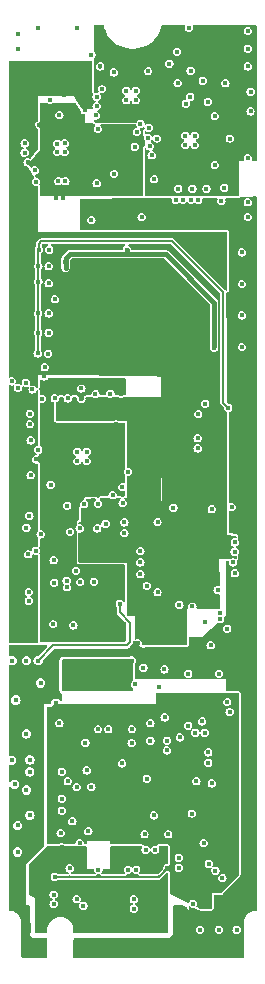
<source format=gbr>
%TF.GenerationSoftware,KiCad,Pcbnew,8.0.6*%
%TF.CreationDate,2024-11-25T22:35:04+01:00*%
%TF.ProjectId,M2SmartHome,4d32536d-6172-4744-986f-6d652e6b6963,rev?*%
%TF.SameCoordinates,Original*%
%TF.FileFunction,Copper,L3,Inr*%
%TF.FilePolarity,Positive*%
%FSLAX46Y46*%
G04 Gerber Fmt 4.6, Leading zero omitted, Abs format (unit mm)*
G04 Created by KiCad (PCBNEW 8.0.6) date 2024-11-25 22:35:04*
%MOMM*%
%LPD*%
G01*
G04 APERTURE LIST*
%TA.AperFunction,ViaPad*%
%ADD10C,0.400000*%
%TD*%
%TA.AperFunction,Conductor*%
%ADD11C,0.400000*%
%TD*%
%TA.AperFunction,Conductor*%
%ADD12C,0.200000*%
%TD*%
%TA.AperFunction,Conductor*%
%ADD13C,0.150000*%
%TD*%
G04 APERTURE END LIST*
D10*
%TO.N,/pcie-usb-bridge/USB_4_DP*%
X82850000Y-96507500D03*
%TO.N,/pcie-usb-bridge/USB_4_DN*%
X82850000Y-97307500D03*
%TO.N,/sd-card/CRD_PWR*%
X86300000Y-106550000D03*
%TO.N,+3V3_wifi*%
X84100000Y-94952500D03*
%TO.N,GND*%
X100200000Y-144650000D03*
X97100000Y-160872501D03*
X95000000Y-155000000D03*
X92250000Y-115000000D03*
X85267500Y-137207500D03*
X92250000Y-92050000D03*
X89400000Y-115150000D03*
X101250000Y-108416666D03*
X89300000Y-140600000D03*
X93100000Y-162500000D03*
X97700000Y-163100000D03*
X94300000Y-123307500D03*
X98750000Y-116000000D03*
X97247500Y-96650000D03*
X101750000Y-87000000D03*
X82900000Y-115900000D03*
X93300000Y-163100000D03*
X91450000Y-92050000D03*
X88000000Y-147250000D03*
X95900000Y-131207500D03*
X82100000Y-143642499D03*
X94500000Y-120472501D03*
X98400000Y-148072501D03*
X86980000Y-137327500D03*
X96950000Y-123529100D03*
X92175000Y-96800000D03*
X101975000Y-93800000D03*
X85300000Y-159407500D03*
X87650000Y-117265001D03*
X82250000Y-89750000D03*
X88865001Y-94150000D03*
X90300000Y-162700000D03*
X84000000Y-163000000D03*
X83750000Y-104000000D03*
X93000000Y-155000000D03*
X87250000Y-90500000D03*
X89150000Y-107057500D03*
X99515001Y-101400000D03*
X88720000Y-133637500D03*
X101750000Y-88500000D03*
X92500000Y-136100000D03*
X85000000Y-92807500D03*
X101250000Y-111083332D03*
X93200000Y-150307500D03*
X97850000Y-110350000D03*
X89050000Y-95300000D03*
X98500000Y-126017500D03*
X83800000Y-92807500D03*
X96873726Y-92573726D03*
X84200000Y-142200000D03*
X87300000Y-122607500D03*
X86440000Y-134097500D03*
X86250000Y-109707500D03*
X96700000Y-145807500D03*
X92300000Y-156300000D03*
X99760200Y-120785900D03*
X94600000Y-156300000D03*
X95796250Y-91403750D03*
X85223726Y-91826274D03*
X97000000Y-153250000D03*
X94200000Y-116107500D03*
X97930000Y-91200000D03*
X95900000Y-157000000D03*
X91450000Y-92850000D03*
X83400000Y-157800000D03*
X101250000Y-105750000D03*
X100225000Y-96100000D03*
X87200000Y-132700000D03*
X83277500Y-149730000D03*
X91100000Y-125607500D03*
X92900000Y-160907500D03*
X83750000Y-102750000D03*
X98247502Y-100334999D03*
X99250000Y-122000000D03*
X93800000Y-153407500D03*
X82250000Y-87250000D03*
X96300000Y-116107500D03*
X89400000Y-91900000D03*
X86000000Y-156100000D03*
X83300000Y-148707500D03*
X85600000Y-96535000D03*
X98450000Y-130017499D03*
X83700000Y-98807500D03*
X83300000Y-153407500D03*
X94800000Y-163100000D03*
X93812503Y-99550000D03*
X87500000Y-155750000D03*
X97155000Y-125897500D03*
X91100000Y-149007500D03*
X85600000Y-97250000D03*
X88500000Y-89000000D03*
X98315000Y-135522500D03*
X94692409Y-141042409D03*
X98600000Y-139007500D03*
X86250000Y-97250000D03*
X95400000Y-131907500D03*
X99300000Y-163100000D03*
X99307591Y-141399909D03*
X98000000Y-155750000D03*
X88100000Y-123407500D03*
X87250000Y-86750000D03*
X89800000Y-142607500D03*
X96100000Y-108800000D03*
X98400000Y-132007500D03*
X85300000Y-161800000D03*
X94200000Y-142507500D03*
X84000000Y-162300000D03*
X83800000Y-136607500D03*
X97265001Y-118557500D03*
X89300000Y-142000000D03*
X93600000Y-110100000D03*
X96750000Y-86750000D03*
X88400000Y-90667500D03*
X94200000Y-157300000D03*
X90425000Y-99100000D03*
X86250000Y-96500000D03*
X92250000Y-92850000D03*
X88500000Y-151000000D03*
X85300000Y-131800000D03*
X81750000Y-148750000D03*
X93300000Y-134807500D03*
X93600000Y-97515001D03*
X98700000Y-150707500D03*
X83000000Y-140300000D03*
X92900000Y-140907500D03*
X96700000Y-141407500D03*
X89065000Y-146107500D03*
X88100000Y-149607500D03*
X82000000Y-90750000D03*
X86025000Y-114900000D03*
X86900000Y-142600000D03*
X98350000Y-93000000D03*
X83500000Y-159600000D03*
X96900000Y-90362500D03*
X95050000Y-135722500D03*
X92750000Y-102750000D03*
X96447500Y-96650000D03*
X82250000Y-88500000D03*
X96500000Y-93150000D03*
X101750000Y-102750000D03*
X91400000Y-142600000D03*
X91900000Y-147272501D03*
X99850000Y-91415001D03*
X96105000Y-125147500D03*
X83450000Y-91850000D03*
X92400000Y-138100000D03*
X85700000Y-99707500D03*
X86400000Y-133542500D03*
X88950000Y-99892499D03*
X101982500Y-92142500D03*
X87200000Y-163100000D03*
X84000000Y-86750000D03*
X100000000Y-137607500D03*
X93500000Y-107100000D03*
X93200000Y-128907500D03*
X81800000Y-140300000D03*
X83200000Y-95450000D03*
X87000000Y-161300000D03*
X86700000Y-129407500D03*
X99800000Y-128507500D03*
X94000000Y-126447501D03*
X84500000Y-116250000D03*
X88100000Y-122607500D03*
X87534999Y-157900000D03*
X86500000Y-140500000D03*
X95847500Y-100350000D03*
X101750000Y-101500000D03*
X90800000Y-158007500D03*
X87550000Y-133652500D03*
X93300000Y-122507500D03*
X97047500Y-100335001D03*
X94900000Y-147907500D03*
X83000000Y-146500000D03*
X86050000Y-111757500D03*
X96300000Y-138607500D03*
X97247500Y-95850000D03*
X95750000Y-88750000D03*
X87920000Y-93700000D03*
X96447500Y-95850000D03*
X87300000Y-123407500D03*
X89250000Y-90000000D03*
X91900000Y-140300000D03*
X88250000Y-154750000D03*
X101250000Y-113750000D03*
X86200000Y-92407500D03*
X94700000Y-145107500D03*
X93500000Y-145607500D03*
X86300000Y-99707500D03*
X101750000Y-90000000D03*
X88700000Y-162700000D03*
X101750000Y-97750000D03*
X88500000Y-103000000D03*
X99750000Y-100250000D03*
X100800000Y-163100000D03*
%TO.N,+3V3_eMMC*%
X90510051Y-138217157D03*
X86762500Y-131137500D03*
X88850000Y-116865000D03*
X86400000Y-132665001D03*
X90300000Y-125507500D03*
X88300000Y-134650000D03*
X87650000Y-118134999D03*
X85400000Y-117267500D03*
X87200000Y-126907500D03*
X90984999Y-117707500D03*
X97500000Y-121472501D03*
X98134999Y-118557500D03*
X90881282Y-137881282D03*
X85050000Y-126285000D03*
X84400000Y-137207500D03*
X86500000Y-117272500D03*
X83300000Y-119415001D03*
X90600000Y-120307500D03*
X91217157Y-137510051D03*
X84300000Y-117267500D03*
X86100000Y-137207500D03*
X83820000Y-123267500D03*
%TO.N,Net-(U8-VDD18)*%
X84000000Y-122450000D03*
%TO.N,/emmc/~{reset}*%
X85050000Y-125400000D03*
%TO.N,Net-(U2-VDDI)*%
X83800000Y-131000000D03*
%TO.N,+3V3_uSD*%
X99400000Y-136307500D03*
X100084999Y-118907500D03*
X83950000Y-114300000D03*
X84015001Y-106907500D03*
X99375000Y-136807500D03*
X84000000Y-112557500D03*
X97050000Y-135722500D03*
X84050000Y-105500000D03*
X84015001Y-108207500D03*
X100400000Y-127307500D03*
X100500000Y-131982500D03*
X92650000Y-132982500D03*
X94100000Y-128572501D03*
X84000000Y-110907500D03*
%TO.N,/sd-card/~{reset}*%
X99185000Y-134322500D03*
%TO.N,Net-(U9-VDD18)*%
X95950000Y-135557500D03*
%TO.N,Net-(U9-VDD18PLL)*%
X95450000Y-127357500D03*
%TO.N,/sd-card/DET*%
X98100000Y-137007500D03*
%TO.N,/sd-card/CRD_PWR*%
X100650000Y-132907500D03*
X98900000Y-113307500D03*
X91500000Y-105500000D03*
X98900000Y-113807500D03*
X86315001Y-107057500D03*
X85415001Y-109707500D03*
%TO.N,+3V3_Thread*%
X94500000Y-90884999D03*
X94750000Y-99500000D03*
X97547500Y-101300000D03*
X95647500Y-101300000D03*
X89784999Y-94100000D03*
X93800000Y-94525000D03*
X96947500Y-101300000D03*
X96247500Y-101300000D03*
X102150000Y-91250000D03*
%TO.N,+3V3_wifi*%
X89050000Y-96184999D03*
X85500000Y-101107500D03*
X86100000Y-100407500D03*
X88950000Y-99022503D03*
X85500000Y-100407500D03*
X86200000Y-93342499D03*
X83100000Y-98107500D03*
X86100000Y-101107500D03*
%TO.N,+3V3_Bridge*%
X94900000Y-157900000D03*
X97900000Y-161007500D03*
X86000000Y-147750000D03*
X98700000Y-147207500D03*
X88500000Y-145007500D03*
X98400000Y-160507500D03*
X97565001Y-158000000D03*
X85400000Y-158607500D03*
X92300000Y-145107500D03*
X95300000Y-146107500D03*
X91065000Y-146107500D03*
X97900000Y-160507500D03*
X90400000Y-154807500D03*
X85500000Y-143900000D03*
X99200000Y-143807500D03*
X98375000Y-161007500D03*
X89600000Y-154807500D03*
X91200000Y-154807500D03*
%TO.N,+1V0_core*%
X97300000Y-146407500D03*
X91600000Y-158007500D03*
X86665001Y-157900000D03*
X94900000Y-147072501D03*
X95900000Y-157842499D03*
X97400000Y-150507500D03*
X89100000Y-158007500D03*
X93500000Y-147082500D03*
X92300000Y-158007500D03*
%TO.N,Net-(D2-A)*%
X84000000Y-140300000D03*
X90900000Y-135500000D03*
%TO.N,Net-(D4-A)*%
X83815001Y-99750000D03*
%TO.N,+3V3*%
X83100000Y-163200000D03*
X91712132Y-139560660D03*
X89950000Y-101400000D03*
X92083363Y-139224784D03*
X100500000Y-160407500D03*
X90550000Y-101400000D03*
X91800000Y-101400000D03*
X91200000Y-101400000D03*
X101000000Y-136107500D03*
X101025000Y-136607500D03*
X100800000Y-161600000D03*
X100400000Y-162107500D03*
X101000000Y-137107500D03*
X99700000Y-160407500D03*
X100100000Y-162700000D03*
X98500000Y-163000000D03*
X100025000Y-161007500D03*
X92419239Y-138853553D03*
X89300000Y-101400000D03*
X83100000Y-162600000D03*
X88700000Y-101400000D03*
%TO.N,/pcie-usb-bridge/PERST_L*%
X96000000Y-146807500D03*
%TO.N,Net-(U8-SD_WP)*%
X91600000Y-124307500D03*
%TO.N,/emmc/SCK*%
X97550000Y-119422501D03*
%TO.N,/emmc/SDA*%
X90300000Y-126307500D03*
X97500000Y-122342499D03*
X91150000Y-126957500D03*
%TO.N,/emmc/eMMC.DAT0*%
X91300000Y-129507500D03*
X90115001Y-117707500D03*
X88850000Y-117735000D03*
X91300000Y-128607500D03*
%TO.N,/emmc/eMMC.DAT2*%
X89065001Y-127007500D03*
X87500000Y-129107500D03*
%TO.N,/emmc/eMMC.DAT3*%
X83150000Y-131300000D03*
X87900000Y-127042499D03*
X83250000Y-128050000D03*
%TO.N,/emmc/eMMC.DAT4*%
X83350000Y-124600000D03*
X84200000Y-129600000D03*
%TO.N,/emmc/eMMC.DAT5*%
X83300000Y-120284999D03*
X83200000Y-134500000D03*
%TO.N,/emmc/eMMC.DAT6*%
X85400000Y-118107500D03*
X89700000Y-128707500D03*
%TO.N,/emmc/eMMC.DAT7*%
X86500000Y-118107500D03*
X89000000Y-129107500D03*
%TO.N,/emmc/eMMC.CLK*%
X84300000Y-118137500D03*
X83200000Y-135250000D03*
%TO.N,/emmc/eMMC.CMD*%
X83350000Y-121665001D03*
X83000000Y-129050000D03*
%TO.N,/sd-card/uSD.D1*%
X84834999Y-114307500D03*
X92650000Y-131032500D03*
%TO.N,/sd-card/uSD.CLK*%
X93200000Y-133982500D03*
X84884999Y-110907500D03*
%TO.N,/sd-card/uSD.CMD*%
X94100000Y-134507500D03*
X84884999Y-108357500D03*
%TO.N,/sd-card/uSD.D0*%
X84884999Y-112557500D03*
X92650000Y-131982500D03*
%TO.N,Net-(U5-RSTB)*%
X92650000Y-94850000D03*
%TO.N,Net-(U5-VBUS)*%
X92350000Y-95550000D03*
X95100000Y-89765001D03*
%TO.N,/sd-card/uSD.D3*%
X100625000Y-131082500D03*
X84884999Y-106907500D03*
%TO.N,/sd-card/uSD.D2*%
X100650000Y-130282500D03*
X84934999Y-105507500D03*
%TO.N,Net-(U9-SD_WP)*%
X98700000Y-127482500D03*
%TO.N,/thread-or-zigbee/RESET*%
X98947500Y-94200000D03*
X98947500Y-98350000D03*
%TO.N,Net-(U1-CHIP_EN)*%
X85800000Y-94107500D03*
%TO.N,Net-(U3-RREF[4])*%
X98400000Y-148942499D03*
%TO.N,Net-(U3-RREF[3])*%
X98100000Y-146407500D03*
%TO.N,Net-(U3-RREF[2])*%
X89935000Y-146107500D03*
%TO.N,Net-(U3-TEST5)*%
X91935000Y-146107500D03*
%TO.N,Net-(U3-TEST3)*%
X99000000Y-158100000D03*
%TO.N,Net-(U3-TEST6)*%
X98434999Y-157500000D03*
%TO.N,/pcie-usb-bridge/EEPD*%
X100000000Y-143807500D03*
%TO.N,/pcie-usb-bridge/EECLK*%
X97875000Y-145457500D03*
%TO.N,Net-(U2-RST_N)*%
X85350000Y-133700000D03*
X86450000Y-127200000D03*
%TO.N,Net-(U3-IO_HIT_I)*%
X85800000Y-145600000D03*
%TO.N,Net-(U3-LEG_EMU_EN)*%
X86000000Y-153007500D03*
%TO.N,Net-(U3-PME_L)*%
X92200000Y-142307500D03*
%TO.N,Net-(U3-IRQ12_O)*%
X82000000Y-150757500D03*
%TO.N,Net-(U3-IRQ12_I)*%
X86000000Y-152007500D03*
%TO.N,Net-(U3-SMBDATA)*%
X99600000Y-158707500D03*
%TO.N,Net-(U3-SCAN_EN)*%
X86500000Y-150507500D03*
%TO.N,Net-(U3-SMBCLK)*%
X86900000Y-153907500D03*
%TO.N,Net-(U3-IRQ1_I)*%
X87250000Y-151007500D03*
%TO.N,Net-(U3-TDI)*%
X82250000Y-156507500D03*
%TO.N,Net-(U3-SMI_O)*%
X86000000Y-149707500D03*
%TO.N,Net-(U3-TDO)*%
X82250000Y-154257500D03*
%TO.N,Net-(U3-IRQ1_O)*%
X83000000Y-151257500D03*
%TO.N,Net-(U3-TCK)*%
X85900000Y-154907500D03*
%TO.N,/thread-or-zigbee/UART_TX*%
X93450000Y-96750000D03*
X93300000Y-90400000D03*
%TO.N,/thread-or-zigbee/UART_RX*%
X90400000Y-90500000D03*
X94050000Y-96100000D03*
%TO.N,/thread-or-zigbee/SWDIO*%
X93300000Y-96050000D03*
%TO.N,/thread-or-zigbee/SWCLK*%
X93350000Y-95192500D03*
%TO.N,Net-(J5-B)*%
X84550000Y-115457500D03*
%TO.N,/pcie-usb-bridge/USB_3_DP*%
X81750000Y-116667157D03*
X88950000Y-92550000D03*
%TO.N,/pcie-usb-bridge/USB_4_DP*%
X82950000Y-116784314D03*
%TO.N,/pcie-usb-bridge/USB_3_DN*%
X88950000Y-93350000D03*
X82300000Y-117232843D03*
%TO.N,/pcie-usb-bridge/USB_4_DN*%
X83515686Y-117350000D03*
%TO.N,/PCIE.REFCLKN*%
X85300000Y-160107501D03*
%TO.N,/PCIE.REFCLKP*%
X85300000Y-160907500D03*
%TO.N,/PCIE.PERP*%
X87257157Y-160494657D03*
X92100000Y-160507499D03*
%TO.N,/PCIE.PERN*%
X92100000Y-161307500D03*
X87822843Y-161060343D03*
%TO.N,/pcie-usb-bridge/PCIE.REFCLK2N*%
X93900000Y-156300000D03*
%TO.N,/pcie-usb-bridge/PCIE.REFCLK2P*%
X93100000Y-156300000D03*
%TD*%
D11*
%TO.N,/sd-card/CRD_PWR*%
X91500000Y-105907500D02*
X94807500Y-105907500D01*
X94807500Y-105907500D02*
X98900000Y-110000000D01*
X98900000Y-110000000D02*
X98900000Y-113307500D01*
X91500000Y-105500000D02*
X91500000Y-105907500D01*
X86650000Y-105907500D02*
X86315001Y-106242499D01*
X91500000Y-105907500D02*
X86650000Y-105907500D01*
X86315001Y-106242499D02*
X86315001Y-107057500D01*
D12*
%TO.N,+3V3_uSD*%
X83950000Y-112607500D02*
X84000000Y-112557500D01*
X84050000Y-105500000D02*
X84050000Y-105000000D01*
X84050000Y-105000000D02*
X84250000Y-104800000D01*
X84000000Y-112557500D02*
X84000000Y-110907500D01*
X95350000Y-104800000D02*
X99650000Y-109100000D01*
X83950000Y-114300000D02*
X83950000Y-112607500D01*
X84250000Y-104800000D02*
X95350000Y-104800000D01*
X99650000Y-109100000D02*
X99650000Y-118472501D01*
X84015001Y-108207500D02*
X84015001Y-106907500D01*
X84000000Y-108222501D02*
X84015001Y-108207500D01*
X99650000Y-118472501D02*
X100084999Y-118907500D01*
X84000000Y-110907500D02*
X84000000Y-108222501D01*
X84015001Y-106907500D02*
X84015001Y-105534999D01*
X84015001Y-105534999D02*
X84050000Y-105500000D01*
D11*
%TO.N,/sd-card/CRD_PWR*%
X98900000Y-113307500D02*
X98900000Y-113707500D01*
D12*
%TO.N,+3V3_Bridge*%
X94192500Y-158607500D02*
X94900000Y-157900000D01*
X85400000Y-158607500D02*
X94192500Y-158607500D01*
D13*
%TO.N,Net-(D2-A)*%
X91500000Y-139007500D02*
X91800000Y-138707500D01*
X90900000Y-136200000D02*
X90900000Y-135500000D01*
X85292500Y-139007500D02*
X91500000Y-139007500D01*
X91800000Y-137100000D02*
X90900000Y-136200000D01*
X91800000Y-138707500D02*
X91800000Y-137100000D01*
X84000000Y-140300000D02*
X85292500Y-139007500D01*
D11*
%TO.N,+3V3*%
X83100000Y-163200000D02*
X83100000Y-162600000D01*
%TD*%
%TA.AperFunction,Conductor*%
%TO.N,GND*%
G36*
X81608093Y-116988227D02*
G01*
X81640339Y-117004657D01*
X81750000Y-117022026D01*
X81859661Y-117004657D01*
X81877201Y-116995720D01*
X81933663Y-116991275D01*
X81976731Y-117028058D01*
X81981176Y-117084520D01*
X81976732Y-117095249D01*
X81962499Y-117123182D01*
X81945131Y-117232843D01*
X81962499Y-117342503D01*
X81991737Y-117399885D01*
X82012905Y-117441430D01*
X82091413Y-117519938D01*
X82190339Y-117570343D01*
X82300000Y-117587712D01*
X82409661Y-117570343D01*
X82508587Y-117519938D01*
X82587095Y-117441430D01*
X82637500Y-117342504D01*
X82654869Y-117232843D01*
X82642177Y-117152713D01*
X82655398Y-117097644D01*
X82703689Y-117068050D01*
X82748861Y-117075204D01*
X82840339Y-117121814D01*
X82950000Y-117139183D01*
X83059661Y-117121814D01*
X83098387Y-117102081D01*
X83154849Y-117097638D01*
X83197917Y-117134420D01*
X83202361Y-117190882D01*
X83197918Y-117201610D01*
X83178186Y-117240337D01*
X83160817Y-117350000D01*
X83178185Y-117459660D01*
X83226557Y-117554595D01*
X83228591Y-117558587D01*
X83307099Y-117637095D01*
X83406025Y-117687500D01*
X83515686Y-117704869D01*
X83625347Y-117687500D01*
X83724273Y-117637095D01*
X83802781Y-117558587D01*
X83853186Y-117459661D01*
X83853186Y-117459659D01*
X83853188Y-117459656D01*
X83854986Y-117454124D01*
X83856973Y-117454769D01*
X83882503Y-117413108D01*
X83937575Y-117399885D01*
X83985866Y-117429477D01*
X84000000Y-117472974D01*
X84000000Y-117936473D01*
X83991935Y-117970068D01*
X83962499Y-118027838D01*
X83945131Y-118137500D01*
X83962499Y-118247157D01*
X83962499Y-118247158D01*
X83962499Y-118247159D01*
X83962500Y-118247161D01*
X83991935Y-118304930D01*
X84000000Y-118338525D01*
X84000000Y-122031929D01*
X83978326Y-122084255D01*
X83937576Y-122105018D01*
X83890339Y-122112499D01*
X83791412Y-122162905D01*
X83712905Y-122241412D01*
X83662499Y-122340339D01*
X83645131Y-122450000D01*
X83662499Y-122559660D01*
X83662500Y-122559661D01*
X83712905Y-122658587D01*
X83791413Y-122737095D01*
X83862125Y-122773124D01*
X83898908Y-122816191D01*
X83894465Y-122872654D01*
X83851398Y-122909437D01*
X83825824Y-122911452D01*
X83825824Y-122912631D01*
X83820000Y-122912631D01*
X83710339Y-122929999D01*
X83611412Y-122980405D01*
X83532905Y-123058912D01*
X83482499Y-123157839D01*
X83465131Y-123267500D01*
X83482499Y-123377160D01*
X83482500Y-123377161D01*
X83532905Y-123476087D01*
X83611413Y-123554595D01*
X83710339Y-123605000D01*
X83820000Y-123622369D01*
X83914424Y-123607413D01*
X83969496Y-123620634D01*
X83999089Y-123668925D01*
X84000000Y-123680502D01*
X84000000Y-129273666D01*
X83978326Y-129325992D01*
X83912905Y-129391412D01*
X83862499Y-129490339D01*
X83845131Y-129600000D01*
X83862499Y-129709660D01*
X83862500Y-129709661D01*
X83912905Y-129808587D01*
X83978326Y-129874008D01*
X84000000Y-129926332D01*
X84000000Y-130590165D01*
X83978326Y-130642491D01*
X83926000Y-130664165D01*
X83914424Y-130663254D01*
X83800000Y-130645131D01*
X83690339Y-130662499D01*
X83591412Y-130712905D01*
X83512905Y-130791412D01*
X83462499Y-130890338D01*
X83452710Y-130952147D01*
X83423117Y-131000438D01*
X83368044Y-131013659D01*
X83346026Y-131006505D01*
X83259660Y-130962499D01*
X83150000Y-130945131D01*
X83040339Y-130962499D01*
X82941412Y-131012905D01*
X82862905Y-131091412D01*
X82812499Y-131190339D01*
X82795131Y-131300000D01*
X82812499Y-131409660D01*
X82862905Y-131508587D01*
X82941413Y-131587095D01*
X83040339Y-131637500D01*
X83150000Y-131654869D01*
X83259661Y-131637500D01*
X83358587Y-131587095D01*
X83437095Y-131508587D01*
X83487500Y-131409661D01*
X83497289Y-131347851D01*
X83526881Y-131299562D01*
X83581954Y-131286340D01*
X83603974Y-131293495D01*
X83690338Y-131337500D01*
X83707707Y-131340250D01*
X83800000Y-131354869D01*
X83909661Y-131337500D01*
X83909663Y-131337498D01*
X83914423Y-131336745D01*
X83969496Y-131349966D01*
X83999089Y-131398257D01*
X84000000Y-131409834D01*
X84000000Y-138720500D01*
X83978326Y-138772826D01*
X83926000Y-138794500D01*
X81599497Y-138794500D01*
X81580304Y-138796010D01*
X81526439Y-138778507D01*
X81500728Y-138728042D01*
X81500500Y-138722238D01*
X81500500Y-134500000D01*
X82845131Y-134500000D01*
X82862499Y-134609660D01*
X82912905Y-134708587D01*
X82991413Y-134787095D01*
X83034532Y-134809066D01*
X83071314Y-134852133D01*
X83066870Y-134908596D01*
X83034532Y-134940934D01*
X82991413Y-134962904D01*
X82912905Y-135041412D01*
X82862499Y-135140339D01*
X82845131Y-135250000D01*
X82862499Y-135359660D01*
X82862500Y-135359661D01*
X82912905Y-135458587D01*
X82991413Y-135537095D01*
X83090339Y-135587500D01*
X83200000Y-135604869D01*
X83309661Y-135587500D01*
X83408587Y-135537095D01*
X83487095Y-135458587D01*
X83537500Y-135359661D01*
X83554869Y-135250000D01*
X83537500Y-135140339D01*
X83487095Y-135041413D01*
X83408587Y-134962905D01*
X83365467Y-134940934D01*
X83328685Y-134897867D01*
X83333128Y-134841405D01*
X83365468Y-134809065D01*
X83408587Y-134787095D01*
X83487095Y-134708587D01*
X83537500Y-134609661D01*
X83554869Y-134500000D01*
X83537500Y-134390339D01*
X83487095Y-134291413D01*
X83408587Y-134212905D01*
X83309660Y-134162499D01*
X83200000Y-134145131D01*
X83090339Y-134162499D01*
X82991412Y-134212905D01*
X82912905Y-134291412D01*
X82862499Y-134390339D01*
X82845131Y-134500000D01*
X81500500Y-134500000D01*
X81500500Y-129050000D01*
X82645131Y-129050000D01*
X82662499Y-129159660D01*
X82706049Y-129245131D01*
X82712905Y-129258587D01*
X82791413Y-129337095D01*
X82890339Y-129387500D01*
X83000000Y-129404869D01*
X83109661Y-129387500D01*
X83208587Y-129337095D01*
X83287095Y-129258587D01*
X83337500Y-129159661D01*
X83354869Y-129050000D01*
X83337500Y-128940339D01*
X83287095Y-128841413D01*
X83208587Y-128762905D01*
X83188423Y-128752631D01*
X83109660Y-128712499D01*
X83000000Y-128695131D01*
X82890339Y-128712499D01*
X82791412Y-128762905D01*
X82712905Y-128841412D01*
X82662499Y-128940339D01*
X82645131Y-129050000D01*
X81500500Y-129050000D01*
X81500500Y-128050000D01*
X82895131Y-128050000D01*
X82912499Y-128159660D01*
X82912500Y-128159661D01*
X82962905Y-128258587D01*
X83041413Y-128337095D01*
X83140339Y-128387500D01*
X83250000Y-128404869D01*
X83359661Y-128387500D01*
X83458587Y-128337095D01*
X83537095Y-128258587D01*
X83587500Y-128159661D01*
X83604869Y-128050000D01*
X83587500Y-127940339D01*
X83537095Y-127841413D01*
X83458587Y-127762905D01*
X83359660Y-127712499D01*
X83250000Y-127695131D01*
X83140339Y-127712499D01*
X83041412Y-127762905D01*
X82962905Y-127841412D01*
X82912499Y-127940339D01*
X82895131Y-128050000D01*
X81500500Y-128050000D01*
X81500500Y-124600000D01*
X82995131Y-124600000D01*
X83012499Y-124709660D01*
X83012500Y-124709661D01*
X83062905Y-124808587D01*
X83141413Y-124887095D01*
X83240339Y-124937500D01*
X83350000Y-124954869D01*
X83459661Y-124937500D01*
X83558587Y-124887095D01*
X83637095Y-124808587D01*
X83687500Y-124709661D01*
X83704869Y-124600000D01*
X83687500Y-124490339D01*
X83637095Y-124391413D01*
X83558587Y-124312905D01*
X83459660Y-124262499D01*
X83350000Y-124245131D01*
X83240339Y-124262499D01*
X83141412Y-124312905D01*
X83062905Y-124391412D01*
X83012499Y-124490339D01*
X82995131Y-124600000D01*
X81500500Y-124600000D01*
X81500500Y-121665001D01*
X82995131Y-121665001D01*
X83012499Y-121774661D01*
X83012500Y-121774662D01*
X83062905Y-121873588D01*
X83141413Y-121952096D01*
X83240339Y-122002501D01*
X83350000Y-122019870D01*
X83459661Y-122002501D01*
X83558587Y-121952096D01*
X83637095Y-121873588D01*
X83687500Y-121774662D01*
X83704869Y-121665001D01*
X83687500Y-121555340D01*
X83637095Y-121456414D01*
X83558587Y-121377906D01*
X83459660Y-121327500D01*
X83350000Y-121310132D01*
X83240339Y-121327500D01*
X83141412Y-121377906D01*
X83062905Y-121456413D01*
X83012499Y-121555340D01*
X82995131Y-121665001D01*
X81500500Y-121665001D01*
X81500500Y-120284999D01*
X82945131Y-120284999D01*
X82962499Y-120394659D01*
X82962500Y-120394660D01*
X83012905Y-120493586D01*
X83091413Y-120572094D01*
X83190339Y-120622499D01*
X83300000Y-120639868D01*
X83409661Y-120622499D01*
X83508587Y-120572094D01*
X83587095Y-120493586D01*
X83637500Y-120394660D01*
X83654869Y-120284999D01*
X83637500Y-120175338D01*
X83587095Y-120076412D01*
X83508587Y-119997904D01*
X83409660Y-119947498D01*
X83300000Y-119930130D01*
X83190339Y-119947498D01*
X83091412Y-119997904D01*
X83012905Y-120076411D01*
X82962499Y-120175338D01*
X82945131Y-120284999D01*
X81500500Y-120284999D01*
X81500500Y-119415001D01*
X82945131Y-119415001D01*
X82962499Y-119524661D01*
X82962500Y-119524662D01*
X83012905Y-119623588D01*
X83091413Y-119702096D01*
X83190339Y-119752501D01*
X83300000Y-119769870D01*
X83409661Y-119752501D01*
X83508587Y-119702096D01*
X83587095Y-119623588D01*
X83637500Y-119524662D01*
X83654869Y-119415001D01*
X83637500Y-119305340D01*
X83587095Y-119206414D01*
X83508587Y-119127906D01*
X83409660Y-119077500D01*
X83300000Y-119060132D01*
X83190339Y-119077500D01*
X83091412Y-119127906D01*
X83012905Y-119206413D01*
X82962499Y-119305340D01*
X82945131Y-119415001D01*
X81500500Y-119415001D01*
X81500500Y-117054162D01*
X81522174Y-117001836D01*
X81574500Y-116980162D01*
X81608093Y-116988227D01*
G37*
%TD.AperFunction*%
%TA.AperFunction,Conductor*%
G36*
X88545864Y-89529174D02*
G01*
X88567537Y-89581114D01*
X88568177Y-89703989D01*
X88568495Y-89765000D01*
X88569719Y-89999999D01*
X88569723Y-90000810D01*
X88570747Y-90197431D01*
X88572323Y-90499999D01*
X88572323Y-90500014D01*
X88572327Y-90500800D01*
X88572439Y-90522497D01*
X88576828Y-90558386D01*
X88576830Y-90558397D01*
X88585400Y-90593686D01*
X88585274Y-90593716D01*
X88586771Y-90600199D01*
X88595597Y-90655922D01*
X88595597Y-90679076D01*
X88585264Y-90744309D01*
X88584174Y-90749826D01*
X88578151Y-90775193D01*
X88573947Y-90811922D01*
X88573947Y-90811926D01*
X88573947Y-90811927D01*
X88575969Y-91199999D01*
X88577030Y-91403749D01*
X88577034Y-91404560D01*
X88578586Y-91702569D01*
X88579614Y-91899999D01*
X88580894Y-92145899D01*
X88585273Y-92181743D01*
X88593318Y-92214911D01*
X88593320Y-92214919D01*
X88597823Y-92230074D01*
X88597827Y-92230082D01*
X88642838Y-92295660D01*
X88654580Y-92351066D01*
X88647762Y-92371130D01*
X88612500Y-92440337D01*
X88595131Y-92550000D01*
X88612499Y-92659660D01*
X88628099Y-92690276D01*
X88662905Y-92758587D01*
X88741413Y-92837095D01*
X88833598Y-92884065D01*
X88870381Y-92927132D01*
X88865938Y-92983595D01*
X88833598Y-93015934D01*
X88798700Y-93033715D01*
X88741412Y-93062905D01*
X88662905Y-93141412D01*
X88612499Y-93240339D01*
X88595131Y-93350000D01*
X88612499Y-93459661D01*
X88629183Y-93492404D01*
X88633627Y-93548867D01*
X88596845Y-93591934D01*
X88563249Y-93600000D01*
X87740472Y-93600000D01*
X87688146Y-93578326D01*
X87678165Y-93565922D01*
X87211181Y-92837094D01*
X87000000Y-92507500D01*
X84000000Y-92507500D01*
X84000000Y-94564730D01*
X83978326Y-94617056D01*
X83959595Y-94630665D01*
X83891412Y-94665405D01*
X83812905Y-94743912D01*
X83762499Y-94842839D01*
X83745131Y-94952500D01*
X83762499Y-95062160D01*
X83772796Y-95082368D01*
X83812905Y-95161087D01*
X83891413Y-95239595D01*
X83959595Y-95274335D01*
X83996378Y-95317402D01*
X84000000Y-95340270D01*
X84000000Y-96974041D01*
X83983784Y-97020269D01*
X83371175Y-97786028D01*
X83321563Y-97813347D01*
X83279796Y-97805735D01*
X83209660Y-97769999D01*
X83100000Y-97752631D01*
X83051308Y-97760343D01*
X82996236Y-97747121D01*
X82981642Y-97723306D01*
X82970135Y-97771240D01*
X82943863Y-97793679D01*
X82891414Y-97820403D01*
X82812905Y-97898912D01*
X82762499Y-97997839D01*
X82745131Y-98107500D01*
X82762499Y-98217160D01*
X82771055Y-98233952D01*
X82812905Y-98316087D01*
X82891413Y-98394595D01*
X82990339Y-98445000D01*
X83088416Y-98460534D01*
X83136707Y-98490127D01*
X83141090Y-98496909D01*
X83635026Y-99361297D01*
X83642169Y-99417482D01*
X83610404Y-99458497D01*
X83611122Y-99459485D01*
X83607733Y-99461946D01*
X83607490Y-99462261D01*
X83606751Y-99462660D01*
X83606413Y-99462905D01*
X83527906Y-99541412D01*
X83477500Y-99640339D01*
X83460132Y-99750000D01*
X83477500Y-99859660D01*
X83477501Y-99859661D01*
X83527906Y-99958587D01*
X83606414Y-100037095D01*
X83705340Y-100087500D01*
X83815001Y-100104869D01*
X83914424Y-100089121D01*
X83969496Y-100102342D01*
X83999089Y-100150633D01*
X84000000Y-100162210D01*
X84000000Y-104695738D01*
X83897695Y-104798043D01*
X83837637Y-104858101D01*
X83837634Y-104858105D01*
X83799500Y-104950170D01*
X83799500Y-105224166D01*
X83777826Y-105276492D01*
X83762905Y-105291412D01*
X83712499Y-105390339D01*
X83695131Y-105500000D01*
X83712500Y-105609663D01*
X83756435Y-105695890D01*
X83764501Y-105729485D01*
X83764501Y-106631666D01*
X83742827Y-106683992D01*
X83727906Y-106698912D01*
X83677500Y-106797839D01*
X83660132Y-106907500D01*
X83677500Y-107017160D01*
X83727906Y-107116087D01*
X83742827Y-107131008D01*
X83764501Y-107183334D01*
X83764501Y-107931666D01*
X83742827Y-107983992D01*
X83727906Y-107998912D01*
X83677500Y-108097839D01*
X83660132Y-108207500D01*
X83677500Y-108317160D01*
X83727907Y-108416089D01*
X83731329Y-108420799D01*
X83730162Y-108421646D01*
X83749500Y-108468333D01*
X83749500Y-110631666D01*
X83727826Y-110683992D01*
X83712905Y-110698912D01*
X83662499Y-110797839D01*
X83645131Y-110907500D01*
X83662499Y-111017160D01*
X83712905Y-111116087D01*
X83727826Y-111131008D01*
X83749500Y-111183334D01*
X83749500Y-112281666D01*
X83727826Y-112333992D01*
X83712905Y-112348912D01*
X83662499Y-112447839D01*
X83645131Y-112557500D01*
X83662500Y-112667163D01*
X83691434Y-112723949D01*
X83699500Y-112757544D01*
X83699500Y-114024166D01*
X83677826Y-114076492D01*
X83662905Y-114091412D01*
X83612499Y-114190339D01*
X83595131Y-114300000D01*
X83612499Y-114409660D01*
X83612500Y-114409661D01*
X83662905Y-114508587D01*
X83741413Y-114587095D01*
X83840339Y-114637500D01*
X83950000Y-114654869D01*
X84000000Y-114646949D01*
X84000000Y-116107500D01*
X84000000Y-117066473D01*
X83991935Y-117100068D01*
X83962499Y-117157839D01*
X83962499Y-117157840D01*
X83962236Y-117159502D01*
X83961647Y-117160461D01*
X83960701Y-117163376D01*
X83960000Y-117163148D01*
X83932639Y-117207790D01*
X83877565Y-117221007D01*
X83829277Y-117191410D01*
X83823213Y-117181514D01*
X83802781Y-117141413D01*
X83724273Y-117062905D01*
X83707114Y-117054162D01*
X83625346Y-117012499D01*
X83515686Y-116995131D01*
X83406023Y-117012500D01*
X83367296Y-117032232D01*
X83310834Y-117036675D01*
X83267767Y-116999891D01*
X83263324Y-116943429D01*
X83267768Y-116932701D01*
X83277634Y-116913339D01*
X83287500Y-116893975D01*
X83304869Y-116784314D01*
X83287500Y-116674653D01*
X83237095Y-116575727D01*
X83158587Y-116497219D01*
X83082732Y-116458569D01*
X83059660Y-116446813D01*
X82950000Y-116429445D01*
X82840339Y-116446813D01*
X82741412Y-116497219D01*
X82662905Y-116575726D01*
X82612499Y-116674653D01*
X82595131Y-116784314D01*
X82607822Y-116864441D01*
X82594600Y-116919513D01*
X82546309Y-116949106D01*
X82501138Y-116941952D01*
X82409660Y-116895342D01*
X82300000Y-116877974D01*
X82190338Y-116895342D01*
X82172795Y-116904281D01*
X82116332Y-116908722D01*
X82073266Y-116871938D01*
X82068825Y-116815475D01*
X82073263Y-116804758D01*
X82087500Y-116776818D01*
X82104869Y-116667157D01*
X82087500Y-116557496D01*
X82037095Y-116458570D01*
X81958587Y-116380062D01*
X81900625Y-116350529D01*
X81859660Y-116329656D01*
X81750000Y-116312288D01*
X81640339Y-116329656D01*
X81608095Y-116346086D01*
X81551633Y-116350529D01*
X81508565Y-116313746D01*
X81500500Y-116280151D01*
X81500500Y-96507500D01*
X82495131Y-96507500D01*
X82512499Y-96617160D01*
X82562905Y-96716087D01*
X82641414Y-96794596D01*
X82733597Y-96841566D01*
X82770380Y-96884633D01*
X82765936Y-96941095D01*
X82733597Y-96973434D01*
X82641414Y-97020403D01*
X82562905Y-97098912D01*
X82512499Y-97197839D01*
X82495131Y-97307500D01*
X82512499Y-97417160D01*
X82562351Y-97515000D01*
X82562905Y-97516087D01*
X82641413Y-97594595D01*
X82740339Y-97645000D01*
X82850000Y-97662369D01*
X82898692Y-97654656D01*
X82953762Y-97667877D01*
X82968356Y-97691691D01*
X82979865Y-97643758D01*
X83006135Y-97621320D01*
X83058587Y-97594595D01*
X83137095Y-97516087D01*
X83187500Y-97417161D01*
X83204869Y-97307500D01*
X83187500Y-97197839D01*
X83137095Y-97098913D01*
X83058587Y-97020405D01*
X82966401Y-96973434D01*
X82929619Y-96930368D01*
X82934062Y-96873905D01*
X82966401Y-96841565D01*
X83058587Y-96794595D01*
X83137095Y-96716087D01*
X83187500Y-96617161D01*
X83204869Y-96507500D01*
X83187500Y-96397839D01*
X83137095Y-96298913D01*
X83058587Y-96220405D01*
X83031091Y-96206395D01*
X82959660Y-96169999D01*
X82850000Y-96152631D01*
X82740339Y-96169999D01*
X82641412Y-96220405D01*
X82562905Y-96298912D01*
X82512499Y-96397839D01*
X82495131Y-96507500D01*
X81500500Y-96507500D01*
X81500500Y-89581500D01*
X81522174Y-89529174D01*
X81574500Y-89507500D01*
X88493538Y-89507500D01*
X88545864Y-89529174D01*
G37*
%TD.AperFunction*%
%TA.AperFunction,Conductor*%
G36*
X89269497Y-89821425D02*
G01*
X89299089Y-89869717D01*
X89300000Y-89881292D01*
X89300000Y-90118707D01*
X89278326Y-90171033D01*
X89226000Y-90192707D01*
X89214423Y-90191796D01*
X89200565Y-90189601D01*
X89178548Y-90182446D01*
X89144392Y-90165043D01*
X89125665Y-90151437D01*
X89098561Y-90124333D01*
X89084953Y-90105603D01*
X89067552Y-90071451D01*
X89060399Y-90049437D01*
X89054402Y-90011572D01*
X89054402Y-89988423D01*
X89060399Y-89950560D01*
X89067553Y-89928544D01*
X89069500Y-89924724D01*
X89084954Y-89894392D01*
X89098559Y-89875666D01*
X89125666Y-89848559D01*
X89144393Y-89834954D01*
X89178546Y-89817552D01*
X89200562Y-89810398D01*
X89214425Y-89808203D01*
X89269497Y-89821425D01*
G37*
%TD.AperFunction*%
%TD*%
%TA.AperFunction,Conductor*%
%TO.N,GND*%
G36*
X91978326Y-140221674D02*
G01*
X92000000Y-140274000D01*
X92000000Y-141981166D01*
X91978326Y-142033492D01*
X91912905Y-142098912D01*
X91862499Y-142197839D01*
X91845131Y-142307500D01*
X91862499Y-142417160D01*
X91862500Y-142417161D01*
X91912905Y-142516087D01*
X91978326Y-142581508D01*
X92000000Y-142633832D01*
X92000000Y-142826000D01*
X91978326Y-142878326D01*
X91926000Y-142900000D01*
X86074000Y-142900000D01*
X86021674Y-142878326D01*
X86000000Y-142826000D01*
X86000000Y-140274000D01*
X86021674Y-140221674D01*
X86074000Y-140200000D01*
X91926000Y-140200000D01*
X91978326Y-140221674D01*
G37*
%TD.AperFunction*%
%TD*%
%TA.AperFunction,Conductor*%
%TO.N,+3V3*%
G36*
X84729568Y-139018907D02*
G01*
X84765532Y-139068407D01*
X84765532Y-139129593D01*
X84741380Y-139169004D01*
X84041607Y-139868775D01*
X83987091Y-139896552D01*
X83899348Y-139910449D01*
X83874696Y-139914354D01*
X83874695Y-139914354D01*
X83874692Y-139914355D01*
X83761659Y-139971949D01*
X83671949Y-140061659D01*
X83614355Y-140174692D01*
X83614354Y-140174696D01*
X83597781Y-140279334D01*
X83589581Y-140295427D01*
X83597781Y-140320665D01*
X83614354Y-140425303D01*
X83614355Y-140425307D01*
X83653437Y-140502008D01*
X83671950Y-140538342D01*
X83761658Y-140628050D01*
X83874696Y-140685646D01*
X84000000Y-140705492D01*
X84125304Y-140685646D01*
X84238342Y-140628050D01*
X84328050Y-140538342D01*
X84385646Y-140425304D01*
X84403448Y-140312904D01*
X84431224Y-140258390D01*
X84431225Y-140258389D01*
X85377620Y-139311996D01*
X85432136Y-139284219D01*
X85447623Y-139283000D01*
X91554799Y-139283000D01*
X91554800Y-139283000D01*
X91656058Y-139241057D01*
X91733557Y-139163558D01*
X91733556Y-139163558D01*
X91897115Y-139000000D01*
X92572909Y-139000000D01*
X92573697Y-139004637D01*
X92573699Y-139004641D01*
X92595373Y-139056967D01*
X92632001Y-139115261D01*
X92706589Y-139168183D01*
X92758915Y-139189857D01*
X92837556Y-139205500D01*
X92837557Y-139205500D01*
X93000000Y-139205500D01*
X93000000Y-140000000D01*
X92166392Y-140000000D01*
X92138342Y-139971950D01*
X92055554Y-139929767D01*
X92025307Y-139914355D01*
X92025304Y-139914354D01*
X91900000Y-139894508D01*
X91774696Y-139914354D01*
X91774692Y-139914355D01*
X91661658Y-139971949D01*
X91656643Y-139975594D01*
X91598454Y-139994500D01*
X86073999Y-139994500D01*
X85995357Y-140010143D01*
X85943035Y-140031815D01*
X85884739Y-140068444D01*
X85831816Y-140143033D01*
X85810143Y-140195360D01*
X85794500Y-140273999D01*
X85794500Y-142826000D01*
X85810143Y-142904642D01*
X85831815Y-142956964D01*
X85831817Y-142956967D01*
X85868445Y-143015261D01*
X85943033Y-143068183D01*
X85943034Y-143068183D01*
X85943035Y-143068184D01*
X85947901Y-143070874D01*
X85946659Y-143073119D01*
X85985382Y-143106154D01*
X86000000Y-143157929D01*
X86000000Y-143594601D01*
X85981093Y-143652792D01*
X85931593Y-143688756D01*
X85870407Y-143688756D01*
X85830996Y-143664605D01*
X85828051Y-143661660D01*
X85828050Y-143661658D01*
X85738342Y-143571950D01*
X85734406Y-143569944D01*
X85625307Y-143514355D01*
X85625304Y-143514354D01*
X85500000Y-143494508D01*
X85374696Y-143514354D01*
X85374692Y-143514355D01*
X85261659Y-143571949D01*
X85171949Y-143661659D01*
X85114355Y-143774692D01*
X85114354Y-143774696D01*
X85094508Y-143899999D01*
X85094508Y-143901000D01*
X85094198Y-143901951D01*
X85093289Y-143907696D01*
X85092379Y-143907551D01*
X85075601Y-143959191D01*
X85026101Y-143995155D01*
X84995508Y-144000000D01*
X84500000Y-144000000D01*
X84500000Y-144000001D01*
X84500000Y-155958992D01*
X84481093Y-156017183D01*
X84471004Y-156028996D01*
X83000000Y-157500000D01*
X83000000Y-157757533D01*
X82998781Y-157773020D01*
X82994508Y-157799999D01*
X82998781Y-157826977D01*
X83000000Y-157842465D01*
X83000000Y-161000000D01*
X81500500Y-161000000D01*
X81500500Y-156507499D01*
X81844508Y-156507499D01*
X81844508Y-156507500D01*
X81864354Y-156632803D01*
X81864355Y-156632807D01*
X81919944Y-156741906D01*
X81921950Y-156745842D01*
X82011658Y-156835550D01*
X82124696Y-156893146D01*
X82250000Y-156912992D01*
X82375304Y-156893146D01*
X82488342Y-156835550D01*
X82578050Y-156745842D01*
X82635646Y-156632804D01*
X82655492Y-156507500D01*
X82635646Y-156382196D01*
X82578050Y-156269158D01*
X82488342Y-156179450D01*
X82441322Y-156155492D01*
X82375307Y-156121855D01*
X82375304Y-156121854D01*
X82250000Y-156102008D01*
X82124696Y-156121854D01*
X82124692Y-156121855D01*
X82011659Y-156179449D01*
X81921949Y-156269159D01*
X81864355Y-156382192D01*
X81864354Y-156382196D01*
X81844508Y-156507499D01*
X81500500Y-156507499D01*
X81500500Y-154257499D01*
X81844508Y-154257499D01*
X81844508Y-154257500D01*
X81864354Y-154382803D01*
X81864355Y-154382807D01*
X81874139Y-154402008D01*
X81921950Y-154495842D01*
X82011658Y-154585550D01*
X82124696Y-154643146D01*
X82250000Y-154662992D01*
X82375304Y-154643146D01*
X82488342Y-154585550D01*
X82578050Y-154495842D01*
X82635646Y-154382804D01*
X82655492Y-154257500D01*
X82635646Y-154132196D01*
X82578050Y-154019158D01*
X82488342Y-153929450D01*
X82445263Y-153907500D01*
X82375307Y-153871855D01*
X82375304Y-153871854D01*
X82250000Y-153852008D01*
X82124696Y-153871854D01*
X82124692Y-153871855D01*
X82011659Y-153929449D01*
X81921949Y-154019159D01*
X81864355Y-154132192D01*
X81864354Y-154132196D01*
X81844508Y-154257499D01*
X81500500Y-154257499D01*
X81500500Y-153407500D01*
X82894508Y-153407500D01*
X82909476Y-153502008D01*
X82914354Y-153532803D01*
X82914355Y-153532807D01*
X82938121Y-153579450D01*
X82971950Y-153645842D01*
X83061658Y-153735550D01*
X83174696Y-153793146D01*
X83300000Y-153812992D01*
X83425304Y-153793146D01*
X83538342Y-153735550D01*
X83628050Y-153645842D01*
X83685646Y-153532804D01*
X83705492Y-153407500D01*
X83685646Y-153282196D01*
X83628050Y-153169158D01*
X83538342Y-153079450D01*
X83534406Y-153077444D01*
X83425307Y-153021855D01*
X83425304Y-153021854D01*
X83300000Y-153002008D01*
X83174696Y-153021854D01*
X83174692Y-153021855D01*
X83061659Y-153079449D01*
X82971949Y-153169159D01*
X82914355Y-153282192D01*
X82914354Y-153282196D01*
X82894508Y-153407500D01*
X81500500Y-153407500D01*
X81500500Y-151257499D01*
X82594508Y-151257499D01*
X82594508Y-151257500D01*
X82614354Y-151382803D01*
X82614355Y-151382807D01*
X82669944Y-151491906D01*
X82671950Y-151495842D01*
X82761658Y-151585550D01*
X82874696Y-151643146D01*
X83000000Y-151662992D01*
X83125304Y-151643146D01*
X83238342Y-151585550D01*
X83328050Y-151495842D01*
X83385646Y-151382804D01*
X83405492Y-151257500D01*
X83385646Y-151132196D01*
X83328050Y-151019158D01*
X83238342Y-150929450D01*
X83167092Y-150893146D01*
X83125307Y-150871855D01*
X83125304Y-150871854D01*
X83000000Y-150852008D01*
X82874696Y-150871854D01*
X82874692Y-150871855D01*
X82761659Y-150929449D01*
X82671949Y-151019159D01*
X82614355Y-151132192D01*
X82614354Y-151132196D01*
X82594508Y-151257499D01*
X81500500Y-151257499D01*
X81500500Y-151063399D01*
X81519407Y-151005208D01*
X81568907Y-150969244D01*
X81630093Y-150969244D01*
X81669504Y-150993395D01*
X81671948Y-150995839D01*
X81671950Y-150995842D01*
X81761658Y-151085550D01*
X81874696Y-151143146D01*
X82000000Y-151162992D01*
X82125304Y-151143146D01*
X82238342Y-151085550D01*
X82328050Y-150995842D01*
X82385646Y-150882804D01*
X82405492Y-150757500D01*
X82385646Y-150632196D01*
X82328050Y-150519158D01*
X82238342Y-150429450D01*
X82234406Y-150427444D01*
X82125307Y-150371855D01*
X82125304Y-150371854D01*
X82000000Y-150352008D01*
X81874696Y-150371854D01*
X81874692Y-150371855D01*
X81761659Y-150429449D01*
X81761658Y-150429449D01*
X81761658Y-150429450D01*
X81671950Y-150519158D01*
X81671948Y-150519159D01*
X81669504Y-150521605D01*
X81614987Y-150549382D01*
X81554555Y-150539811D01*
X81511290Y-150496546D01*
X81500500Y-150451601D01*
X81500500Y-149730000D01*
X82872008Y-149730000D01*
X82890355Y-149845842D01*
X82891854Y-149855303D01*
X82891855Y-149855307D01*
X82937986Y-149945842D01*
X82949450Y-149968342D01*
X83039158Y-150058050D01*
X83152196Y-150115646D01*
X83277500Y-150135492D01*
X83402804Y-150115646D01*
X83515842Y-150058050D01*
X83605550Y-149968342D01*
X83663146Y-149855304D01*
X83682992Y-149730000D01*
X83663146Y-149604696D01*
X83605550Y-149491658D01*
X83515842Y-149401950D01*
X83498563Y-149393146D01*
X83402807Y-149344355D01*
X83402804Y-149344354D01*
X83277500Y-149324508D01*
X83152196Y-149344354D01*
X83152192Y-149344355D01*
X83039159Y-149401949D01*
X82949449Y-149491659D01*
X82891855Y-149604692D01*
X82891854Y-149604696D01*
X82875572Y-149707500D01*
X82872008Y-149730000D01*
X81500500Y-149730000D01*
X81500500Y-149231553D01*
X81519407Y-149173362D01*
X81568907Y-149137398D01*
X81616530Y-149137398D01*
X81617001Y-149134427D01*
X81624695Y-149135645D01*
X81624696Y-149135646D01*
X81750000Y-149155492D01*
X81875304Y-149135646D01*
X81988342Y-149078050D01*
X82078050Y-148988342D01*
X82135646Y-148875304D01*
X82155492Y-148750000D01*
X82148761Y-148707499D01*
X82894508Y-148707499D01*
X82894508Y-148707500D01*
X82914354Y-148832803D01*
X82914355Y-148832807D01*
X82969944Y-148941906D01*
X82971950Y-148945842D01*
X83061658Y-149035550D01*
X83174696Y-149093146D01*
X83300000Y-149112992D01*
X83425304Y-149093146D01*
X83538342Y-149035550D01*
X83628050Y-148945842D01*
X83685646Y-148832804D01*
X83705492Y-148707500D01*
X83685646Y-148582196D01*
X83628050Y-148469158D01*
X83538342Y-148379450D01*
X83505278Y-148362603D01*
X83425307Y-148321855D01*
X83425304Y-148321854D01*
X83300000Y-148302008D01*
X83174696Y-148321854D01*
X83174692Y-148321855D01*
X83061659Y-148379449D01*
X82971949Y-148469159D01*
X82914355Y-148582192D01*
X82914354Y-148582196D01*
X82894508Y-148707499D01*
X82148761Y-148707499D01*
X82135646Y-148624696D01*
X82078050Y-148511658D01*
X81988342Y-148421950D01*
X81984406Y-148419944D01*
X81875307Y-148364355D01*
X81875304Y-148364354D01*
X81750000Y-148344508D01*
X81624696Y-148364354D01*
X81624695Y-148364354D01*
X81617001Y-148365573D01*
X81616530Y-148362603D01*
X81568891Y-148362595D01*
X81519397Y-148326623D01*
X81500500Y-148268446D01*
X81500500Y-146499999D01*
X82594508Y-146499999D01*
X82594508Y-146500000D01*
X82614354Y-146625303D01*
X82614355Y-146625307D01*
X82650811Y-146696854D01*
X82671950Y-146738342D01*
X82761658Y-146828050D01*
X82874696Y-146885646D01*
X83000000Y-146905492D01*
X83125304Y-146885646D01*
X83238342Y-146828050D01*
X83328050Y-146738342D01*
X83385646Y-146625304D01*
X83405492Y-146500000D01*
X83404406Y-146493146D01*
X83395284Y-146435550D01*
X83385646Y-146374696D01*
X83328050Y-146261658D01*
X83238342Y-146171950D01*
X83234406Y-146169944D01*
X83125307Y-146114355D01*
X83125304Y-146114354D01*
X83000000Y-146094508D01*
X82874696Y-146114354D01*
X82874692Y-146114355D01*
X82761659Y-146171949D01*
X82671949Y-146261659D01*
X82614355Y-146374692D01*
X82614354Y-146374696D01*
X82594508Y-146499999D01*
X81500500Y-146499999D01*
X81500500Y-143675494D01*
X81509610Y-143647453D01*
X81507987Y-143640691D01*
X81689280Y-143640691D01*
X81697281Y-143660007D01*
X81714354Y-143767802D01*
X81714355Y-143767806D01*
X81717864Y-143774692D01*
X81771950Y-143880841D01*
X81861658Y-143970549D01*
X81974696Y-144028145D01*
X82100000Y-144047991D01*
X82225304Y-144028145D01*
X82338342Y-143970549D01*
X82428050Y-143880841D01*
X82485646Y-143767803D01*
X82505492Y-143642499D01*
X82485646Y-143517195D01*
X82428050Y-143404157D01*
X82338342Y-143314449D01*
X82334406Y-143312443D01*
X82225307Y-143256854D01*
X82225304Y-143256853D01*
X82100000Y-143237007D01*
X81974696Y-143256853D01*
X81974692Y-143256854D01*
X81861659Y-143314448D01*
X81771949Y-143404158D01*
X81714355Y-143517191D01*
X81714354Y-143517195D01*
X81697281Y-143624990D01*
X81689280Y-143640691D01*
X81507987Y-143640691D01*
X81500500Y-143609503D01*
X81500500Y-142199999D01*
X83794508Y-142199999D01*
X83794508Y-142200000D01*
X83814354Y-142325303D01*
X83814355Y-142325307D01*
X83869128Y-142432804D01*
X83871950Y-142438342D01*
X83961658Y-142528050D01*
X84074696Y-142585646D01*
X84200000Y-142605492D01*
X84325304Y-142585646D01*
X84438342Y-142528050D01*
X84528050Y-142438342D01*
X84585646Y-142325304D01*
X84605492Y-142200000D01*
X84585646Y-142074696D01*
X84528050Y-141961658D01*
X84438342Y-141871950D01*
X84434406Y-141869944D01*
X84325307Y-141814355D01*
X84325304Y-141814354D01*
X84200000Y-141794508D01*
X84074696Y-141814354D01*
X84074692Y-141814355D01*
X83961659Y-141871949D01*
X83871949Y-141961659D01*
X83814355Y-142074692D01*
X83814354Y-142074696D01*
X83794508Y-142199999D01*
X81500500Y-142199999D01*
X81500500Y-140758441D01*
X81519407Y-140700250D01*
X81568907Y-140664286D01*
X81630093Y-140664286D01*
X81644443Y-140670231D01*
X81674696Y-140685646D01*
X81800000Y-140705492D01*
X81925304Y-140685646D01*
X82038342Y-140628050D01*
X82128050Y-140538342D01*
X82185646Y-140425304D01*
X82205492Y-140300000D01*
X82205492Y-140299999D01*
X82594508Y-140299999D01*
X82594508Y-140300000D01*
X82614354Y-140425303D01*
X82614355Y-140425307D01*
X82653437Y-140502008D01*
X82671950Y-140538342D01*
X82761658Y-140628050D01*
X82874696Y-140685646D01*
X83000000Y-140705492D01*
X83125304Y-140685646D01*
X83238342Y-140628050D01*
X83328050Y-140538342D01*
X83385646Y-140425304D01*
X83402219Y-140320664D01*
X83410418Y-140304571D01*
X83402219Y-140279334D01*
X83398902Y-140258390D01*
X83385646Y-140174696D01*
X83328050Y-140061658D01*
X83238342Y-139971950D01*
X83155554Y-139929767D01*
X83125307Y-139914355D01*
X83125304Y-139914354D01*
X83000000Y-139894508D01*
X82874696Y-139914354D01*
X82874692Y-139914355D01*
X82761659Y-139971949D01*
X82671949Y-140061659D01*
X82614355Y-140174692D01*
X82614354Y-140174696D01*
X82594508Y-140299999D01*
X82205492Y-140299999D01*
X82185646Y-140174696D01*
X82128050Y-140061658D01*
X82038342Y-139971950D01*
X81955554Y-139929767D01*
X81925307Y-139914355D01*
X81925304Y-139914354D01*
X81800000Y-139894508D01*
X81674696Y-139914354D01*
X81674689Y-139914356D01*
X81644445Y-139929767D01*
X81584013Y-139939339D01*
X81529497Y-139911562D01*
X81501719Y-139857045D01*
X81500500Y-139841558D01*
X81500500Y-139099000D01*
X81519407Y-139040809D01*
X81568907Y-139004845D01*
X81599500Y-139000000D01*
X84671377Y-139000000D01*
X84729568Y-139018907D01*
G37*
%TD.AperFunction*%
%TD*%
%TA.AperFunction,Conductor*%
%TO.N,GND*%
G36*
X86126653Y-118029174D02*
G01*
X86148327Y-118081500D01*
X86147416Y-118093068D01*
X86145131Y-118107500D01*
X86145131Y-118107501D01*
X86162499Y-118217160D01*
X86176511Y-118244660D01*
X86212905Y-118316087D01*
X86291413Y-118394595D01*
X86390339Y-118445000D01*
X86500000Y-118462369D01*
X86609661Y-118445000D01*
X86708587Y-118394595D01*
X86787095Y-118316087D01*
X86837500Y-118217161D01*
X86854869Y-118107500D01*
X86852584Y-118093076D01*
X86865805Y-118038005D01*
X86914095Y-118008411D01*
X86925673Y-118007500D01*
X87228682Y-118007500D01*
X87281008Y-118029174D01*
X87302682Y-118081500D01*
X87301771Y-118093076D01*
X87295131Y-118134998D01*
X87312499Y-118244659D01*
X87312500Y-118244660D01*
X87362905Y-118343586D01*
X87441413Y-118422094D01*
X87540339Y-118472499D01*
X87650000Y-118489868D01*
X87759661Y-118472499D01*
X87858587Y-118422094D01*
X87937095Y-118343586D01*
X87987500Y-118244660D01*
X88004869Y-118134999D01*
X87998229Y-118093076D01*
X88011451Y-118038004D01*
X88059742Y-118008411D01*
X88071318Y-118007500D01*
X88597280Y-118007500D01*
X88635917Y-118020053D01*
X88636224Y-118019451D01*
X88640024Y-118021387D01*
X88640774Y-118021631D01*
X88641411Y-118022094D01*
X88641413Y-118022095D01*
X88740339Y-118072500D01*
X88850000Y-118089869D01*
X88959661Y-118072500D01*
X89058587Y-118022095D01*
X89058588Y-118022094D01*
X89059226Y-118021631D01*
X89059975Y-118021387D01*
X89063776Y-118019451D01*
X89064082Y-118020053D01*
X89102720Y-118007500D01*
X89913976Y-118007500D01*
X89947569Y-118015564D01*
X90005340Y-118045000D01*
X90115001Y-118062369D01*
X90224662Y-118045000D01*
X90282432Y-118015564D01*
X90316026Y-118007500D01*
X90783974Y-118007500D01*
X90817567Y-118015564D01*
X90875338Y-118045000D01*
X90984999Y-118062369D01*
X91094660Y-118045000D01*
X91152430Y-118015564D01*
X91186024Y-118007500D01*
X94409136Y-118007500D01*
X94409137Y-118007500D01*
X94497931Y-135500000D01*
X92200000Y-135500000D01*
X92200000Y-136507500D01*
X91574000Y-136507500D01*
X91521674Y-136485826D01*
X91500000Y-136433500D01*
X91500000Y-134507500D01*
X93745131Y-134507500D01*
X93762499Y-134617160D01*
X93762500Y-134617161D01*
X93812905Y-134716087D01*
X93891413Y-134794595D01*
X93990339Y-134845000D01*
X94100000Y-134862369D01*
X94209661Y-134845000D01*
X94308587Y-134794595D01*
X94387095Y-134716087D01*
X94437500Y-134617161D01*
X94454869Y-134507500D01*
X94437500Y-134397839D01*
X94387095Y-134298913D01*
X94308587Y-134220405D01*
X94251047Y-134191087D01*
X94209660Y-134169999D01*
X94100000Y-134152631D01*
X93990339Y-134169999D01*
X93891412Y-134220405D01*
X93812905Y-134298912D01*
X93762499Y-134397839D01*
X93745131Y-134507500D01*
X91500000Y-134507500D01*
X91500000Y-133982500D01*
X92845131Y-133982500D01*
X92862499Y-134092160D01*
X92862500Y-134092161D01*
X92912905Y-134191087D01*
X92991413Y-134269595D01*
X93090339Y-134320000D01*
X93200000Y-134337369D01*
X93309661Y-134320000D01*
X93408587Y-134269595D01*
X93487095Y-134191087D01*
X93537500Y-134092161D01*
X93554869Y-133982500D01*
X93537500Y-133872839D01*
X93487095Y-133773913D01*
X93408587Y-133695405D01*
X93309660Y-133644999D01*
X93200000Y-133627631D01*
X93090339Y-133644999D01*
X92991412Y-133695405D01*
X92912905Y-133773912D01*
X92862499Y-133872839D01*
X92845131Y-133982500D01*
X91500000Y-133982500D01*
X91500000Y-132982500D01*
X92295131Y-132982500D01*
X92312499Y-133092160D01*
X92312500Y-133092161D01*
X92362905Y-133191087D01*
X92441413Y-133269595D01*
X92540339Y-133320000D01*
X92650000Y-133337369D01*
X92759661Y-133320000D01*
X92858587Y-133269595D01*
X92937095Y-133191087D01*
X92987500Y-133092161D01*
X93004869Y-132982500D01*
X92987500Y-132872839D01*
X92937095Y-132773913D01*
X92858587Y-132695405D01*
X92759660Y-132644999D01*
X92650000Y-132627631D01*
X92540339Y-132644999D01*
X92441412Y-132695405D01*
X92362905Y-132773912D01*
X92312499Y-132872839D01*
X92295131Y-132982500D01*
X91500000Y-132982500D01*
X91500000Y-132007500D01*
X87474000Y-132007500D01*
X87421674Y-131985826D01*
X87420296Y-131982500D01*
X92295131Y-131982500D01*
X92312499Y-132092160D01*
X92312500Y-132092161D01*
X92362905Y-132191087D01*
X92441413Y-132269595D01*
X92540339Y-132320000D01*
X92650000Y-132337369D01*
X92759661Y-132320000D01*
X92858587Y-132269595D01*
X92937095Y-132191087D01*
X92987500Y-132092161D01*
X93004869Y-131982500D01*
X92987500Y-131872839D01*
X92937095Y-131773913D01*
X92858587Y-131695405D01*
X92759660Y-131644999D01*
X92650000Y-131627631D01*
X92540339Y-131644999D01*
X92441412Y-131695405D01*
X92362905Y-131773912D01*
X92312499Y-131872839D01*
X92295131Y-131982500D01*
X87420296Y-131982500D01*
X87400000Y-131933500D01*
X87400000Y-131032500D01*
X92295131Y-131032500D01*
X92312499Y-131142160D01*
X92312500Y-131142161D01*
X92362905Y-131241087D01*
X92441413Y-131319595D01*
X92540339Y-131370000D01*
X92650000Y-131387369D01*
X92759661Y-131370000D01*
X92858587Y-131319595D01*
X92937095Y-131241087D01*
X92987500Y-131142161D01*
X93004869Y-131032500D01*
X92987500Y-130922839D01*
X92937095Y-130823913D01*
X92858587Y-130745405D01*
X92759660Y-130694999D01*
X92650000Y-130677631D01*
X92540339Y-130694999D01*
X92441412Y-130745405D01*
X92362905Y-130823912D01*
X92312499Y-130922839D01*
X92295131Y-131032500D01*
X87400000Y-131032500D01*
X87400000Y-129533173D01*
X87410634Y-129507500D01*
X90945131Y-129507500D01*
X90962499Y-129617160D01*
X90962500Y-129617161D01*
X91012905Y-129716087D01*
X91091413Y-129794595D01*
X91190339Y-129845000D01*
X91300000Y-129862369D01*
X91409661Y-129845000D01*
X91508587Y-129794595D01*
X91587095Y-129716087D01*
X91637500Y-129617161D01*
X91654869Y-129507500D01*
X91637500Y-129397839D01*
X91587095Y-129298913D01*
X91508587Y-129220405D01*
X91502218Y-129217160D01*
X91409660Y-129169999D01*
X91300000Y-129152631D01*
X91190339Y-129169999D01*
X91091412Y-129220405D01*
X91012905Y-129298912D01*
X90962499Y-129397839D01*
X90945131Y-129507500D01*
X87410634Y-129507500D01*
X87421674Y-129480847D01*
X87474000Y-129459173D01*
X87485568Y-129460083D01*
X87500000Y-129462369D01*
X87609661Y-129445000D01*
X87708587Y-129394595D01*
X87787095Y-129316087D01*
X87837500Y-129217161D01*
X87854869Y-129107500D01*
X88645131Y-129107500D01*
X88662499Y-129217160D01*
X88704154Y-129298912D01*
X88712905Y-129316087D01*
X88791413Y-129394595D01*
X88890339Y-129445000D01*
X89000000Y-129462369D01*
X89109661Y-129445000D01*
X89208587Y-129394595D01*
X89287095Y-129316087D01*
X89337500Y-129217161D01*
X89354869Y-129107500D01*
X89343552Y-129036050D01*
X89356773Y-128980979D01*
X89405064Y-128951386D01*
X89460137Y-128964607D01*
X89468967Y-128972149D01*
X89491413Y-128994595D01*
X89590339Y-129045000D01*
X89700000Y-129062369D01*
X89809661Y-129045000D01*
X89908587Y-128994595D01*
X89987095Y-128916087D01*
X90037500Y-128817161D01*
X90054869Y-128707500D01*
X90039030Y-128607500D01*
X90945131Y-128607500D01*
X90962499Y-128717160D01*
X90993982Y-128778948D01*
X91012905Y-128816087D01*
X91091413Y-128894595D01*
X91190339Y-128945000D01*
X91300000Y-128962369D01*
X91409661Y-128945000D01*
X91508587Y-128894595D01*
X91587095Y-128816087D01*
X91637500Y-128717161D01*
X91654869Y-128607500D01*
X91649326Y-128572501D01*
X93745131Y-128572501D01*
X93762499Y-128682161D01*
X93799569Y-128754915D01*
X93812905Y-128781088D01*
X93891413Y-128859596D01*
X93990339Y-128910001D01*
X94100000Y-128927370D01*
X94209661Y-128910001D01*
X94308587Y-128859596D01*
X94387095Y-128781088D01*
X94437500Y-128682162D01*
X94454869Y-128572501D01*
X94437500Y-128462840D01*
X94387095Y-128363914D01*
X94308587Y-128285406D01*
X94278349Y-128269999D01*
X94209660Y-128235000D01*
X94100000Y-128217632D01*
X93990339Y-128235000D01*
X93891412Y-128285406D01*
X93812905Y-128363913D01*
X93762499Y-128462840D01*
X93745131Y-128572501D01*
X91649326Y-128572501D01*
X91637500Y-128497839D01*
X91587095Y-128398913D01*
X91508587Y-128320405D01*
X91409660Y-128269999D01*
X91300000Y-128252631D01*
X91190339Y-128269999D01*
X91091412Y-128320405D01*
X91012905Y-128398912D01*
X90962499Y-128497839D01*
X90945131Y-128607500D01*
X90039030Y-128607500D01*
X90037500Y-128597839D01*
X89987095Y-128498913D01*
X89908587Y-128420405D01*
X89809660Y-128369999D01*
X89700000Y-128352631D01*
X89590339Y-128369999D01*
X89491412Y-128420405D01*
X89412905Y-128498912D01*
X89362499Y-128597839D01*
X89345131Y-128707500D01*
X89356447Y-128778948D01*
X89343225Y-128834020D01*
X89294934Y-128863613D01*
X89239862Y-128850391D01*
X89231032Y-128842850D01*
X89208587Y-128820405D01*
X89109660Y-128769999D01*
X89000000Y-128752631D01*
X88890339Y-128769999D01*
X88791412Y-128820405D01*
X88712905Y-128898912D01*
X88662499Y-128997839D01*
X88645131Y-129107500D01*
X87854869Y-129107500D01*
X87837500Y-128997839D01*
X87787095Y-128898913D01*
X87708587Y-128820405D01*
X87627223Y-128778948D01*
X87609660Y-128769999D01*
X87500000Y-128752631D01*
X87499997Y-128752631D01*
X87485574Y-128754915D01*
X87430502Y-128741692D01*
X87400911Y-128693400D01*
X87400000Y-128681826D01*
X87400000Y-128627235D01*
X87421674Y-128574909D01*
X87474000Y-128553235D01*
X87507094Y-128561047D01*
X87600000Y-128607500D01*
X87600000Y-127403774D01*
X87621674Y-127351448D01*
X87674000Y-127329774D01*
X87707594Y-127337838D01*
X87790339Y-127379999D01*
X87900000Y-127397368D01*
X88009661Y-127379999D01*
X88108587Y-127329594D01*
X88187095Y-127251086D01*
X88237500Y-127152160D01*
X88254869Y-127042499D01*
X88237500Y-126932838D01*
X88187095Y-126833912D01*
X88108587Y-126755404D01*
X88067763Y-126734603D01*
X88030981Y-126691537D01*
X88035424Y-126635074D01*
X88078491Y-126598291D01*
X88099460Y-126594693D01*
X88829809Y-126575966D01*
X88882672Y-126596292D01*
X88905681Y-126648045D01*
X88885355Y-126700909D01*
X88865302Y-126715876D01*
X88856414Y-126720404D01*
X88777906Y-126798912D01*
X88727500Y-126897839D01*
X88710132Y-127007500D01*
X88727500Y-127117160D01*
X88752430Y-127166087D01*
X88777906Y-127216087D01*
X88856414Y-127294595D01*
X88955340Y-127345000D01*
X89065001Y-127362369D01*
X89174662Y-127345000D01*
X89273588Y-127294595D01*
X89352096Y-127216087D01*
X89402501Y-127117161D01*
X89419870Y-127007500D01*
X89402501Y-126897839D01*
X89352096Y-126798913D01*
X89273588Y-126720405D01*
X89273587Y-126720404D01*
X89242345Y-126704485D01*
X89205563Y-126661418D01*
X89210007Y-126604955D01*
X89253074Y-126568173D01*
X89274038Y-126564575D01*
X90009951Y-126545706D01*
X90062815Y-126566032D01*
X90064174Y-126567356D01*
X90091413Y-126594595D01*
X90190339Y-126645000D01*
X90300000Y-126662369D01*
X90409661Y-126645000D01*
X90508587Y-126594595D01*
X90550993Y-126552188D01*
X90601415Y-126530540D01*
X90921965Y-126522321D01*
X90974826Y-126542646D01*
X90997835Y-126594399D01*
X90977509Y-126647263D01*
X90957456Y-126662230D01*
X90941413Y-126670404D01*
X90862905Y-126748912D01*
X90812499Y-126847839D01*
X90795131Y-126957500D01*
X90812499Y-127067160D01*
X90837976Y-127117161D01*
X90862905Y-127166087D01*
X90941413Y-127244595D01*
X91040339Y-127295000D01*
X91150000Y-127312369D01*
X91259661Y-127295000D01*
X91358587Y-127244595D01*
X91437095Y-127166087D01*
X91487500Y-127067161D01*
X91504869Y-126957500D01*
X91487500Y-126847839D01*
X91437095Y-126748913D01*
X91358587Y-126670405D01*
X91358586Y-126670404D01*
X91320875Y-126651189D01*
X91284093Y-126608122D01*
X91288537Y-126551659D01*
X91331604Y-126514877D01*
X91352566Y-126511280D01*
X91500000Y-126507500D01*
X91500000Y-124733173D01*
X91521674Y-124680847D01*
X91574000Y-124659173D01*
X91585568Y-124660083D01*
X91600000Y-124662369D01*
X91709661Y-124645000D01*
X91808587Y-124594595D01*
X91887095Y-124516087D01*
X91937500Y-124417161D01*
X91954869Y-124307500D01*
X91937500Y-124197839D01*
X91887095Y-124098913D01*
X91808587Y-124020405D01*
X91709660Y-123969999D01*
X91600000Y-123952631D01*
X91599997Y-123952631D01*
X91585574Y-123954915D01*
X91530502Y-123941692D01*
X91500911Y-123893400D01*
X91500000Y-123881826D01*
X91500000Y-120007500D01*
X90801025Y-120007500D01*
X90767431Y-119999435D01*
X90709661Y-119970000D01*
X90709658Y-119969999D01*
X90709657Y-119969999D01*
X90600000Y-119952631D01*
X90490342Y-119969999D01*
X90490341Y-119969999D01*
X90490339Y-119969999D01*
X90490339Y-119970000D01*
X90432568Y-119999435D01*
X90398975Y-120007500D01*
X85574000Y-120007500D01*
X85521674Y-119985826D01*
X85500000Y-119933500D01*
X85500000Y-118495270D01*
X85521674Y-118442944D01*
X85540405Y-118429335D01*
X85608587Y-118394595D01*
X85687095Y-118316087D01*
X85737500Y-118217161D01*
X85754869Y-118107500D01*
X85752584Y-118093076D01*
X85765805Y-118038005D01*
X85814095Y-118008411D01*
X85825673Y-118007500D01*
X86074327Y-118007500D01*
X86126653Y-118029174D01*
G37*
%TD.AperFunction*%
%TD*%
%TA.AperFunction,Conductor*%
%TO.N,+3V3_Thread*%
G36*
X89542378Y-86522174D02*
G01*
X89561902Y-86556791D01*
X89608356Y-86745265D01*
X89715625Y-87028109D01*
X89715627Y-87028113D01*
X89856207Y-87295966D01*
X89856210Y-87295970D01*
X90028046Y-87544919D01*
X90028052Y-87544927D01*
X90228647Y-87771351D01*
X90228648Y-87771352D01*
X90455072Y-87971947D01*
X90455076Y-87971950D01*
X90704033Y-88143792D01*
X90971887Y-88284373D01*
X91254734Y-88391643D01*
X91548449Y-88464037D01*
X91848748Y-88500500D01*
X92151252Y-88500500D01*
X92451551Y-88464037D01*
X92745266Y-88391643D01*
X93028113Y-88284373D01*
X93295967Y-88143792D01*
X93544924Y-87971950D01*
X93771352Y-87771352D01*
X93971950Y-87544924D01*
X94143792Y-87295967D01*
X94284373Y-87028113D01*
X94391643Y-86745266D01*
X94417846Y-86638954D01*
X94438098Y-86556791D01*
X94471665Y-86511172D01*
X94509948Y-86500500D01*
X96362994Y-86500500D01*
X96415320Y-86522174D01*
X96436994Y-86574500D01*
X96428929Y-86608095D01*
X96412499Y-86640339D01*
X96395131Y-86750000D01*
X96412499Y-86859660D01*
X96412500Y-86859661D01*
X96462905Y-86958587D01*
X96541413Y-87037095D01*
X96640339Y-87087500D01*
X96750000Y-87104869D01*
X96859661Y-87087500D01*
X96958587Y-87037095D01*
X96995682Y-87000000D01*
X101395131Y-87000000D01*
X101412499Y-87109660D01*
X101412500Y-87109661D01*
X101462905Y-87208587D01*
X101541413Y-87287095D01*
X101640339Y-87337500D01*
X101750000Y-87354869D01*
X101859661Y-87337500D01*
X101958587Y-87287095D01*
X102037095Y-87208587D01*
X102087500Y-87109661D01*
X102104869Y-87000000D01*
X102087500Y-86890339D01*
X102037095Y-86791413D01*
X101958587Y-86712905D01*
X101895497Y-86680759D01*
X101859660Y-86662499D01*
X101765519Y-86647589D01*
X101751428Y-86638954D01*
X101734481Y-86647589D01*
X101640339Y-86662499D01*
X101541412Y-86712905D01*
X101462905Y-86791412D01*
X101412499Y-86890339D01*
X101395131Y-87000000D01*
X96995682Y-87000000D01*
X97037095Y-86958587D01*
X97087500Y-86859661D01*
X97104869Y-86750000D01*
X97087500Y-86640339D01*
X97071071Y-86608095D01*
X97066628Y-86551633D01*
X97103411Y-86508565D01*
X97137006Y-86500500D01*
X101722905Y-86500500D01*
X101746727Y-86510367D01*
X101777095Y-86500500D01*
X102425500Y-86500500D01*
X102477826Y-86522174D01*
X102499500Y-86574500D01*
X102499500Y-97933500D01*
X102477826Y-97985826D01*
X102425500Y-98007500D01*
X102132930Y-98007500D01*
X102080604Y-97985826D01*
X102058930Y-97933500D01*
X102066995Y-97899905D01*
X102082298Y-97869870D01*
X102087500Y-97859661D01*
X102104869Y-97750000D01*
X102087500Y-97640339D01*
X102037095Y-97541413D01*
X101958587Y-97462905D01*
X101859660Y-97412499D01*
X101750000Y-97395131D01*
X101640339Y-97412499D01*
X101541412Y-97462905D01*
X101462905Y-97541412D01*
X101412499Y-97640339D01*
X101395131Y-97750000D01*
X101412499Y-97859660D01*
X101433005Y-97899905D01*
X101437448Y-97956368D01*
X101400665Y-97999435D01*
X101367070Y-98007500D01*
X101000000Y-98007500D01*
X101000000Y-100933500D01*
X100978326Y-100985826D01*
X100926000Y-101007500D01*
X93074000Y-101007500D01*
X93021674Y-100985826D01*
X93000000Y-100933500D01*
X93000000Y-100350000D01*
X95492631Y-100350000D01*
X95509999Y-100459660D01*
X95510000Y-100459661D01*
X95560405Y-100558587D01*
X95638913Y-100637095D01*
X95737839Y-100687500D01*
X95847500Y-100704869D01*
X95957161Y-100687500D01*
X96056087Y-100637095D01*
X96134595Y-100558587D01*
X96185000Y-100459661D01*
X96202369Y-100350000D01*
X96199993Y-100335001D01*
X96692631Y-100335001D01*
X96709999Y-100444661D01*
X96717642Y-100459661D01*
X96760405Y-100543588D01*
X96838913Y-100622096D01*
X96937839Y-100672501D01*
X97047500Y-100689870D01*
X97157161Y-100672501D01*
X97256087Y-100622096D01*
X97334595Y-100543588D01*
X97385000Y-100444662D01*
X97402369Y-100335001D01*
X97402369Y-100334999D01*
X97892633Y-100334999D01*
X97910001Y-100444659D01*
X97917645Y-100459661D01*
X97960407Y-100543586D01*
X98038915Y-100622094D01*
X98137841Y-100672499D01*
X98247502Y-100689868D01*
X98357163Y-100672499D01*
X98456089Y-100622094D01*
X98534597Y-100543586D01*
X98585002Y-100444660D01*
X98602371Y-100334999D01*
X98588908Y-100250000D01*
X99395131Y-100250000D01*
X99412499Y-100359660D01*
X99412500Y-100359661D01*
X99462905Y-100458587D01*
X99541413Y-100537095D01*
X99640339Y-100587500D01*
X99750000Y-100604869D01*
X99859661Y-100587500D01*
X99958587Y-100537095D01*
X100037095Y-100458587D01*
X100087500Y-100359661D01*
X100104869Y-100250000D01*
X100087500Y-100140339D01*
X100037095Y-100041413D01*
X99958587Y-99962905D01*
X99859660Y-99912499D01*
X99750000Y-99895131D01*
X99640339Y-99912499D01*
X99541412Y-99962905D01*
X99462905Y-100041412D01*
X99412499Y-100140339D01*
X99395131Y-100250000D01*
X98588908Y-100250000D01*
X98585002Y-100225338D01*
X98534597Y-100126412D01*
X98456089Y-100047904D01*
X98443348Y-100041412D01*
X98357162Y-99997498D01*
X98247502Y-99980130D01*
X98137841Y-99997498D01*
X98038914Y-100047904D01*
X97960407Y-100126411D01*
X97910001Y-100225338D01*
X97892633Y-100334999D01*
X97402369Y-100334999D01*
X97385000Y-100225340D01*
X97334595Y-100126414D01*
X97256087Y-100047906D01*
X97243342Y-100041412D01*
X97157160Y-99997500D01*
X97047500Y-99980132D01*
X96937839Y-99997500D01*
X96838912Y-100047906D01*
X96760405Y-100126413D01*
X96709999Y-100225340D01*
X96692631Y-100335001D01*
X96199993Y-100335001D01*
X96185000Y-100240339D01*
X96134595Y-100141413D01*
X96056087Y-100062905D01*
X96026646Y-100047904D01*
X95957160Y-100012499D01*
X95847500Y-99995131D01*
X95737839Y-100012499D01*
X95638912Y-100062905D01*
X95560405Y-100141412D01*
X95509999Y-100240339D01*
X95492631Y-100350000D01*
X93000000Y-100350000D01*
X93000000Y-99550000D01*
X93457634Y-99550000D01*
X93475002Y-99659660D01*
X93475003Y-99659661D01*
X93525408Y-99758587D01*
X93603916Y-99837095D01*
X93702842Y-99887500D01*
X93812503Y-99904869D01*
X93922164Y-99887500D01*
X94021090Y-99837095D01*
X94099598Y-99758587D01*
X94150003Y-99659661D01*
X94167372Y-99550000D01*
X94150003Y-99440339D01*
X94099598Y-99341413D01*
X94021090Y-99262905D01*
X93922163Y-99212499D01*
X93812503Y-99195131D01*
X93702842Y-99212499D01*
X93603915Y-99262905D01*
X93525408Y-99341412D01*
X93475002Y-99440339D01*
X93457634Y-99550000D01*
X93000000Y-99550000D01*
X93000000Y-98350000D01*
X98592631Y-98350000D01*
X98609999Y-98459660D01*
X98610000Y-98459661D01*
X98660405Y-98558587D01*
X98738913Y-98637095D01*
X98837839Y-98687500D01*
X98947500Y-98704869D01*
X99057161Y-98687500D01*
X99156087Y-98637095D01*
X99234595Y-98558587D01*
X99285000Y-98459661D01*
X99302369Y-98350000D01*
X99285000Y-98240339D01*
X99234595Y-98141413D01*
X99156087Y-98062905D01*
X99105432Y-98037095D01*
X99057160Y-98012499D01*
X98947500Y-97995131D01*
X98837839Y-98012499D01*
X98738912Y-98062905D01*
X98660405Y-98141412D01*
X98609999Y-98240339D01*
X98592631Y-98350000D01*
X93000000Y-98350000D01*
X93000000Y-96947100D01*
X93021674Y-96894774D01*
X93074000Y-96873100D01*
X93126326Y-96894774D01*
X93139934Y-96913503D01*
X93162905Y-96958587D01*
X93241413Y-97037095D01*
X93339544Y-97087095D01*
X93340339Y-97087500D01*
X93364571Y-97091338D01*
X93412863Y-97120930D01*
X93426085Y-97176002D01*
X93396493Y-97224294D01*
X93395786Y-97224727D01*
X93391414Y-97227904D01*
X93312905Y-97306413D01*
X93262499Y-97405340D01*
X93245131Y-97515001D01*
X93262499Y-97624661D01*
X93312905Y-97723588D01*
X93391413Y-97802096D01*
X93490339Y-97852501D01*
X93600000Y-97869870D01*
X93709661Y-97852501D01*
X93808587Y-97802096D01*
X93887095Y-97723588D01*
X93937500Y-97624662D01*
X93954869Y-97515001D01*
X93937500Y-97405340D01*
X93887095Y-97306414D01*
X93808587Y-97227906D01*
X93801498Y-97224294D01*
X93709660Y-97177500D01*
X93685426Y-97173662D01*
X93637135Y-97144068D01*
X93623914Y-97088996D01*
X93653508Y-97040705D01*
X93654212Y-97040274D01*
X93658585Y-97037096D01*
X93658584Y-97037096D01*
X93658587Y-97037095D01*
X93737095Y-96958587D01*
X93787500Y-96859661D01*
X93804869Y-96750000D01*
X93787500Y-96640339D01*
X93737095Y-96541413D01*
X93658587Y-96462905D01*
X93658585Y-96462903D01*
X93566625Y-96416047D01*
X93529842Y-96372980D01*
X93534286Y-96316518D01*
X93547892Y-96297789D01*
X93587095Y-96258587D01*
X93596326Y-96240468D01*
X93639391Y-96203686D01*
X93695854Y-96208127D01*
X93728195Y-96240467D01*
X93762904Y-96308586D01*
X93762905Y-96308587D01*
X93841413Y-96387095D01*
X93940339Y-96437500D01*
X94050000Y-96454869D01*
X94159661Y-96437500D01*
X94258587Y-96387095D01*
X94337095Y-96308587D01*
X94387500Y-96209661D01*
X94404869Y-96100000D01*
X94387500Y-95990339D01*
X94337095Y-95891413D01*
X94295682Y-95850000D01*
X96092631Y-95850000D01*
X96109999Y-95959660D01*
X96160405Y-96058587D01*
X96238914Y-96137096D01*
X96331097Y-96184066D01*
X96367880Y-96227133D01*
X96363436Y-96283595D01*
X96331097Y-96315934D01*
X96238914Y-96362903D01*
X96160405Y-96441412D01*
X96109999Y-96540339D01*
X96092631Y-96650000D01*
X96109999Y-96759660D01*
X96160405Y-96858587D01*
X96238913Y-96937095D01*
X96337839Y-96987500D01*
X96447500Y-97004869D01*
X96557161Y-96987500D01*
X96656087Y-96937095D01*
X96734595Y-96858587D01*
X96781565Y-96766401D01*
X96824632Y-96729619D01*
X96881095Y-96734062D01*
X96913434Y-96766401D01*
X96960405Y-96858587D01*
X97038913Y-96937095D01*
X97137839Y-96987500D01*
X97247500Y-97004869D01*
X97357161Y-96987500D01*
X97456087Y-96937095D01*
X97534595Y-96858587D01*
X97585000Y-96759661D01*
X97602369Y-96650000D01*
X97585000Y-96540339D01*
X97534595Y-96441413D01*
X97456087Y-96362905D01*
X97363901Y-96315934D01*
X97327119Y-96272868D01*
X97331562Y-96216405D01*
X97363901Y-96184065D01*
X97456087Y-96137095D01*
X97493182Y-96100000D01*
X99870131Y-96100000D01*
X99887499Y-96209660D01*
X99887500Y-96209661D01*
X99937905Y-96308587D01*
X100016413Y-96387095D01*
X100115339Y-96437500D01*
X100225000Y-96454869D01*
X100334661Y-96437500D01*
X100433587Y-96387095D01*
X100512095Y-96308587D01*
X100562500Y-96209661D01*
X100579869Y-96100000D01*
X100562500Y-95990339D01*
X100512095Y-95891413D01*
X100433587Y-95812905D01*
X100334660Y-95762499D01*
X100225000Y-95745131D01*
X100115339Y-95762499D01*
X100016412Y-95812905D01*
X99937905Y-95891412D01*
X99887499Y-95990339D01*
X99870131Y-96100000D01*
X97493182Y-96100000D01*
X97534595Y-96058587D01*
X97585000Y-95959661D01*
X97602369Y-95850000D01*
X97585000Y-95740339D01*
X97534595Y-95641413D01*
X97456087Y-95562905D01*
X97357160Y-95512499D01*
X97247500Y-95495131D01*
X97137839Y-95512499D01*
X97038912Y-95562905D01*
X96960403Y-95641414D01*
X96913434Y-95733597D01*
X96870367Y-95770380D01*
X96813905Y-95765936D01*
X96781566Y-95733597D01*
X96734596Y-95641414D01*
X96656087Y-95562905D01*
X96557160Y-95512499D01*
X96447500Y-95495131D01*
X96337839Y-95512499D01*
X96238912Y-95562905D01*
X96160405Y-95641412D01*
X96109999Y-95740339D01*
X96092631Y-95850000D01*
X94295682Y-95850000D01*
X94258587Y-95812905D01*
X94159660Y-95762499D01*
X94050000Y-95745131D01*
X93940339Y-95762499D01*
X93841412Y-95812905D01*
X93762903Y-95891414D01*
X93753672Y-95909532D01*
X93710604Y-95946315D01*
X93654142Y-95941870D01*
X93621804Y-95909531D01*
X93587096Y-95841415D01*
X93587096Y-95841414D01*
X93508587Y-95762905D01*
X93409660Y-95712499D01*
X93300000Y-95695131D01*
X93190339Y-95712499D01*
X93107595Y-95754659D01*
X93051132Y-95759102D01*
X93008065Y-95722319D01*
X93000000Y-95688724D01*
X93000000Y-95516834D01*
X93021674Y-95464508D01*
X93074000Y-95442834D01*
X93126326Y-95464508D01*
X93141413Y-95479595D01*
X93240339Y-95530000D01*
X93350000Y-95547369D01*
X93459661Y-95530000D01*
X93558587Y-95479595D01*
X93637095Y-95401087D01*
X93687500Y-95302161D01*
X93704869Y-95192500D01*
X93687500Y-95082839D01*
X93637095Y-94983913D01*
X93558587Y-94905405D01*
X93459660Y-94854999D01*
X93350000Y-94837631D01*
X93240339Y-94854999D01*
X93141412Y-94905405D01*
X93129786Y-94917031D01*
X93077460Y-94938703D01*
X93025134Y-94917027D01*
X93003462Y-94864701D01*
X93004373Y-94853129D01*
X93004869Y-94850000D01*
X93000911Y-94825010D01*
X93000000Y-94813434D01*
X93000000Y-94757262D01*
X92987021Y-94739399D01*
X92937095Y-94641413D01*
X92858587Y-94562905D01*
X92759660Y-94512499D01*
X92650000Y-94495131D01*
X92540339Y-94512499D01*
X92441412Y-94562905D01*
X92362903Y-94641414D01*
X92362903Y-94641415D01*
X92324342Y-94717095D01*
X92281275Y-94753878D01*
X92258408Y-94757500D01*
X88823615Y-94757500D01*
X88771289Y-94735826D01*
X88749616Y-94683887D01*
X88749041Y-94573528D01*
X88770442Y-94521092D01*
X88822654Y-94499146D01*
X88834610Y-94500055D01*
X88865001Y-94504869D01*
X88974662Y-94487500D01*
X89073588Y-94437095D01*
X89152096Y-94358587D01*
X89202501Y-94259661D01*
X89211951Y-94200000D01*
X98592631Y-94200000D01*
X98609999Y-94309660D01*
X98610000Y-94309661D01*
X98660405Y-94408587D01*
X98738913Y-94487095D01*
X98837839Y-94537500D01*
X98947500Y-94554869D01*
X99057161Y-94537500D01*
X99156087Y-94487095D01*
X99234595Y-94408587D01*
X99285000Y-94309661D01*
X99302369Y-94200000D01*
X99285000Y-94090339D01*
X99234595Y-93991413D01*
X99156087Y-93912905D01*
X99149718Y-93909660D01*
X99057160Y-93862499D01*
X98947500Y-93845131D01*
X98837839Y-93862499D01*
X98738912Y-93912905D01*
X98660405Y-93991412D01*
X98609999Y-94090339D01*
X98592631Y-94200000D01*
X89211951Y-94200000D01*
X89219870Y-94150000D01*
X89202501Y-94040339D01*
X89152096Y-93941413D01*
X89073588Y-93862905D01*
X89073586Y-93862903D01*
X89010594Y-93830807D01*
X88984282Y-93800000D01*
X101620131Y-93800000D01*
X101637499Y-93909660D01*
X101653678Y-93941412D01*
X101687905Y-94008587D01*
X101766413Y-94087095D01*
X101865339Y-94137500D01*
X101975000Y-94154869D01*
X102084661Y-94137500D01*
X102183587Y-94087095D01*
X102262095Y-94008587D01*
X102312500Y-93909661D01*
X102329869Y-93800000D01*
X102312500Y-93690339D01*
X102262095Y-93591413D01*
X102183587Y-93512905D01*
X102084660Y-93462499D01*
X101975000Y-93445131D01*
X101865339Y-93462499D01*
X101766412Y-93512905D01*
X101687905Y-93591412D01*
X101637499Y-93690339D01*
X101620131Y-93800000D01*
X88984282Y-93800000D01*
X88973811Y-93787740D01*
X88978255Y-93731278D01*
X89021322Y-93694495D01*
X89032611Y-93691784D01*
X89059661Y-93687500D01*
X89158587Y-93637095D01*
X89237095Y-93558587D01*
X89287500Y-93459661D01*
X89304869Y-93350000D01*
X89287500Y-93240339D01*
X89237095Y-93141413D01*
X89158587Y-93062905D01*
X89066401Y-93015934D01*
X89029619Y-92972868D01*
X89034062Y-92916405D01*
X89066401Y-92884065D01*
X89158587Y-92837095D01*
X89237095Y-92758587D01*
X89287500Y-92659661D01*
X89304869Y-92550000D01*
X89287500Y-92440339D01*
X89240760Y-92348607D01*
X89236318Y-92292146D01*
X89273101Y-92249078D01*
X89318271Y-92241924D01*
X89400000Y-92254869D01*
X89509661Y-92237500D01*
X89608587Y-92187095D01*
X89687095Y-92108587D01*
X89716946Y-92050000D01*
X91095131Y-92050000D01*
X91112499Y-92159660D01*
X91162905Y-92258587D01*
X91241414Y-92337096D01*
X91333597Y-92384066D01*
X91370380Y-92427133D01*
X91365936Y-92483595D01*
X91333597Y-92515934D01*
X91241414Y-92562903D01*
X91162905Y-92641412D01*
X91112499Y-92740339D01*
X91095131Y-92850000D01*
X91112499Y-92959660D01*
X91141173Y-93015935D01*
X91162905Y-93058587D01*
X91241413Y-93137095D01*
X91340339Y-93187500D01*
X91450000Y-93204869D01*
X91559661Y-93187500D01*
X91658587Y-93137095D01*
X91737095Y-93058587D01*
X91784065Y-92966401D01*
X91827132Y-92929619D01*
X91883595Y-92934062D01*
X91915934Y-92966401D01*
X91962905Y-93058587D01*
X92041413Y-93137095D01*
X92140339Y-93187500D01*
X92250000Y-93204869D01*
X92359661Y-93187500D01*
X92433259Y-93150000D01*
X96145131Y-93150000D01*
X96162499Y-93259660D01*
X96176478Y-93287095D01*
X96212905Y-93358587D01*
X96291413Y-93437095D01*
X96390339Y-93487500D01*
X96500000Y-93504869D01*
X96609661Y-93487500D01*
X96708587Y-93437095D01*
X96787095Y-93358587D01*
X96837500Y-93259661D01*
X96854869Y-93150000D01*
X96837500Y-93040339D01*
X96837500Y-93040338D01*
X96833761Y-93033000D01*
X96831164Y-93000000D01*
X97995131Y-93000000D01*
X98012499Y-93109660D01*
X98052161Y-93187500D01*
X98062905Y-93208587D01*
X98141413Y-93287095D01*
X98240339Y-93337500D01*
X98350000Y-93354869D01*
X98459661Y-93337500D01*
X98558587Y-93287095D01*
X98637095Y-93208587D01*
X98687500Y-93109661D01*
X98704869Y-93000000D01*
X98687500Y-92890339D01*
X98637095Y-92791413D01*
X98558587Y-92712905D01*
X98515060Y-92690727D01*
X98459660Y-92662499D01*
X98350000Y-92645131D01*
X98240339Y-92662499D01*
X98141412Y-92712905D01*
X98062905Y-92791412D01*
X98012499Y-92890339D01*
X97995131Y-93000000D01*
X96831164Y-93000000D01*
X96829317Y-92976537D01*
X96866099Y-92933470D01*
X96888117Y-92926315D01*
X96983387Y-92911226D01*
X97082313Y-92860821D01*
X97160821Y-92782313D01*
X97211226Y-92683387D01*
X97228595Y-92573726D01*
X97211226Y-92464065D01*
X97160821Y-92365139D01*
X97082313Y-92286631D01*
X97035748Y-92262905D01*
X96983386Y-92236225D01*
X96873726Y-92218857D01*
X96764065Y-92236225D01*
X96665138Y-92286631D01*
X96586631Y-92365138D01*
X96536225Y-92464065D01*
X96518857Y-92573726D01*
X96536226Y-92683388D01*
X96539965Y-92690727D01*
X96544408Y-92747190D01*
X96507624Y-92790256D01*
X96485607Y-92797410D01*
X96390339Y-92812499D01*
X96291412Y-92862905D01*
X96212905Y-92941412D01*
X96162499Y-93040339D01*
X96145131Y-93150000D01*
X92433259Y-93150000D01*
X92458587Y-93137095D01*
X92537095Y-93058587D01*
X92587500Y-92959661D01*
X92604869Y-92850000D01*
X92587500Y-92740339D01*
X92537095Y-92641413D01*
X92458587Y-92562905D01*
X92366401Y-92515934D01*
X92329619Y-92472868D01*
X92334062Y-92416405D01*
X92366401Y-92384065D01*
X92458587Y-92337095D01*
X92537095Y-92258587D01*
X92587500Y-92159661D01*
X92590218Y-92142500D01*
X101627631Y-92142500D01*
X101644999Y-92252160D01*
X101648274Y-92258587D01*
X101695405Y-92351087D01*
X101773913Y-92429595D01*
X101872839Y-92480000D01*
X101982500Y-92497369D01*
X102092161Y-92480000D01*
X102191087Y-92429595D01*
X102269595Y-92351087D01*
X102320000Y-92252161D01*
X102337369Y-92142500D01*
X102320000Y-92032839D01*
X102269595Y-91933913D01*
X102191087Y-91855405D01*
X102163624Y-91841412D01*
X102092160Y-91804999D01*
X101982500Y-91787631D01*
X101872839Y-91804999D01*
X101773912Y-91855405D01*
X101695405Y-91933912D01*
X101644999Y-92032839D01*
X101627631Y-92142500D01*
X92590218Y-92142500D01*
X92604869Y-92050000D01*
X92587500Y-91940339D01*
X92537095Y-91841413D01*
X92458587Y-91762905D01*
X92438168Y-91752501D01*
X92359660Y-91712499D01*
X92250000Y-91695131D01*
X92140339Y-91712499D01*
X92041412Y-91762905D01*
X91962903Y-91841414D01*
X91915934Y-91933597D01*
X91872867Y-91970380D01*
X91816405Y-91965936D01*
X91784066Y-91933597D01*
X91737096Y-91841414D01*
X91658587Y-91762905D01*
X91559660Y-91712499D01*
X91450000Y-91695131D01*
X91340339Y-91712499D01*
X91241412Y-91762905D01*
X91162905Y-91841412D01*
X91112499Y-91940339D01*
X91095131Y-92050000D01*
X89716946Y-92050000D01*
X89737500Y-92009661D01*
X89754869Y-91900000D01*
X89737500Y-91790339D01*
X89687095Y-91691413D01*
X89608587Y-91612905D01*
X89607472Y-91612337D01*
X89509660Y-91562499D01*
X89400000Y-91545131D01*
X89290339Y-91562499D01*
X89191412Y-91612905D01*
X89112905Y-91691412D01*
X89062499Y-91790339D01*
X89045131Y-91900000D01*
X89062499Y-92009660D01*
X89109238Y-92101391D01*
X89113681Y-92157854D01*
X89076898Y-92200921D01*
X89031727Y-92208075D01*
X88950000Y-92195131D01*
X88840334Y-92212500D01*
X88834799Y-92214299D01*
X88833872Y-92211446D01*
X88787482Y-92215069D01*
X88744437Y-92178260D01*
X88736393Y-92145092D01*
X88732532Y-91403750D01*
X95441381Y-91403750D01*
X95458749Y-91513410D01*
X95483761Y-91562499D01*
X95509155Y-91612337D01*
X95587663Y-91690845D01*
X95686589Y-91741250D01*
X95796250Y-91758619D01*
X95905911Y-91741250D01*
X96004837Y-91690845D01*
X96083345Y-91612337D01*
X96133750Y-91513411D01*
X96151119Y-91403750D01*
X96133750Y-91294089D01*
X96085810Y-91200000D01*
X97575131Y-91200000D01*
X97592499Y-91309660D01*
X97592500Y-91309661D01*
X97642905Y-91408587D01*
X97721413Y-91487095D01*
X97820339Y-91537500D01*
X97930000Y-91554869D01*
X98039661Y-91537500D01*
X98138587Y-91487095D01*
X98210681Y-91415001D01*
X99495131Y-91415001D01*
X99512499Y-91524661D01*
X99531779Y-91562500D01*
X99562905Y-91623588D01*
X99641413Y-91702096D01*
X99740339Y-91752501D01*
X99850000Y-91769870D01*
X99959661Y-91752501D01*
X100058587Y-91702096D01*
X100137095Y-91623588D01*
X100187500Y-91524662D01*
X100204869Y-91415001D01*
X100187500Y-91305340D01*
X100137095Y-91206414D01*
X100058587Y-91127906D01*
X100036506Y-91116655D01*
X99959660Y-91077500D01*
X99850000Y-91060132D01*
X99740339Y-91077500D01*
X99641412Y-91127906D01*
X99562905Y-91206413D01*
X99512499Y-91305340D01*
X99495131Y-91415001D01*
X98210681Y-91415001D01*
X98217095Y-91408587D01*
X98267500Y-91309661D01*
X98284869Y-91200000D01*
X98267500Y-91090339D01*
X98217095Y-90991413D01*
X98138587Y-90912905D01*
X98039660Y-90862499D01*
X97930000Y-90845131D01*
X97820339Y-90862499D01*
X97721412Y-90912905D01*
X97642905Y-90991412D01*
X97592499Y-91090339D01*
X97575131Y-91200000D01*
X96085810Y-91200000D01*
X96083345Y-91195163D01*
X96004837Y-91116655D01*
X95953189Y-91090339D01*
X95905910Y-91066249D01*
X95796250Y-91048881D01*
X95686589Y-91066249D01*
X95587662Y-91116655D01*
X95509155Y-91195162D01*
X95458749Y-91294089D01*
X95441381Y-91403750D01*
X88732532Y-91403750D01*
X88729445Y-90811117D01*
X88736157Y-90782849D01*
X88735700Y-90782701D01*
X88737500Y-90777160D01*
X88754869Y-90667500D01*
X88737500Y-90557839D01*
X88736001Y-90554898D01*
X88727938Y-90521694D01*
X88727825Y-90500000D01*
X90045131Y-90500000D01*
X90062499Y-90609660D01*
X90082847Y-90649595D01*
X90112905Y-90708587D01*
X90191413Y-90787095D01*
X90290339Y-90837500D01*
X90400000Y-90854869D01*
X90509661Y-90837500D01*
X90608587Y-90787095D01*
X90687095Y-90708587D01*
X90737500Y-90609661D01*
X90754869Y-90500000D01*
X90739030Y-90400000D01*
X92945131Y-90400000D01*
X92962499Y-90509660D01*
X92962500Y-90509661D01*
X93012905Y-90608587D01*
X93091413Y-90687095D01*
X93190339Y-90737500D01*
X93300000Y-90754869D01*
X93409661Y-90737500D01*
X93508587Y-90687095D01*
X93587095Y-90608587D01*
X93637500Y-90509661D01*
X93654869Y-90400000D01*
X93648929Y-90362500D01*
X96545131Y-90362500D01*
X96562499Y-90472160D01*
X96581607Y-90509661D01*
X96612905Y-90571087D01*
X96691413Y-90649595D01*
X96790339Y-90700000D01*
X96900000Y-90717369D01*
X97009661Y-90700000D01*
X97108587Y-90649595D01*
X97187095Y-90571087D01*
X97237500Y-90472161D01*
X97254869Y-90362500D01*
X97237500Y-90252839D01*
X97187095Y-90153913D01*
X97108587Y-90075405D01*
X97009660Y-90024999D01*
X96900000Y-90007631D01*
X96790339Y-90024999D01*
X96691412Y-90075405D01*
X96612905Y-90153912D01*
X96562499Y-90252839D01*
X96545131Y-90362500D01*
X93648929Y-90362500D01*
X93637500Y-90290339D01*
X93587095Y-90191413D01*
X93508587Y-90112905D01*
X93434989Y-90075405D01*
X93409660Y-90062499D01*
X93300000Y-90045131D01*
X93190339Y-90062499D01*
X93091412Y-90112905D01*
X93012905Y-90191412D01*
X92962499Y-90290339D01*
X92945131Y-90400000D01*
X90739030Y-90400000D01*
X90737500Y-90390339D01*
X90687095Y-90291413D01*
X90608587Y-90212905D01*
X90600112Y-90208587D01*
X90509660Y-90162499D01*
X90400000Y-90145131D01*
X90290339Y-90162499D01*
X90191412Y-90212905D01*
X90112905Y-90291412D01*
X90062499Y-90390339D01*
X90045131Y-90500000D01*
X88727825Y-90500000D01*
X88725221Y-90000000D01*
X88895131Y-90000000D01*
X88912499Y-90109660D01*
X88954154Y-90191412D01*
X88962905Y-90208587D01*
X89041413Y-90287095D01*
X89140339Y-90337500D01*
X89250000Y-90354869D01*
X89359661Y-90337500D01*
X89458587Y-90287095D01*
X89537095Y-90208587D01*
X89587500Y-90109661D01*
X89604869Y-90000000D01*
X89587500Y-89890339D01*
X89537095Y-89791413D01*
X89510683Y-89765001D01*
X94745131Y-89765001D01*
X94762499Y-89874661D01*
X94812905Y-89973588D01*
X94891413Y-90052096D01*
X94990339Y-90102501D01*
X95100000Y-90119870D01*
X95209661Y-90102501D01*
X95308587Y-90052096D01*
X95360683Y-90000000D01*
X101395131Y-90000000D01*
X101412499Y-90109660D01*
X101454154Y-90191412D01*
X101462905Y-90208587D01*
X101541413Y-90287095D01*
X101640339Y-90337500D01*
X101750000Y-90354869D01*
X101859661Y-90337500D01*
X101958587Y-90287095D01*
X102037095Y-90208587D01*
X102087500Y-90109661D01*
X102104869Y-90000000D01*
X102087500Y-89890339D01*
X102037095Y-89791413D01*
X101958587Y-89712905D01*
X101859660Y-89662499D01*
X101750000Y-89645131D01*
X101640339Y-89662499D01*
X101541412Y-89712905D01*
X101462905Y-89791412D01*
X101412499Y-89890339D01*
X101395131Y-90000000D01*
X95360683Y-90000000D01*
X95387095Y-89973588D01*
X95437500Y-89874662D01*
X95454869Y-89765001D01*
X95437500Y-89655340D01*
X95387095Y-89556414D01*
X95308587Y-89477906D01*
X95209660Y-89427500D01*
X95100000Y-89410132D01*
X94990339Y-89427500D01*
X94891412Y-89477906D01*
X94812905Y-89556413D01*
X94762499Y-89655340D01*
X94745131Y-89765001D01*
X89510683Y-89765001D01*
X89458587Y-89712905D01*
X89359660Y-89662499D01*
X89250000Y-89645131D01*
X89140339Y-89662499D01*
X89041412Y-89712905D01*
X88962905Y-89791412D01*
X88912499Y-89890339D01*
X88895131Y-90000000D01*
X88725221Y-90000000D01*
X88721602Y-89305114D01*
X88743001Y-89252680D01*
X88787095Y-89208587D01*
X88837500Y-89109661D01*
X88854869Y-89000000D01*
X88837500Y-88890339D01*
X88787095Y-88791413D01*
X88745682Y-88750000D01*
X95395131Y-88750000D01*
X95412499Y-88859660D01*
X95412500Y-88859661D01*
X95462905Y-88958587D01*
X95541413Y-89037095D01*
X95640339Y-89087500D01*
X95750000Y-89104869D01*
X95859661Y-89087500D01*
X95958587Y-89037095D01*
X96037095Y-88958587D01*
X96087500Y-88859661D01*
X96104869Y-88750000D01*
X96087500Y-88640339D01*
X96037095Y-88541413D01*
X95995682Y-88500000D01*
X101395131Y-88500000D01*
X101412499Y-88609660D01*
X101454689Y-88692462D01*
X101462905Y-88708587D01*
X101541413Y-88787095D01*
X101640339Y-88837500D01*
X101750000Y-88854869D01*
X101859661Y-88837500D01*
X101958587Y-88787095D01*
X102037095Y-88708587D01*
X102087500Y-88609661D01*
X102104869Y-88500000D01*
X102087500Y-88390339D01*
X102037095Y-88291413D01*
X101958587Y-88212905D01*
X101859660Y-88162499D01*
X101750000Y-88145131D01*
X101640339Y-88162499D01*
X101541412Y-88212905D01*
X101462905Y-88291412D01*
X101412499Y-88390339D01*
X101395131Y-88500000D01*
X95995682Y-88500000D01*
X95958587Y-88462905D01*
X95859660Y-88412499D01*
X95750000Y-88395131D01*
X95640339Y-88412499D01*
X95541412Y-88462905D01*
X95462905Y-88541412D01*
X95412499Y-88640339D01*
X95395131Y-88750000D01*
X88745682Y-88750000D01*
X88740083Y-88744401D01*
X88718411Y-88692462D01*
X88707382Y-86574884D01*
X88728783Y-86522447D01*
X88780996Y-86500501D01*
X88781381Y-86500500D01*
X89490052Y-86500500D01*
X89542378Y-86522174D01*
G37*
%TD.AperFunction*%
%TD*%
%TA.AperFunction,Conductor*%
%TO.N,GND*%
G36*
X84803963Y-105072174D02*
G01*
X84825637Y-105124500D01*
X84803963Y-105176826D01*
X84785232Y-105190435D01*
X84726411Y-105220405D01*
X84647904Y-105298912D01*
X84597498Y-105397839D01*
X84580130Y-105507500D01*
X84597498Y-105617160D01*
X84597499Y-105617161D01*
X84647904Y-105716087D01*
X84726412Y-105794595D01*
X84825338Y-105845000D01*
X84934999Y-105862369D01*
X85044660Y-105845000D01*
X85143586Y-105794595D01*
X85222094Y-105716087D01*
X85272499Y-105617161D01*
X85289868Y-105507500D01*
X85272499Y-105397839D01*
X85222094Y-105298913D01*
X85143586Y-105220405D01*
X85084765Y-105190434D01*
X85047983Y-105147367D01*
X85052426Y-105090905D01*
X85095494Y-105054122D01*
X85118361Y-105050500D01*
X91301385Y-105050500D01*
X91353711Y-105072174D01*
X91375385Y-105124500D01*
X91353711Y-105176826D01*
X91338380Y-105188587D01*
X91334376Y-105190900D01*
X91330980Y-105192744D01*
X91291412Y-105212905D01*
X91212905Y-105291412D01*
X91192744Y-105330980D01*
X91190896Y-105334383D01*
X91173385Y-105364711D01*
X91173384Y-105364714D01*
X91172985Y-105366205D01*
X91167448Y-105380625D01*
X91162500Y-105390336D01*
X91162500Y-105390337D01*
X91157295Y-105423197D01*
X91155685Y-105430769D01*
X91149500Y-105453854D01*
X91149500Y-105466590D01*
X91148589Y-105478166D01*
X91145990Y-105494576D01*
X91116397Y-105542867D01*
X91072901Y-105557000D01*
X86603854Y-105557000D01*
X86514715Y-105580884D01*
X86514710Y-105580886D01*
X86434787Y-105627030D01*
X86034532Y-106027285D01*
X86034528Y-106027290D01*
X86025583Y-106042786D01*
X86025582Y-106042788D01*
X85988387Y-106107209D01*
X85988385Y-106107214D01*
X85964501Y-106196352D01*
X85964501Y-106422461D01*
X85962600Y-106434459D01*
X85963411Y-106434588D01*
X85945131Y-106550000D01*
X85963411Y-106665414D01*
X85962597Y-106665542D01*
X85964501Y-106677540D01*
X85964501Y-107024090D01*
X85963590Y-107035666D01*
X85960132Y-107057499D01*
X85963590Y-107079332D01*
X85964501Y-107090908D01*
X85964501Y-107103646D01*
X85970686Y-107126732D01*
X85972296Y-107134304D01*
X85977500Y-107167158D01*
X85977500Y-107167159D01*
X85977501Y-107167161D01*
X85982447Y-107176869D01*
X85987990Y-107191307D01*
X85988386Y-107192785D01*
X85988387Y-107192789D01*
X86005901Y-107223123D01*
X86007749Y-107226527D01*
X86027906Y-107266087D01*
X86106415Y-107344596D01*
X86145984Y-107364758D01*
X86149388Y-107366605D01*
X86179713Y-107384114D01*
X86179717Y-107384115D01*
X86181186Y-107384509D01*
X86195633Y-107390054D01*
X86195637Y-107390056D01*
X86205340Y-107395000D01*
X86238198Y-107400204D01*
X86245763Y-107401811D01*
X86268857Y-107408000D01*
X86281593Y-107408000D01*
X86293168Y-107408910D01*
X86315001Y-107412369D01*
X86336833Y-107408910D01*
X86348409Y-107408000D01*
X86361145Y-107408000D01*
X86384238Y-107401811D01*
X86391809Y-107400203D01*
X86395178Y-107399669D01*
X86424662Y-107395000D01*
X86424664Y-107394999D01*
X86434365Y-107390056D01*
X86448817Y-107384508D01*
X86450289Y-107384114D01*
X86480656Y-107366580D01*
X86483987Y-107364771D01*
X86523588Y-107344595D01*
X86602096Y-107266087D01*
X86622272Y-107226486D01*
X86624081Y-107223155D01*
X86641615Y-107192788D01*
X86642009Y-107191316D01*
X86647557Y-107176864D01*
X86652500Y-107167163D01*
X86652500Y-107167162D01*
X86652501Y-107167161D01*
X86657705Y-107134304D01*
X86659314Y-107126732D01*
X86665501Y-107103644D01*
X86665501Y-107090908D01*
X86666412Y-107079332D01*
X86669870Y-107057499D01*
X86666412Y-107035666D01*
X86665501Y-107024090D01*
X86665501Y-106418333D01*
X86687175Y-106366007D01*
X86773508Y-106279674D01*
X86825834Y-106258000D01*
X91453856Y-106258000D01*
X91546144Y-106258000D01*
X94631666Y-106258000D01*
X94683992Y-106279674D01*
X98527826Y-110123508D01*
X98549500Y-110175834D01*
X98549500Y-113274090D01*
X98548589Y-113285666D01*
X98545131Y-113307499D01*
X98548589Y-113329332D01*
X98549500Y-113340908D01*
X98549500Y-113753646D01*
X98549988Y-113757354D01*
X98549710Y-113778586D01*
X98545131Y-113807498D01*
X98545131Y-113807499D01*
X98562499Y-113917160D01*
X98612905Y-114016087D01*
X98691413Y-114094595D01*
X98790339Y-114145000D01*
X98900000Y-114162369D01*
X99009661Y-114145000D01*
X99108587Y-114094595D01*
X99187095Y-114016087D01*
X99237500Y-113917161D01*
X99252411Y-113823017D01*
X99261045Y-113808927D01*
X99252412Y-113791984D01*
X99250290Y-113778590D01*
X99250012Y-113757344D01*
X99250499Y-113753646D01*
X99250500Y-113753644D01*
X99250500Y-113340908D01*
X99251411Y-113329332D01*
X99252411Y-113323018D01*
X99261045Y-113308927D01*
X99252411Y-113291980D01*
X99251411Y-113285666D01*
X99250500Y-113274090D01*
X99250500Y-109953854D01*
X99250499Y-109953853D01*
X99226615Y-109864715D01*
X99226613Y-109864710D01*
X99214249Y-109843295D01*
X99180470Y-109784788D01*
X95022712Y-105627030D01*
X94942789Y-105580886D01*
X94942784Y-105580884D01*
X94853646Y-105557000D01*
X94853644Y-105557000D01*
X91927099Y-105557000D01*
X91874773Y-105535326D01*
X91854010Y-105494576D01*
X91851411Y-105478166D01*
X91850500Y-105466590D01*
X91850500Y-105453856D01*
X91850499Y-105453854D01*
X91844311Y-105430762D01*
X91842703Y-105423193D01*
X91837500Y-105390340D01*
X91837499Y-105390337D01*
X91832554Y-105380632D01*
X91827009Y-105366185D01*
X91826615Y-105364716D01*
X91826614Y-105364712D01*
X91809103Y-105334383D01*
X91807258Y-105330983D01*
X91787096Y-105291415D01*
X91787096Y-105291414D01*
X91708587Y-105212905D01*
X91669027Y-105192748D01*
X91665623Y-105190900D01*
X91661615Y-105188586D01*
X91627137Y-105143653D01*
X91634529Y-105087500D01*
X91679462Y-105053022D01*
X91698615Y-105050500D01*
X95215587Y-105050500D01*
X95267913Y-105072174D01*
X99377826Y-109182087D01*
X99399500Y-109234413D01*
X99399500Y-113280404D01*
X99389632Y-113304226D01*
X99399500Y-113334594D01*
X99399500Y-113780405D01*
X99389632Y-113804226D01*
X99399500Y-113834594D01*
X99399500Y-118522330D01*
X99437634Y-118614395D01*
X99437637Y-118614399D01*
X99713014Y-118889776D01*
X99733777Y-118930526D01*
X99747498Y-119017160D01*
X99782064Y-119085000D01*
X99797904Y-119116087D01*
X99876412Y-119194595D01*
X99959595Y-119236979D01*
X99996378Y-119280045D01*
X100000000Y-119302913D01*
X100000000Y-129657500D01*
X100735179Y-129749397D01*
X100784412Y-129777394D01*
X100800000Y-129822826D01*
X100800000Y-129864745D01*
X100778326Y-129917071D01*
X100726000Y-129938745D01*
X100714425Y-129937834D01*
X100650001Y-129927631D01*
X100650000Y-129927631D01*
X100540339Y-129944999D01*
X100441412Y-129995405D01*
X100362905Y-130073912D01*
X100312499Y-130172839D01*
X100295131Y-130282500D01*
X100312499Y-130392160D01*
X100312500Y-130392161D01*
X100362905Y-130491087D01*
X100441413Y-130569595D01*
X100516956Y-130608086D01*
X100521223Y-130610260D01*
X100558006Y-130653328D01*
X100553563Y-130709790D01*
X100518985Y-130739329D01*
X100520528Y-130742356D01*
X100416412Y-130795405D01*
X100337905Y-130873912D01*
X100287499Y-130972839D01*
X100270131Y-131082500D01*
X100287499Y-131192160D01*
X100287500Y-131192161D01*
X100337905Y-131291087D01*
X100416413Y-131369595D01*
X100515339Y-131420000D01*
X100625000Y-131437369D01*
X100714424Y-131423205D01*
X100769496Y-131436426D01*
X100799089Y-131484717D01*
X100800000Y-131496294D01*
X100800000Y-131621224D01*
X100778326Y-131673550D01*
X100726000Y-131695224D01*
X100692405Y-131687159D01*
X100609660Y-131644999D01*
X100500000Y-131627631D01*
X100390339Y-131644999D01*
X100286224Y-131698049D01*
X100285313Y-131696261D01*
X100250721Y-131707500D01*
X99300000Y-131707500D01*
X99352338Y-133905734D01*
X99331916Y-133958561D01*
X99280120Y-133981474D01*
X99266783Y-133980584D01*
X99185000Y-133967631D01*
X99075339Y-133984999D01*
X98976412Y-134035405D01*
X98897905Y-134113912D01*
X98847499Y-134212839D01*
X98830131Y-134322500D01*
X98847499Y-134432160D01*
X98847500Y-134432161D01*
X98897905Y-134531087D01*
X98976413Y-134609595D01*
X99075339Y-134660000D01*
X99185000Y-134677369D01*
X99286470Y-134661297D01*
X99341543Y-134674519D01*
X99371136Y-134722809D01*
X99372026Y-134732625D01*
X99398196Y-135831739D01*
X99377774Y-135884566D01*
X99325978Y-135907479D01*
X99324217Y-135907500D01*
X97462211Y-135907500D01*
X97409885Y-135885826D01*
X97388211Y-135833500D01*
X97389122Y-135821924D01*
X97394907Y-135785395D01*
X97404869Y-135722500D01*
X97387500Y-135612839D01*
X97337095Y-135513913D01*
X97258587Y-135435405D01*
X97159660Y-135384999D01*
X97050000Y-135367631D01*
X96940339Y-135384999D01*
X96841412Y-135435405D01*
X96762905Y-135513912D01*
X96712499Y-135612839D01*
X96695131Y-135722500D01*
X96710878Y-135821924D01*
X96697656Y-135876996D01*
X96649365Y-135906589D01*
X96637789Y-135907500D01*
X96600000Y-135907500D01*
X96600000Y-135500000D01*
X96295762Y-135500000D01*
X96287500Y-135447839D01*
X96237095Y-135348913D01*
X96158587Y-135270405D01*
X96059660Y-135219999D01*
X95950000Y-135202631D01*
X95840339Y-135219999D01*
X95741412Y-135270405D01*
X95662905Y-135348912D01*
X95612499Y-135447839D01*
X95604238Y-135500000D01*
X94497931Y-135500000D01*
X94456599Y-127357500D01*
X95095131Y-127357500D01*
X95112499Y-127467160D01*
X95137429Y-127516087D01*
X95162905Y-127566087D01*
X95241413Y-127644595D01*
X95340339Y-127695000D01*
X95450000Y-127712369D01*
X95559661Y-127695000D01*
X95658587Y-127644595D01*
X95737095Y-127566087D01*
X95779684Y-127482500D01*
X98345131Y-127482500D01*
X98362499Y-127592160D01*
X98412905Y-127691087D01*
X98491413Y-127769595D01*
X98590339Y-127820000D01*
X98700000Y-127837369D01*
X98809661Y-127820000D01*
X98908587Y-127769595D01*
X98987095Y-127691087D01*
X99037500Y-127592161D01*
X99054869Y-127482500D01*
X99037500Y-127372839D01*
X98987095Y-127273913D01*
X98908587Y-127195405D01*
X98851047Y-127166087D01*
X98809660Y-127144999D01*
X98700000Y-127127631D01*
X98590339Y-127144999D01*
X98491412Y-127195405D01*
X98412905Y-127273912D01*
X98362499Y-127372839D01*
X98345131Y-127482500D01*
X95779684Y-127482500D01*
X95787500Y-127467161D01*
X95804869Y-127357500D01*
X95787500Y-127247839D01*
X95737095Y-127148913D01*
X95658587Y-127070405D01*
X95652220Y-127067161D01*
X95559660Y-127019999D01*
X95450000Y-127002631D01*
X95340339Y-127019999D01*
X95241412Y-127070405D01*
X95162905Y-127148912D01*
X95112499Y-127247839D01*
X95095131Y-127357500D01*
X94456599Y-127357500D01*
X94431142Y-122342499D01*
X97145131Y-122342499D01*
X97162499Y-122452159D01*
X97162500Y-122452160D01*
X97212905Y-122551086D01*
X97291413Y-122629594D01*
X97390339Y-122679999D01*
X97500000Y-122697368D01*
X97609661Y-122679999D01*
X97708587Y-122629594D01*
X97787095Y-122551086D01*
X97837500Y-122452160D01*
X97854869Y-122342499D01*
X97837500Y-122232838D01*
X97787095Y-122133912D01*
X97708587Y-122055404D01*
X97609660Y-122004998D01*
X97500000Y-121987630D01*
X97390339Y-122004998D01*
X97291412Y-122055404D01*
X97212905Y-122133911D01*
X97162499Y-122232838D01*
X97145131Y-122342499D01*
X94431142Y-122342499D01*
X94426726Y-121472501D01*
X97145131Y-121472501D01*
X97162499Y-121582161D01*
X97162500Y-121582162D01*
X97212905Y-121681088D01*
X97291413Y-121759596D01*
X97390339Y-121810001D01*
X97500000Y-121827370D01*
X97609661Y-121810001D01*
X97708587Y-121759596D01*
X97787095Y-121681088D01*
X97837500Y-121582162D01*
X97854869Y-121472501D01*
X97837500Y-121362840D01*
X97787095Y-121263914D01*
X97708587Y-121185406D01*
X97609660Y-121135000D01*
X97500000Y-121117632D01*
X97390339Y-121135000D01*
X97291412Y-121185406D01*
X97212905Y-121263913D01*
X97162499Y-121362840D01*
X97145131Y-121472501D01*
X94426726Y-121472501D01*
X94416320Y-119422501D01*
X97195131Y-119422501D01*
X97212499Y-119532161D01*
X97212500Y-119532162D01*
X97262905Y-119631088D01*
X97341413Y-119709596D01*
X97440339Y-119760001D01*
X97550000Y-119777370D01*
X97659661Y-119760001D01*
X97758587Y-119709596D01*
X97837095Y-119631088D01*
X97887500Y-119532162D01*
X97904869Y-119422501D01*
X97887500Y-119312840D01*
X97837095Y-119213914D01*
X97758587Y-119135406D01*
X97720671Y-119116087D01*
X97659660Y-119085000D01*
X97550000Y-119067632D01*
X97440339Y-119085000D01*
X97341412Y-119135406D01*
X97262905Y-119213913D01*
X97212499Y-119312840D01*
X97195131Y-119422501D01*
X94416320Y-119422501D01*
X94411929Y-118557500D01*
X97780130Y-118557500D01*
X97797498Y-118667160D01*
X97797499Y-118667161D01*
X97847904Y-118766087D01*
X97926412Y-118844595D01*
X98025338Y-118895000D01*
X98134999Y-118912369D01*
X98244660Y-118895000D01*
X98343586Y-118844595D01*
X98422094Y-118766087D01*
X98472499Y-118667161D01*
X98489868Y-118557500D01*
X98472499Y-118447839D01*
X98422094Y-118348913D01*
X98343586Y-118270405D01*
X98297967Y-118247161D01*
X98244659Y-118219999D01*
X98134999Y-118202631D01*
X98025338Y-118219999D01*
X97926411Y-118270405D01*
X97847904Y-118348912D01*
X97797498Y-118447839D01*
X97780130Y-118557500D01*
X94411929Y-118557500D01*
X94400000Y-116207500D01*
X84000000Y-116107500D01*
X84000000Y-115457500D01*
X84195131Y-115457500D01*
X84212499Y-115567160D01*
X84212500Y-115567161D01*
X84262905Y-115666087D01*
X84341413Y-115744595D01*
X84440339Y-115795000D01*
X84550000Y-115812369D01*
X84659661Y-115795000D01*
X84758587Y-115744595D01*
X84837095Y-115666087D01*
X84887500Y-115567161D01*
X84904869Y-115457500D01*
X84887500Y-115347839D01*
X84837095Y-115248913D01*
X84758587Y-115170405D01*
X84659660Y-115119999D01*
X84550000Y-115102631D01*
X84440339Y-115119999D01*
X84341412Y-115170405D01*
X84262905Y-115248912D01*
X84212499Y-115347839D01*
X84195131Y-115457500D01*
X84000000Y-115457500D01*
X84000000Y-114646949D01*
X84059661Y-114637500D01*
X84158587Y-114587095D01*
X84237095Y-114508587D01*
X84287500Y-114409661D01*
X84303681Y-114307500D01*
X84480130Y-114307500D01*
X84497498Y-114417160D01*
X84497499Y-114417161D01*
X84547904Y-114516087D01*
X84626412Y-114594595D01*
X84725338Y-114645000D01*
X84834999Y-114662369D01*
X84944660Y-114645000D01*
X85043586Y-114594595D01*
X85122094Y-114516087D01*
X85172499Y-114417161D01*
X85189868Y-114307500D01*
X85172499Y-114197839D01*
X85122094Y-114098913D01*
X85043586Y-114020405D01*
X85035111Y-114016087D01*
X84944659Y-113969999D01*
X84834999Y-113952631D01*
X84725338Y-113969999D01*
X84626411Y-114020405D01*
X84547904Y-114098912D01*
X84497498Y-114197839D01*
X84480130Y-114307500D01*
X84303681Y-114307500D01*
X84304869Y-114300000D01*
X84287500Y-114190339D01*
X84237095Y-114091413D01*
X84222174Y-114076492D01*
X84200500Y-114024166D01*
X84200500Y-112883334D01*
X84222174Y-112831008D01*
X84287095Y-112766087D01*
X84337500Y-112667161D01*
X84354869Y-112557500D01*
X84530130Y-112557500D01*
X84547498Y-112667160D01*
X84547499Y-112667161D01*
X84597904Y-112766087D01*
X84676412Y-112844595D01*
X84775338Y-112895000D01*
X84884999Y-112912369D01*
X84994660Y-112895000D01*
X85093586Y-112844595D01*
X85172094Y-112766087D01*
X85222499Y-112667161D01*
X85239868Y-112557500D01*
X85222499Y-112447839D01*
X85172094Y-112348913D01*
X85093586Y-112270405D01*
X84994659Y-112219999D01*
X84884999Y-112202631D01*
X84775338Y-112219999D01*
X84676411Y-112270405D01*
X84597904Y-112348912D01*
X84547498Y-112447839D01*
X84530130Y-112557500D01*
X84354869Y-112557500D01*
X84337500Y-112447839D01*
X84287095Y-112348913D01*
X84272174Y-112333992D01*
X84250500Y-112281666D01*
X84250500Y-111183334D01*
X84272174Y-111131008D01*
X84287095Y-111116087D01*
X84337500Y-111017161D01*
X84354869Y-110907500D01*
X84530130Y-110907500D01*
X84547498Y-111017160D01*
X84547499Y-111017161D01*
X84597904Y-111116087D01*
X84676412Y-111194595D01*
X84775338Y-111245000D01*
X84884999Y-111262369D01*
X84994660Y-111245000D01*
X85093586Y-111194595D01*
X85172094Y-111116087D01*
X85222499Y-111017161D01*
X85239868Y-110907500D01*
X85222499Y-110797839D01*
X85172094Y-110698913D01*
X85093586Y-110620405D01*
X84994659Y-110569999D01*
X84884999Y-110552631D01*
X84775338Y-110569999D01*
X84676411Y-110620405D01*
X84597904Y-110698912D01*
X84547498Y-110797839D01*
X84530130Y-110907500D01*
X84354869Y-110907500D01*
X84337500Y-110797839D01*
X84287095Y-110698913D01*
X84272174Y-110683992D01*
X84250500Y-110631666D01*
X84250500Y-109707500D01*
X85060132Y-109707500D01*
X85077500Y-109817160D01*
X85077501Y-109817161D01*
X85127906Y-109916087D01*
X85206414Y-109994595D01*
X85305340Y-110045000D01*
X85415001Y-110062369D01*
X85524662Y-110045000D01*
X85623588Y-109994595D01*
X85702096Y-109916087D01*
X85752501Y-109817161D01*
X85769870Y-109707500D01*
X85752501Y-109597839D01*
X85702096Y-109498913D01*
X85623588Y-109420405D01*
X85524661Y-109369999D01*
X85415001Y-109352631D01*
X85305340Y-109369999D01*
X85206413Y-109420405D01*
X85127906Y-109498912D01*
X85077500Y-109597839D01*
X85060132Y-109707500D01*
X84250500Y-109707500D01*
X84250500Y-108498335D01*
X84272174Y-108446009D01*
X84280502Y-108437681D01*
X84302096Y-108416087D01*
X84331947Y-108357500D01*
X84530130Y-108357500D01*
X84547498Y-108467160D01*
X84563383Y-108498335D01*
X84597904Y-108566087D01*
X84676412Y-108644595D01*
X84775338Y-108695000D01*
X84884999Y-108712369D01*
X84994660Y-108695000D01*
X85093586Y-108644595D01*
X85172094Y-108566087D01*
X85222499Y-108467161D01*
X85239868Y-108357500D01*
X85222499Y-108247839D01*
X85172094Y-108148913D01*
X85093586Y-108070405D01*
X84994659Y-108019999D01*
X84884999Y-108002631D01*
X84775338Y-108019999D01*
X84676411Y-108070405D01*
X84597904Y-108148912D01*
X84547498Y-108247839D01*
X84530130Y-108357500D01*
X84331947Y-108357500D01*
X84352501Y-108317161D01*
X84369870Y-108207500D01*
X84352501Y-108097839D01*
X84302096Y-107998913D01*
X84287175Y-107983992D01*
X84265501Y-107931666D01*
X84265501Y-107183334D01*
X84287175Y-107131008D01*
X84291457Y-107126726D01*
X84302096Y-107116087D01*
X84352501Y-107017161D01*
X84369870Y-106907500D01*
X84530130Y-106907500D01*
X84547498Y-107017160D01*
X84591564Y-107103644D01*
X84597904Y-107116087D01*
X84676412Y-107194595D01*
X84775338Y-107245000D01*
X84884999Y-107262369D01*
X84994660Y-107245000D01*
X85093586Y-107194595D01*
X85172094Y-107116087D01*
X85222499Y-107017161D01*
X85239868Y-106907500D01*
X85222499Y-106797839D01*
X85172094Y-106698913D01*
X85093586Y-106620405D01*
X84994659Y-106569999D01*
X84884999Y-106552631D01*
X84775338Y-106569999D01*
X84676411Y-106620405D01*
X84597904Y-106698912D01*
X84547498Y-106797839D01*
X84530130Y-106907500D01*
X84369870Y-106907500D01*
X84352501Y-106797839D01*
X84302096Y-106698913D01*
X84287175Y-106683992D01*
X84265501Y-106631666D01*
X84265501Y-105810833D01*
X84287175Y-105758507D01*
X84337095Y-105708587D01*
X84387500Y-105609661D01*
X84404869Y-105500000D01*
X84387500Y-105390339D01*
X84337095Y-105291413D01*
X84322174Y-105276492D01*
X84300500Y-105224166D01*
X84300500Y-105134412D01*
X84322174Y-105082086D01*
X84332086Y-105072174D01*
X84384412Y-105050500D01*
X84751637Y-105050500D01*
X84803963Y-105072174D01*
G37*
%TD.AperFunction*%
%TA.AperFunction,Conductor*%
G36*
X99978326Y-104029174D02*
G01*
X100000000Y-104081500D01*
X100000000Y-108920144D01*
X99978326Y-108972470D01*
X99926000Y-108994144D01*
X99873674Y-108972470D01*
X99864471Y-108961257D01*
X99862365Y-108958105D01*
X99862364Y-108958103D01*
X99791897Y-108887636D01*
X95491897Y-104587636D01*
X95491896Y-104587635D01*
X95491894Y-104587634D01*
X95399828Y-104549500D01*
X84308448Y-104549500D01*
X84308440Y-104549499D01*
X84299828Y-104549499D01*
X84200173Y-104549499D01*
X84146239Y-104571838D01*
X84146240Y-104571839D01*
X84108104Y-104587635D01*
X84037635Y-104658104D01*
X84037634Y-104658104D01*
X84000000Y-104695737D01*
X84000000Y-104007500D01*
X99926000Y-104007500D01*
X99978326Y-104029174D01*
G37*
%TD.AperFunction*%
%TD*%
%TA.AperFunction,Conductor*%
%TO.N,+3V3_wifi*%
G36*
X84832568Y-93115564D02*
G01*
X84890339Y-93145000D01*
X85000000Y-93162369D01*
X85109661Y-93145000D01*
X85167431Y-93115564D01*
X85201025Y-93107500D01*
X87159285Y-93107500D01*
X87211611Y-93129174D01*
X87221592Y-93141578D01*
X87547217Y-93649786D01*
X87547247Y-93649830D01*
X87551197Y-93655319D01*
X87563770Y-93694320D01*
X87564220Y-93694249D01*
X87564676Y-93697129D01*
X87565131Y-93698540D01*
X87565131Y-93700000D01*
X87582499Y-93809660D01*
X87587974Y-93820405D01*
X87632905Y-93908587D01*
X87711413Y-93987095D01*
X87810339Y-94037500D01*
X87920000Y-94054869D01*
X87925825Y-94054869D01*
X87925825Y-94058515D01*
X87969402Y-94068905D01*
X87999071Y-94117150D01*
X88000000Y-94128841D01*
X88000000Y-94757500D01*
X88562996Y-94757500D01*
X88615322Y-94779174D01*
X88627034Y-94794417D01*
X88627782Y-94795708D01*
X88647923Y-94830489D01*
X88711782Y-94879489D01*
X88764108Y-94901163D01*
X88786005Y-94905518D01*
X88833096Y-94936982D01*
X88844148Y-94992530D01*
X88823895Y-95030421D01*
X88762906Y-95091410D01*
X88712499Y-95190339D01*
X88695131Y-95300000D01*
X88712499Y-95409660D01*
X88712500Y-95409661D01*
X88762905Y-95508587D01*
X88841413Y-95587095D01*
X88940339Y-95637500D01*
X89050000Y-95654869D01*
X89159661Y-95637500D01*
X89258587Y-95587095D01*
X89337095Y-95508587D01*
X89387500Y-95409661D01*
X89404869Y-95300000D01*
X89387500Y-95190339D01*
X89337095Y-95091413D01*
X89285008Y-95039326D01*
X89263334Y-94987000D01*
X89285008Y-94934674D01*
X89337334Y-94913000D01*
X92243575Y-94913000D01*
X92295901Y-94934674D01*
X92308469Y-94955178D01*
X92309857Y-94954472D01*
X92312499Y-94959658D01*
X92312500Y-94959661D01*
X92345256Y-95023949D01*
X92362905Y-95058587D01*
X92376319Y-95072001D01*
X92397993Y-95124327D01*
X92376319Y-95176653D01*
X92335570Y-95197416D01*
X92240338Y-95212499D01*
X92141412Y-95262905D01*
X92062905Y-95341412D01*
X92012499Y-95440339D01*
X91995131Y-95550000D01*
X92012499Y-95659660D01*
X92027308Y-95688724D01*
X92062905Y-95758587D01*
X92141413Y-95837095D01*
X92240339Y-95887500D01*
X92350000Y-95904869D01*
X92459661Y-95887500D01*
X92558587Y-95837095D01*
X92637095Y-95758587D01*
X92687500Y-95659661D01*
X92697411Y-95597087D01*
X92724931Y-95552177D01*
X92710576Y-95542585D01*
X92699016Y-95513052D01*
X92687500Y-95440339D01*
X92637095Y-95341413D01*
X92623680Y-95327998D01*
X92602006Y-95275672D01*
X92623680Y-95223346D01*
X92664428Y-95202583D01*
X92759661Y-95187500D01*
X92858587Y-95137095D01*
X92870210Y-95125471D01*
X92922535Y-95103796D01*
X92974861Y-95125468D01*
X92996537Y-95177794D01*
X92995627Y-95189369D01*
X92995131Y-95192500D01*
X92999089Y-95217489D01*
X93000000Y-95229065D01*
X93000000Y-95256278D01*
X92978326Y-95308604D01*
X92962999Y-95320364D01*
X92927013Y-95341139D01*
X92927011Y-95341141D01*
X92878012Y-95404998D01*
X92878010Y-95405002D01*
X92856338Y-95457322D01*
X92856336Y-95457330D01*
X92844683Y-95515912D01*
X92817172Y-95557081D01*
X92830367Y-95565167D01*
X92844500Y-95608663D01*
X92844500Y-95688724D01*
X92845122Y-95693983D01*
X92848794Y-95725012D01*
X92848795Y-95725017D01*
X92848796Y-95725023D01*
X92856861Y-95758618D01*
X92856865Y-95758634D01*
X92856866Y-95758635D01*
X92861482Y-95774222D01*
X92861484Y-95774225D01*
X92907074Y-95840561D01*
X92918121Y-95849998D01*
X92918122Y-95849998D01*
X92938301Y-95867232D01*
X92964015Y-95917696D01*
X92963332Y-95935079D01*
X92945131Y-96049999D01*
X92962499Y-96159657D01*
X92962499Y-96159658D01*
X92962499Y-96159659D01*
X92962500Y-96159661D01*
X92991935Y-96217430D01*
X93000000Y-96251025D01*
X93000000Y-96686544D01*
X92978326Y-96738870D01*
X92962999Y-96750630D01*
X92927013Y-96771405D01*
X92927011Y-96771407D01*
X92878012Y-96835264D01*
X92878010Y-96835268D01*
X92856338Y-96887588D01*
X92856335Y-96887598D01*
X92844500Y-96947101D01*
X92844500Y-100902473D01*
X92822826Y-100954799D01*
X92771455Y-100976467D01*
X90366897Y-101007494D01*
X90365942Y-101007500D01*
X84229500Y-101007500D01*
X84177174Y-100985826D01*
X84155500Y-100933500D01*
X84155500Y-100162209D01*
X84155121Y-100152569D01*
X84155021Y-100150011D01*
X84154110Y-100138434D01*
X84138462Y-100090274D01*
X84131676Y-100069388D01*
X84127374Y-100062368D01*
X84106352Y-100028062D01*
X84097493Y-99972122D01*
X84103511Y-99955809D01*
X84152501Y-99859661D01*
X84169870Y-99750000D01*
X84163139Y-99707500D01*
X85345131Y-99707500D01*
X85362499Y-99817160D01*
X85400000Y-99890759D01*
X85412905Y-99916087D01*
X85491413Y-99994595D01*
X85590339Y-100045000D01*
X85700000Y-100062369D01*
X85809661Y-100045000D01*
X85908587Y-99994595D01*
X85947674Y-99955508D01*
X86000000Y-99933834D01*
X86052326Y-99955508D01*
X86091413Y-99994595D01*
X86190339Y-100045000D01*
X86300000Y-100062369D01*
X86409661Y-100045000D01*
X86508587Y-99994595D01*
X86587095Y-99916087D01*
X86599114Y-99892499D01*
X88595131Y-99892499D01*
X88612499Y-100002159D01*
X88643108Y-100062232D01*
X88662905Y-100101086D01*
X88741413Y-100179594D01*
X88840339Y-100229999D01*
X88950000Y-100247368D01*
X89059661Y-100229999D01*
X89158587Y-100179594D01*
X89237095Y-100101086D01*
X89287500Y-100002160D01*
X89304869Y-99892499D01*
X89287500Y-99782838D01*
X89237095Y-99683912D01*
X89158587Y-99605404D01*
X89143740Y-99597839D01*
X89059660Y-99554998D01*
X88950000Y-99537630D01*
X88840339Y-99554998D01*
X88741412Y-99605404D01*
X88662905Y-99683911D01*
X88612499Y-99782838D01*
X88595131Y-99892499D01*
X86599114Y-99892499D01*
X86637500Y-99817161D01*
X86654869Y-99707500D01*
X86637500Y-99597839D01*
X86587095Y-99498913D01*
X86508587Y-99420405D01*
X86409660Y-99369999D01*
X86300000Y-99352631D01*
X86190339Y-99369999D01*
X86091412Y-99420405D01*
X86052326Y-99459492D01*
X86000000Y-99481166D01*
X85947674Y-99459492D01*
X85908587Y-99420405D01*
X85809660Y-99369999D01*
X85700000Y-99352631D01*
X85590339Y-99369999D01*
X85491412Y-99420405D01*
X85412905Y-99498912D01*
X85362499Y-99597839D01*
X85345131Y-99707500D01*
X84163139Y-99707500D01*
X84152501Y-99640339D01*
X84102096Y-99541413D01*
X84023588Y-99462905D01*
X84016890Y-99459492D01*
X83924661Y-99412499D01*
X83850407Y-99400738D01*
X83802116Y-99371144D01*
X83789845Y-99344139D01*
X83789284Y-99341688D01*
X83789284Y-99341686D01*
X83770038Y-99284147D01*
X83770034Y-99284139D01*
X83753579Y-99255343D01*
X83746435Y-99199158D01*
X83781113Y-99154379D01*
X83806254Y-99145539D01*
X83809661Y-99145000D01*
X83897979Y-99100000D01*
X90070131Y-99100000D01*
X90087499Y-99209660D01*
X90087500Y-99209661D01*
X90137905Y-99308587D01*
X90216413Y-99387095D01*
X90315339Y-99437500D01*
X90425000Y-99454869D01*
X90534661Y-99437500D01*
X90633587Y-99387095D01*
X90712095Y-99308587D01*
X90762500Y-99209661D01*
X90779869Y-99100000D01*
X90762500Y-98990339D01*
X90712095Y-98891413D01*
X90633587Y-98812905D01*
X90622979Y-98807500D01*
X90534660Y-98762499D01*
X90425000Y-98745131D01*
X90315339Y-98762499D01*
X90216412Y-98812905D01*
X90137905Y-98891412D01*
X90087499Y-98990339D01*
X90070131Y-99100000D01*
X83897979Y-99100000D01*
X83908587Y-99094595D01*
X83987095Y-99016087D01*
X84037500Y-98917161D01*
X84054869Y-98807500D01*
X84037500Y-98697839D01*
X83987095Y-98598913D01*
X83908587Y-98520405D01*
X83887622Y-98509723D01*
X83809660Y-98469999D01*
X83700000Y-98452631D01*
X83590339Y-98469999D01*
X83491412Y-98520405D01*
X83459502Y-98552315D01*
X83407176Y-98573988D01*
X83354850Y-98552313D01*
X83342927Y-98536702D01*
X83276109Y-98419771D01*
X83276102Y-98419759D01*
X83271690Y-98412506D01*
X83267307Y-98405724D01*
X83217956Y-98357542D01*
X83185762Y-98337813D01*
X83169664Y-98327948D01*
X83112745Y-98306949D01*
X83112744Y-98306948D01*
X83112742Y-98306948D01*
X83102710Y-98305359D01*
X83062422Y-98298977D01*
X83014132Y-98269382D01*
X83000000Y-98225888D01*
X83000000Y-97987922D01*
X83021674Y-97935596D01*
X83072038Y-97914734D01*
X83072004Y-97914143D01*
X83073709Y-97914042D01*
X83074000Y-97913922D01*
X83075316Y-97913947D01*
X83075633Y-97913929D01*
X83088422Y-97911902D01*
X83111572Y-97911902D01*
X83149434Y-97917898D01*
X83171450Y-97925052D01*
X83209201Y-97944287D01*
X83251915Y-97958715D01*
X83293682Y-97966327D01*
X83311347Y-97968104D01*
X83318412Y-97968815D01*
X83318412Y-97968814D01*
X83318414Y-97968815D01*
X83396570Y-97949561D01*
X83446182Y-97922242D01*
X83492600Y-97883168D01*
X84105209Y-97117409D01*
X84130518Y-97071741D01*
X84146734Y-97025513D01*
X84155500Y-96974041D01*
X84155500Y-96535000D01*
X85245131Y-96535000D01*
X85262499Y-96644660D01*
X85312905Y-96743587D01*
X85391414Y-96822096D01*
X85400186Y-96826566D01*
X85436969Y-96869633D01*
X85432525Y-96926095D01*
X85400186Y-96958434D01*
X85391414Y-96962903D01*
X85312905Y-97041412D01*
X85262499Y-97140339D01*
X85245131Y-97250000D01*
X85262499Y-97359660D01*
X85309209Y-97451334D01*
X85312905Y-97458587D01*
X85391413Y-97537095D01*
X85490339Y-97587500D01*
X85600000Y-97604869D01*
X85709661Y-97587500D01*
X85808587Y-97537095D01*
X85872674Y-97473008D01*
X85925000Y-97451334D01*
X85977326Y-97473008D01*
X86041413Y-97537095D01*
X86140339Y-97587500D01*
X86250000Y-97604869D01*
X86359661Y-97587500D01*
X86458587Y-97537095D01*
X86537095Y-97458587D01*
X86587500Y-97359661D01*
X86604869Y-97250000D01*
X86587500Y-97140339D01*
X86537095Y-97041413D01*
X86458587Y-96962905D01*
X86415467Y-96940934D01*
X86378685Y-96897867D01*
X86383128Y-96841405D01*
X86415468Y-96809065D01*
X86433259Y-96800000D01*
X91820131Y-96800000D01*
X91837499Y-96909660D01*
X91870303Y-96974041D01*
X91887905Y-97008587D01*
X91966413Y-97087095D01*
X92065339Y-97137500D01*
X92175000Y-97154869D01*
X92284661Y-97137500D01*
X92383587Y-97087095D01*
X92462095Y-97008587D01*
X92512500Y-96909661D01*
X92529869Y-96800000D01*
X92512500Y-96690339D01*
X92462095Y-96591413D01*
X92383587Y-96512905D01*
X92372977Y-96507499D01*
X92284660Y-96462499D01*
X92175000Y-96445131D01*
X92065339Y-96462499D01*
X91966412Y-96512905D01*
X91887905Y-96591412D01*
X91837499Y-96690339D01*
X91820131Y-96800000D01*
X86433259Y-96800000D01*
X86458587Y-96787095D01*
X86537095Y-96708587D01*
X86587500Y-96609661D01*
X86604869Y-96500000D01*
X86587500Y-96390339D01*
X86537095Y-96291413D01*
X86458587Y-96212905D01*
X86428351Y-96197499D01*
X86359660Y-96162499D01*
X86250000Y-96145131D01*
X86140339Y-96162499D01*
X86041412Y-96212905D01*
X85959826Y-96294492D01*
X85907500Y-96316166D01*
X85855174Y-96294492D01*
X85808587Y-96247905D01*
X85709660Y-96197499D01*
X85600000Y-96180131D01*
X85490339Y-96197499D01*
X85391412Y-96247905D01*
X85312905Y-96326412D01*
X85262499Y-96425339D01*
X85245131Y-96535000D01*
X84155500Y-96535000D01*
X84155500Y-95340270D01*
X84153585Y-95315944D01*
X84149963Y-95293076D01*
X84149274Y-95289064D01*
X84142886Y-95275672D01*
X84114621Y-95216412D01*
X84077844Y-95173351D01*
X84077840Y-95173347D01*
X84077839Y-95173346D01*
X84077838Y-95173345D01*
X84030190Y-95135783D01*
X83994393Y-95117543D01*
X83975664Y-95103936D01*
X83948564Y-95076836D01*
X83934955Y-95058105D01*
X83917552Y-95023949D01*
X83910398Y-95001931D01*
X83904402Y-94964075D01*
X83904402Y-94940925D01*
X83910399Y-94903060D01*
X83917553Y-94881044D01*
X83918346Y-94879489D01*
X83934954Y-94846892D01*
X83948559Y-94828166D01*
X83975665Y-94801060D01*
X83994394Y-94787454D01*
X84030189Y-94769217D01*
X84050996Y-94756467D01*
X84069727Y-94742858D01*
X84072989Y-94740422D01*
X84121989Y-94676563D01*
X84143663Y-94624237D01*
X84155500Y-94564730D01*
X84155500Y-94107500D01*
X85445131Y-94107500D01*
X85462499Y-94217160D01*
X85484841Y-94261008D01*
X85512905Y-94316087D01*
X85591413Y-94394595D01*
X85690339Y-94445000D01*
X85800000Y-94462369D01*
X85909661Y-94445000D01*
X86008587Y-94394595D01*
X86087095Y-94316087D01*
X86137500Y-94217161D01*
X86154869Y-94107500D01*
X86137500Y-93997839D01*
X86087095Y-93898913D01*
X86008587Y-93820405D01*
X85909660Y-93769999D01*
X85800000Y-93752631D01*
X85690339Y-93769999D01*
X85591412Y-93820405D01*
X85512905Y-93898912D01*
X85462499Y-93997839D01*
X85445131Y-94107500D01*
X84155500Y-94107500D01*
X84155500Y-93181500D01*
X84177174Y-93129174D01*
X84229500Y-93107500D01*
X84798975Y-93107500D01*
X84832568Y-93115564D01*
G37*
%TD.AperFunction*%
%TD*%
%TA.AperFunction,Conductor*%
%TO.N,+3V3*%
G36*
X83237539Y-161019685D02*
G01*
X83283294Y-161072489D01*
X83294500Y-161124000D01*
X83294500Y-163333508D01*
X83295749Y-163365310D01*
X83295750Y-163365316D01*
X83325364Y-163488673D01*
X83325366Y-163488677D01*
X83347040Y-163541003D01*
X83347042Y-163541008D01*
X83347043Y-163541009D01*
X83375929Y-163597700D01*
X83458322Y-163694169D01*
X83458325Y-163694172D01*
X83566497Y-163760460D01*
X83566500Y-163760462D01*
X83618815Y-163782131D01*
X83618821Y-163782133D01*
X83618823Y-163782134D01*
X83648694Y-163793153D01*
X83774000Y-163813000D01*
X83774001Y-163813000D01*
X84650500Y-163813000D01*
X84717539Y-163832685D01*
X84763294Y-163885489D01*
X84774500Y-163937000D01*
X84774500Y-165375500D01*
X84754815Y-165442539D01*
X84702011Y-165488294D01*
X84650500Y-165499500D01*
X82699500Y-165499500D01*
X82632461Y-165479815D01*
X82586706Y-165427011D01*
X82575500Y-165375500D01*
X82575500Y-162412472D01*
X82575500Y-162412468D01*
X82545101Y-162240062D01*
X82485225Y-162075555D01*
X82397692Y-161923945D01*
X82397691Y-161923943D01*
X82397690Y-161923942D01*
X82285163Y-161789836D01*
X82151057Y-161677309D01*
X81999446Y-161589775D01*
X81834937Y-161529898D01*
X81662534Y-161499500D01*
X81662532Y-161499500D01*
X81640892Y-161499500D01*
X81624500Y-161499500D01*
X81557461Y-161479815D01*
X81511706Y-161427011D01*
X81500500Y-161375500D01*
X81500500Y-161000000D01*
X83000000Y-161000000D01*
X83170500Y-161000000D01*
X83237539Y-161019685D01*
G37*
%TD.AperFunction*%
%TA.AperFunction,Conductor*%
G36*
X96204459Y-161013091D02*
G01*
X96484643Y-161153183D01*
X96512237Y-161165714D01*
X96535084Y-161171107D01*
X96537431Y-161171661D01*
X96598155Y-161206220D01*
X96607314Y-161216851D01*
X96671718Y-161300783D01*
X96797159Y-161397037D01*
X96800000Y-161398213D01*
X96800000Y-165499500D01*
X87099500Y-165499500D01*
X87032461Y-165479815D01*
X86986706Y-165427011D01*
X86975500Y-165375500D01*
X86975500Y-163937000D01*
X86995185Y-163869961D01*
X87047989Y-163824206D01*
X87099500Y-163813000D01*
X94926009Y-163813000D01*
X94948025Y-163812134D01*
X94957814Y-163811750D01*
X95081177Y-163782134D01*
X95133503Y-163760460D01*
X95190200Y-163731571D01*
X95286671Y-163649176D01*
X95352960Y-163541003D01*
X95374634Y-163488677D01*
X95385653Y-163458806D01*
X95405500Y-163333500D01*
X95405500Y-163109515D01*
X95405682Y-163106737D01*
X95405682Y-163093276D01*
X95405500Y-163090495D01*
X95405500Y-161124000D01*
X95425185Y-161056961D01*
X95477989Y-161011206D01*
X95529500Y-161000000D01*
X96149005Y-161000000D01*
X96204459Y-161013091D01*
G37*
%TD.AperFunction*%
%TD*%
%TA.AperFunction,Conductor*%
%TO.N,GND*%
G36*
X95595131Y-135557500D02*
G01*
X95612499Y-135667160D01*
X95612500Y-135667161D01*
X95662905Y-135766087D01*
X95741413Y-135844595D01*
X95840339Y-135895000D01*
X95950000Y-135912369D01*
X96059661Y-135895000D01*
X96158587Y-135844595D01*
X96237095Y-135766087D01*
X96287500Y-135667161D01*
X96304869Y-135557500D01*
X96295762Y-135500000D01*
X96600000Y-135500000D01*
X96600000Y-135907500D01*
X96600000Y-138926000D01*
X96578326Y-138978326D01*
X96526000Y-139000000D01*
X92837556Y-139000000D01*
X92785230Y-138978326D01*
X92763556Y-138926000D01*
X92764467Y-138914424D01*
X92769956Y-138879765D01*
X92774108Y-138853553D01*
X92756739Y-138743892D01*
X92706334Y-138644966D01*
X92627826Y-138566458D01*
X92528899Y-138516052D01*
X92419239Y-138498684D01*
X92309577Y-138516052D01*
X92307593Y-138517064D01*
X92306102Y-138517181D01*
X92304038Y-138517852D01*
X92303876Y-138517356D01*
X92251130Y-138521505D01*
X92208064Y-138484721D01*
X92200000Y-138451128D01*
X92200000Y-136507500D01*
X92200000Y-135500000D01*
X95604238Y-135500000D01*
X95595131Y-135557500D01*
G37*
%TD.AperFunction*%
%TD*%
%TA.AperFunction,Conductor*%
%TO.N,GND*%
G36*
X88078326Y-156029174D02*
G01*
X88100000Y-156081500D01*
X88100000Y-157907500D01*
X88674327Y-157907500D01*
X88726653Y-157929174D01*
X88748327Y-157981500D01*
X88747416Y-157993069D01*
X88745131Y-158007500D01*
X88745131Y-158007501D01*
X88762499Y-158117160D01*
X88812905Y-158216087D01*
X88837492Y-158240674D01*
X88859166Y-158293000D01*
X88837492Y-158345326D01*
X88785166Y-158367000D01*
X86828737Y-158367000D01*
X86776411Y-158345326D01*
X86754737Y-158293000D01*
X86776411Y-158240674D01*
X86795142Y-158227065D01*
X86796382Y-158226432D01*
X86873588Y-158187095D01*
X86952096Y-158108587D01*
X87002501Y-158009661D01*
X87019870Y-157900000D01*
X87002501Y-157790339D01*
X86952096Y-157691413D01*
X86873588Y-157612905D01*
X86819057Y-157585120D01*
X86774661Y-157562499D01*
X86665001Y-157545131D01*
X86555340Y-157562499D01*
X86456413Y-157612905D01*
X86377906Y-157691412D01*
X86327500Y-157790339D01*
X86310132Y-157900000D01*
X86327500Y-158009660D01*
X86377906Y-158108587D01*
X86456414Y-158187095D01*
X86532370Y-158225796D01*
X86534860Y-158227065D01*
X86571643Y-158270133D01*
X86567200Y-158326595D01*
X86524132Y-158363378D01*
X86501265Y-158367000D01*
X85685834Y-158367000D01*
X85633508Y-158345326D01*
X85608587Y-158320405D01*
X85509660Y-158269999D01*
X85400000Y-158252631D01*
X85290339Y-158269999D01*
X85191412Y-158320405D01*
X85112905Y-158398912D01*
X85062499Y-158497839D01*
X85045131Y-158607500D01*
X85062499Y-158717160D01*
X85062500Y-158717161D01*
X85112905Y-158816087D01*
X85191413Y-158894595D01*
X85290339Y-158945000D01*
X85400000Y-158962369D01*
X85509661Y-158945000D01*
X85608587Y-158894595D01*
X85633508Y-158869674D01*
X85685834Y-158848000D01*
X94240338Y-158848000D01*
X94240339Y-158848000D01*
X94328733Y-158811386D01*
X94865473Y-158274644D01*
X94906222Y-158253883D01*
X94914426Y-158252584D01*
X94969498Y-158265807D01*
X94999089Y-158314099D01*
X95000000Y-158325673D01*
X95000000Y-163333500D01*
X94978326Y-163385826D01*
X94926000Y-163407500D01*
X87049500Y-163407500D01*
X86997174Y-163385826D01*
X86975500Y-163333500D01*
X86975500Y-162998025D01*
X86975499Y-162998020D01*
X86938024Y-162797544D01*
X86864348Y-162607363D01*
X86756981Y-162433959D01*
X86756980Y-162433957D01*
X86619579Y-162283235D01*
X86619578Y-162283234D01*
X86456825Y-162160329D01*
X86456822Y-162160328D01*
X86456821Y-162160327D01*
X86274250Y-162069418D01*
X86274246Y-162069417D01*
X86274244Y-162069416D01*
X86078082Y-162013602D01*
X86078076Y-162013601D01*
X85875003Y-161994785D01*
X85874997Y-161994785D01*
X85671923Y-162013601D01*
X85671917Y-162013602D01*
X85475755Y-162069416D01*
X85475750Y-162069418D01*
X85293177Y-162160328D01*
X85293174Y-162160329D01*
X85130421Y-162283234D01*
X85130420Y-162283235D01*
X84993019Y-162433957D01*
X84993019Y-162433958D01*
X84885655Y-162607358D01*
X84885650Y-162607368D01*
X84811977Y-162797540D01*
X84774500Y-162998020D01*
X84774500Y-163333500D01*
X84752826Y-163385826D01*
X84700500Y-163407500D01*
X83774000Y-163407500D01*
X83721674Y-163385826D01*
X83700000Y-163333500D01*
X83700000Y-160399999D01*
X83699999Y-160399998D01*
X83242786Y-160138734D01*
X83218598Y-160107501D01*
X84945131Y-160107501D01*
X84962499Y-160217161D01*
X84997610Y-160286069D01*
X85012905Y-160316088D01*
X85091413Y-160394596D01*
X85183596Y-160441565D01*
X85220379Y-160484632D01*
X85215936Y-160541095D01*
X85183597Y-160573434D01*
X85091413Y-160620404D01*
X85012905Y-160698912D01*
X84962499Y-160797839D01*
X84945131Y-160907500D01*
X84962499Y-161017160D01*
X85004154Y-161098912D01*
X85012905Y-161116087D01*
X85091413Y-161194595D01*
X85190339Y-161245000D01*
X85300000Y-161262369D01*
X85409661Y-161245000D01*
X85508587Y-161194595D01*
X85587095Y-161116087D01*
X85637500Y-161017161D01*
X85654869Y-160907500D01*
X85637500Y-160797839D01*
X85587095Y-160698913D01*
X85508587Y-160620405D01*
X85508585Y-160620403D01*
X85416403Y-160573434D01*
X85379620Y-160530367D01*
X85382431Y-160494657D01*
X86902288Y-160494657D01*
X86919656Y-160604317D01*
X86944855Y-160653772D01*
X86970062Y-160703244D01*
X87048570Y-160781752D01*
X87147496Y-160832157D01*
X87257157Y-160849526D01*
X87366818Y-160832157D01*
X87405544Y-160812424D01*
X87462006Y-160807981D01*
X87505074Y-160844763D01*
X87509518Y-160901225D01*
X87505075Y-160911953D01*
X87485343Y-160950680D01*
X87467974Y-161060343D01*
X87485342Y-161170003D01*
X87532405Y-161262369D01*
X87535748Y-161268930D01*
X87614256Y-161347438D01*
X87713182Y-161397843D01*
X87822843Y-161415212D01*
X87932504Y-161397843D01*
X88031430Y-161347438D01*
X88109938Y-161268930D01*
X88160343Y-161170004D01*
X88177712Y-161060343D01*
X88160343Y-160950682D01*
X88109938Y-160851756D01*
X88031430Y-160773248D01*
X87932503Y-160722842D01*
X87822843Y-160705474D01*
X87713180Y-160722843D01*
X87674453Y-160742575D01*
X87617991Y-160747018D01*
X87574924Y-160710234D01*
X87570481Y-160653772D01*
X87574925Y-160643044D01*
X87594657Y-160604318D01*
X87594657Y-160604317D01*
X87609992Y-160507499D01*
X91745131Y-160507499D01*
X91762499Y-160617159D01*
X91804154Y-160698912D01*
X91812905Y-160716086D01*
X91891413Y-160794594D01*
X91983598Y-160841564D01*
X92020381Y-160884631D01*
X92015938Y-160941094D01*
X91983599Y-160973433D01*
X91891413Y-161020404D01*
X91812905Y-161098912D01*
X91762499Y-161197839D01*
X91745131Y-161307500D01*
X91762499Y-161417160D01*
X91762500Y-161417161D01*
X91812905Y-161516087D01*
X91891413Y-161594595D01*
X91990339Y-161645000D01*
X92100000Y-161662369D01*
X92209661Y-161645000D01*
X92308587Y-161594595D01*
X92387095Y-161516087D01*
X92437500Y-161417161D01*
X92454869Y-161307500D01*
X92437500Y-161197839D01*
X92387095Y-161098913D01*
X92308587Y-161020405D01*
X92308585Y-161020403D01*
X92216401Y-160973433D01*
X92179618Y-160930366D01*
X92184062Y-160873904D01*
X92216399Y-160841565D01*
X92308587Y-160794594D01*
X92387095Y-160716086D01*
X92437500Y-160617160D01*
X92454869Y-160507499D01*
X92437500Y-160397838D01*
X92387095Y-160298912D01*
X92308587Y-160220404D01*
X92283383Y-160207562D01*
X92209660Y-160169998D01*
X92100000Y-160152630D01*
X91990339Y-160169998D01*
X91891412Y-160220404D01*
X91812905Y-160298911D01*
X91762499Y-160397838D01*
X91745131Y-160507499D01*
X87609992Y-160507499D01*
X87612026Y-160494657D01*
X87594657Y-160384996D01*
X87544252Y-160286070D01*
X87465744Y-160207562D01*
X87366817Y-160157156D01*
X87257157Y-160139788D01*
X87147496Y-160157156D01*
X87048569Y-160207562D01*
X86970062Y-160286069D01*
X86919656Y-160384996D01*
X86902288Y-160494657D01*
X85382431Y-160494657D01*
X85384064Y-160473905D01*
X85416401Y-160441566D01*
X85508587Y-160394596D01*
X85587095Y-160316088D01*
X85637500Y-160217162D01*
X85654869Y-160107501D01*
X85637500Y-159997840D01*
X85587095Y-159898914D01*
X85508587Y-159820406D01*
X85409660Y-159770000D01*
X85300000Y-159752632D01*
X85190339Y-159770000D01*
X85091412Y-159820406D01*
X85012905Y-159898913D01*
X84962499Y-159997840D01*
X84945131Y-160107501D01*
X83218598Y-160107501D01*
X83208107Y-160093955D01*
X83205500Y-160074484D01*
X83205500Y-157842467D01*
X83204866Y-157826340D01*
X83204725Y-157824560D01*
X83203647Y-157810853D01*
X83203392Y-157808696D01*
X83203393Y-157791292D01*
X83203454Y-157790773D01*
X83203647Y-157789145D01*
X83204866Y-157773658D01*
X83205500Y-157757533D01*
X83205500Y-157615772D01*
X83227174Y-157563446D01*
X83316294Y-157474326D01*
X84616314Y-156174306D01*
X84627269Y-156162456D01*
X84637358Y-156150643D01*
X84676536Y-156080685D01*
X84683701Y-156058634D01*
X84720483Y-156015566D01*
X84754079Y-156007500D01*
X88026000Y-156007500D01*
X88078326Y-156029174D01*
G37*
%TD.AperFunction*%
%TA.AperFunction,Conductor*%
G36*
X92787230Y-156029174D02*
G01*
X92808904Y-156081500D01*
X92800838Y-156115096D01*
X92762499Y-156190338D01*
X92745131Y-156300000D01*
X92762499Y-156409660D01*
X92781265Y-156446490D01*
X92812905Y-156508587D01*
X92891413Y-156587095D01*
X92990339Y-156637500D01*
X93100000Y-156654869D01*
X93209661Y-156637500D01*
X93308587Y-156587095D01*
X93387095Y-156508587D01*
X93434065Y-156416401D01*
X93477132Y-156379619D01*
X93533595Y-156384062D01*
X93565934Y-156416401D01*
X93612905Y-156508587D01*
X93691413Y-156587095D01*
X93790339Y-156637500D01*
X93900000Y-156654869D01*
X94009661Y-156637500D01*
X94108587Y-156587095D01*
X94187095Y-156508587D01*
X94237500Y-156409661D01*
X94254869Y-156300000D01*
X94237500Y-156190339D01*
X94237500Y-156190338D01*
X94199162Y-156115096D01*
X94194718Y-156058633D01*
X94231500Y-156015566D01*
X94265096Y-156007500D01*
X94926000Y-156007500D01*
X94978326Y-156029174D01*
X95000000Y-156081500D01*
X95000000Y-157474326D01*
X94978326Y-157526652D01*
X94926000Y-157548326D01*
X94914426Y-157547415D01*
X94900003Y-157545131D01*
X94900000Y-157545131D01*
X94790339Y-157562499D01*
X94691412Y-157612905D01*
X94612905Y-157691412D01*
X94562499Y-157790338D01*
X94546116Y-157893777D01*
X94525353Y-157934526D01*
X94114555Y-158345326D01*
X94062229Y-158367000D01*
X92614834Y-158367000D01*
X92562508Y-158345326D01*
X92540834Y-158293000D01*
X92562508Y-158240674D01*
X92565682Y-158237500D01*
X92587095Y-158216087D01*
X92637500Y-158117161D01*
X92654869Y-158007500D01*
X92637500Y-157897839D01*
X92587095Y-157798913D01*
X92508587Y-157720405D01*
X92451685Y-157691412D01*
X92409660Y-157669999D01*
X92300000Y-157652631D01*
X92190339Y-157669999D01*
X92091412Y-157720405D01*
X92012902Y-157798915D01*
X92009865Y-157803096D01*
X91961573Y-157832686D01*
X91906501Y-157819462D01*
X91890135Y-157803096D01*
X91887097Y-157798915D01*
X91808587Y-157720405D01*
X91709660Y-157669999D01*
X91600000Y-157652631D01*
X91490339Y-157669999D01*
X91391412Y-157720405D01*
X91312905Y-157798912D01*
X91262499Y-157897839D01*
X91245131Y-158007500D01*
X91262499Y-158117160D01*
X91312905Y-158216087D01*
X91337492Y-158240674D01*
X91359166Y-158293000D01*
X91337492Y-158345326D01*
X91285166Y-158367000D01*
X89414834Y-158367000D01*
X89362508Y-158345326D01*
X89340834Y-158293000D01*
X89362508Y-158240674D01*
X89365682Y-158237500D01*
X89387095Y-158216087D01*
X89437500Y-158117161D01*
X89454869Y-158007500D01*
X89452584Y-157993076D01*
X89465805Y-157938005D01*
X89514095Y-157908411D01*
X89525673Y-157907500D01*
X90100000Y-157907500D01*
X90100000Y-156081500D01*
X90121674Y-156029174D01*
X90174000Y-156007500D01*
X92734904Y-156007500D01*
X92787230Y-156029174D01*
G37*
%TD.AperFunction*%
%TD*%
%TA.AperFunction,Conductor*%
%TO.N,+3V3_Bridge*%
G36*
X100978326Y-143029174D02*
G01*
X101000000Y-143081500D01*
X101000000Y-158370835D01*
X100980104Y-158421321D01*
X99521942Y-159983986D01*
X99470396Y-160007456D01*
X99467838Y-160007500D01*
X98700000Y-160007500D01*
X98700000Y-161233500D01*
X98678326Y-161285826D01*
X98626000Y-161307500D01*
X97717470Y-161307500D01*
X97684376Y-161299688D01*
X97425378Y-161170188D01*
X97388269Y-161127401D01*
X97392284Y-161070906D01*
X97392432Y-161070611D01*
X97437500Y-160982162D01*
X97454869Y-160872501D01*
X97437500Y-160762840D01*
X97387095Y-160663914D01*
X97308587Y-160585406D01*
X97209660Y-160535000D01*
X97100000Y-160517632D01*
X96990339Y-160535000D01*
X96891412Y-160585406D01*
X96812905Y-160663913D01*
X96765017Y-160757900D01*
X96721949Y-160794683D01*
X96665988Y-160790493D01*
X95196406Y-160055702D01*
X95159297Y-160012915D01*
X95155500Y-159989514D01*
X95155500Y-158707500D01*
X99245131Y-158707500D01*
X99262499Y-158817160D01*
X99262500Y-158817161D01*
X99312905Y-158916087D01*
X99391413Y-158994595D01*
X99490339Y-159045000D01*
X99600000Y-159062369D01*
X99709661Y-159045000D01*
X99808587Y-158994595D01*
X99887095Y-158916087D01*
X99937500Y-158817161D01*
X99954869Y-158707500D01*
X99937500Y-158597839D01*
X99887095Y-158498913D01*
X99808587Y-158420405D01*
X99791899Y-158411902D01*
X99709660Y-158369999D01*
X99600000Y-158352631D01*
X99490339Y-158369999D01*
X99391412Y-158420405D01*
X99312905Y-158498912D01*
X99262499Y-158597839D01*
X99245131Y-158707500D01*
X95155500Y-158707500D01*
X95155500Y-158325671D01*
X95155021Y-158313480D01*
X95155021Y-158313471D01*
X95154110Y-158301897D01*
X95154109Y-158301894D01*
X95154109Y-158301892D01*
X95131678Y-158232858D01*
X95131677Y-158232857D01*
X95131677Y-158232855D01*
X95102086Y-158184563D01*
X95085992Y-158164687D01*
X95076540Y-158153013D01*
X95007137Y-158115329D01*
X95005802Y-158114604D01*
X95005801Y-158114603D01*
X95005800Y-158114603D01*
X94950731Y-158101381D01*
X94890110Y-158098997D01*
X94890106Y-158098997D01*
X94881902Y-158100296D01*
X94835634Y-158115327D01*
X94794887Y-158136086D01*
X94794879Y-158136091D01*
X94755519Y-158164687D01*
X94251055Y-158669152D01*
X94227055Y-158685190D01*
X94223014Y-158686864D01*
X94194689Y-158692500D01*
X85685834Y-158692500D01*
X85668965Y-158695855D01*
X85626332Y-158704335D01*
X85626322Y-158704338D01*
X85574001Y-158726010D01*
X85523558Y-158759715D01*
X85520749Y-158762021D01*
X85520504Y-158761722D01*
X85505607Y-158772543D01*
X85471452Y-158789946D01*
X85449432Y-158797101D01*
X85411575Y-158803097D01*
X85388423Y-158803097D01*
X85350566Y-158797101D01*
X85328548Y-158789946D01*
X85294392Y-158772543D01*
X85275665Y-158758937D01*
X85248564Y-158731836D01*
X85234955Y-158713105D01*
X85217552Y-158678949D01*
X85210398Y-158656931D01*
X85204402Y-158619075D01*
X85204402Y-158595925D01*
X85210399Y-158558060D01*
X85217553Y-158536044D01*
X85227276Y-158516963D01*
X85234954Y-158501892D01*
X85248559Y-158483166D01*
X85275666Y-158456059D01*
X85294393Y-158442454D01*
X85304116Y-158437500D01*
X85328546Y-158425052D01*
X85350560Y-158417899D01*
X85388426Y-158411902D01*
X85411572Y-158411902D01*
X85449435Y-158417898D01*
X85471453Y-158425053D01*
X85505604Y-158442454D01*
X85520496Y-158453273D01*
X85520742Y-158452974D01*
X85523553Y-158455281D01*
X85574001Y-158488989D01*
X85626327Y-158510663D01*
X85685834Y-158522500D01*
X85685836Y-158522500D01*
X86501264Y-158522500D01*
X86501265Y-158522500D01*
X86525592Y-158520585D01*
X86548459Y-158516963D01*
X86552469Y-158516274D01*
X86625120Y-158481622D01*
X86625129Y-158481613D01*
X86625767Y-158481201D01*
X86626149Y-158481130D01*
X86629498Y-158479533D01*
X86629925Y-158480429D01*
X86681455Y-158470876D01*
X86711122Y-158484552D01*
X86716904Y-158488989D01*
X86769230Y-158510663D01*
X86828737Y-158522500D01*
X86828739Y-158522500D01*
X88785164Y-158522500D01*
X88785166Y-158522500D01*
X88844673Y-158510663D01*
X88896999Y-158488989D01*
X88913378Y-158479533D01*
X88932152Y-158468694D01*
X88932152Y-158468693D01*
X88932155Y-158468692D01*
X88981155Y-158404833D01*
X88982651Y-158401219D01*
X89022696Y-158361168D01*
X89062594Y-158356444D01*
X89100000Y-158362369D01*
X89137403Y-158356444D01*
X89192474Y-158369665D01*
X89217344Y-158401210D01*
X89217348Y-158401220D01*
X89218845Y-158404832D01*
X89218850Y-158404843D01*
X89239139Y-158439986D01*
X89239141Y-158439988D01*
X89239142Y-158439989D01*
X89249288Y-158447774D01*
X89290677Y-158479533D01*
X89303001Y-158488989D01*
X89355327Y-158510663D01*
X89414834Y-158522500D01*
X89414836Y-158522500D01*
X91285164Y-158522500D01*
X91285166Y-158522500D01*
X91344673Y-158510663D01*
X91396999Y-158488989D01*
X91413378Y-158479533D01*
X91432152Y-158468694D01*
X91432152Y-158468693D01*
X91432155Y-158468692D01*
X91481155Y-158404833D01*
X91482651Y-158401219D01*
X91522696Y-158361168D01*
X91562594Y-158356444D01*
X91600000Y-158362369D01*
X91709661Y-158345000D01*
X91808587Y-158294595D01*
X91887095Y-158216087D01*
X91887096Y-158216083D01*
X91890132Y-158211907D01*
X91938423Y-158182313D01*
X91993495Y-158195534D01*
X92009868Y-158211907D01*
X92012904Y-158216086D01*
X92012905Y-158216087D01*
X92091413Y-158294595D01*
X92190339Y-158345000D01*
X92300000Y-158362369D01*
X92337403Y-158356444D01*
X92392474Y-158369665D01*
X92417344Y-158401210D01*
X92417348Y-158401220D01*
X92418845Y-158404832D01*
X92418850Y-158404843D01*
X92439139Y-158439986D01*
X92439141Y-158439988D01*
X92439142Y-158439989D01*
X92449288Y-158447774D01*
X92490677Y-158479533D01*
X92503001Y-158488989D01*
X92555327Y-158510663D01*
X92614834Y-158522500D01*
X92614836Y-158522500D01*
X94062227Y-158522500D01*
X94062229Y-158522500D01*
X94121736Y-158510663D01*
X94174062Y-158488989D01*
X94224510Y-158455281D01*
X94635308Y-158044481D01*
X94663904Y-158005122D01*
X94684667Y-157964373D01*
X94693735Y-157936462D01*
X94699701Y-157918107D01*
X94701660Y-157905736D01*
X94710399Y-157850559D01*
X94713018Y-157842499D01*
X95545131Y-157842499D01*
X95562499Y-157952159D01*
X95581953Y-157990339D01*
X95612905Y-158051086D01*
X95691413Y-158129594D01*
X95790339Y-158179999D01*
X95900000Y-158197368D01*
X96009661Y-158179999D01*
X96108587Y-158129594D01*
X96187095Y-158051086D01*
X96237500Y-157952160D01*
X96254869Y-157842499D01*
X96237500Y-157732838D01*
X96187095Y-157633912D01*
X96108587Y-157555404D01*
X96009661Y-157504998D01*
X95978104Y-157500000D01*
X98080130Y-157500000D01*
X98097498Y-157609660D01*
X98139446Y-157691988D01*
X98147904Y-157708587D01*
X98226412Y-157787095D01*
X98325338Y-157837500D01*
X98434999Y-157854869D01*
X98544660Y-157837500D01*
X98606076Y-157806206D01*
X98662537Y-157801763D01*
X98705605Y-157838545D01*
X98710049Y-157895007D01*
X98705606Y-157905736D01*
X98662499Y-157990339D01*
X98645131Y-158100000D01*
X98662499Y-158209660D01*
X98674319Y-158232857D01*
X98712905Y-158308587D01*
X98791413Y-158387095D01*
X98890339Y-158437500D01*
X99000000Y-158454869D01*
X99109661Y-158437500D01*
X99208587Y-158387095D01*
X99287095Y-158308587D01*
X99337500Y-158209661D01*
X99354869Y-158100000D01*
X99337500Y-157990339D01*
X99287095Y-157891413D01*
X99208587Y-157812905D01*
X99195441Y-157806207D01*
X99109660Y-157762499D01*
X99000000Y-157745131D01*
X98890339Y-157762499D01*
X98828922Y-157793793D01*
X98772459Y-157798236D01*
X98729392Y-157761453D01*
X98724949Y-157704990D01*
X98729393Y-157694263D01*
X98772498Y-157609663D01*
X98772498Y-157609662D01*
X98772499Y-157609661D01*
X98789868Y-157500000D01*
X98772499Y-157390339D01*
X98722094Y-157291413D01*
X98643586Y-157212905D01*
X98635111Y-157208587D01*
X98544659Y-157162499D01*
X98434999Y-157145131D01*
X98325338Y-157162499D01*
X98226411Y-157212905D01*
X98147904Y-157291412D01*
X98097498Y-157390339D01*
X98080130Y-157500000D01*
X95978104Y-157500000D01*
X95942354Y-157494338D01*
X95898085Y-157467210D01*
X95889564Y-157481116D01*
X95857645Y-157494338D01*
X95790339Y-157504998D01*
X95691412Y-157555404D01*
X95612905Y-157633911D01*
X95562499Y-157732838D01*
X95545131Y-157842499D01*
X94713018Y-157842499D01*
X94717551Y-157828547D01*
X94734955Y-157794390D01*
X94748557Y-157775668D01*
X94775666Y-157748559D01*
X94794393Y-157734954D01*
X94798546Y-157732838D01*
X94828546Y-157717552D01*
X94850562Y-157710398D01*
X94892650Y-157703732D01*
X94910027Y-157703050D01*
X94913798Y-157703347D01*
X94985507Y-157691989D01*
X95037833Y-157670315D01*
X95072989Y-157650018D01*
X95121989Y-157586159D01*
X95143663Y-157533833D01*
X95155500Y-157474326D01*
X95155500Y-157000000D01*
X95545131Y-157000000D01*
X95562499Y-157109660D01*
X95612905Y-157208587D01*
X95691413Y-157287095D01*
X95790339Y-157337500D01*
X95857644Y-157348160D01*
X95901912Y-157375288D01*
X95910435Y-157361381D01*
X95942353Y-157348160D01*
X96009661Y-157337500D01*
X96108587Y-157287095D01*
X96187095Y-157208587D01*
X96237500Y-157109661D01*
X96254869Y-157000000D01*
X96237500Y-156890339D01*
X96187095Y-156791413D01*
X96108587Y-156712905D01*
X96009660Y-156662499D01*
X95900000Y-156645131D01*
X95790339Y-156662499D01*
X95691412Y-156712905D01*
X95612905Y-156791412D01*
X95562499Y-156890339D01*
X95545131Y-157000000D01*
X95155500Y-157000000D01*
X95155500Y-156081500D01*
X95143663Y-156021993D01*
X95121989Y-155969667D01*
X95120191Y-155966552D01*
X95101694Y-155934513D01*
X95101692Y-155934511D01*
X95037835Y-155885512D01*
X95037831Y-155885510D01*
X94985511Y-155863838D01*
X94985501Y-155863835D01*
X94945654Y-155855909D01*
X94926000Y-155852000D01*
X94265096Y-155852000D01*
X94258755Y-155852750D01*
X94228793Y-155856296D01*
X94195220Y-155864357D01*
X94195207Y-155864360D01*
X94195198Y-155864363D01*
X94183705Y-155867767D01*
X94179588Y-155868987D01*
X94113259Y-155914574D01*
X94113252Y-155914581D01*
X94090826Y-155940839D01*
X94040362Y-155966552D01*
X94011692Y-155963159D01*
X94009664Y-155962500D01*
X93900000Y-155945131D01*
X93790339Y-155962499D01*
X93691412Y-156012905D01*
X93612905Y-156091412D01*
X93565935Y-156183598D01*
X93522868Y-156220381D01*
X93466405Y-156215938D01*
X93434065Y-156183598D01*
X93393951Y-156104869D01*
X93387095Y-156091413D01*
X93308587Y-156012905D01*
X93261198Y-155988759D01*
X93209660Y-155962499D01*
X93100000Y-155945131D01*
X92984587Y-155963411D01*
X92984148Y-155960643D01*
X92937261Y-155956939D01*
X92915241Y-155939808D01*
X92910597Y-155934513D01*
X92910596Y-155934511D01*
X92878666Y-155910011D01*
X92846739Y-155885512D01*
X92846735Y-155885510D01*
X92794415Y-155863838D01*
X92794405Y-155863835D01*
X92754558Y-155855909D01*
X92734904Y-155852000D01*
X90174000Y-155852000D01*
X90121674Y-155830326D01*
X90100000Y-155778000D01*
X90100000Y-155750000D01*
X97645131Y-155750000D01*
X97662499Y-155859660D01*
X97690479Y-155914574D01*
X97712905Y-155958587D01*
X97791413Y-156037095D01*
X97890339Y-156087500D01*
X98000000Y-156104869D01*
X98109661Y-156087500D01*
X98208587Y-156037095D01*
X98287095Y-155958587D01*
X98337500Y-155859661D01*
X98354869Y-155750000D01*
X98337500Y-155640339D01*
X98287095Y-155541413D01*
X98208587Y-155462905D01*
X98109660Y-155412499D01*
X98000000Y-155395131D01*
X97890339Y-155412499D01*
X97791412Y-155462905D01*
X97712905Y-155541412D01*
X97662499Y-155640339D01*
X97645131Y-155750000D01*
X90100000Y-155750000D01*
X90100000Y-155607500D01*
X88100000Y-155607500D01*
X88100000Y-155778000D01*
X88078326Y-155830326D01*
X88026000Y-155852000D01*
X87925357Y-155852000D01*
X87873031Y-155830326D01*
X87851357Y-155778000D01*
X87852268Y-155766425D01*
X87854869Y-155750001D01*
X87854869Y-155750000D01*
X87837500Y-155640339D01*
X87787094Y-155541412D01*
X87708587Y-155462905D01*
X87609660Y-155412499D01*
X87500000Y-155395131D01*
X87390339Y-155412499D01*
X87291412Y-155462905D01*
X87212905Y-155541412D01*
X87162499Y-155640339D01*
X87145131Y-155750000D01*
X87145131Y-155750001D01*
X87147732Y-155766425D01*
X87134510Y-155821497D01*
X87086218Y-155851089D01*
X87074643Y-155852000D01*
X86278334Y-155852000D01*
X86226008Y-155830326D01*
X86208587Y-155812905D01*
X86109660Y-155762499D01*
X86000000Y-155745131D01*
X85890339Y-155762499D01*
X85791412Y-155812905D01*
X85773992Y-155830326D01*
X85721666Y-155852000D01*
X84779500Y-155852000D01*
X84727174Y-155830326D01*
X84705500Y-155778000D01*
X84705500Y-154907500D01*
X85545131Y-154907500D01*
X85562499Y-155017160D01*
X85598339Y-155087500D01*
X85612905Y-155116087D01*
X85691413Y-155194595D01*
X85790339Y-155245000D01*
X85900000Y-155262369D01*
X86009661Y-155245000D01*
X86108587Y-155194595D01*
X86187095Y-155116087D01*
X86237500Y-155017161D01*
X86254869Y-154907500D01*
X86237500Y-154797839D01*
X86213125Y-154750000D01*
X87895131Y-154750000D01*
X87912499Y-154859660D01*
X87912500Y-154859661D01*
X87962905Y-154958587D01*
X88041413Y-155037095D01*
X88140339Y-155087500D01*
X88250000Y-155104869D01*
X88359661Y-155087500D01*
X88458587Y-155037095D01*
X88495682Y-155000000D01*
X92645131Y-155000000D01*
X92662499Y-155109660D01*
X92662500Y-155109661D01*
X92712905Y-155208587D01*
X92791413Y-155287095D01*
X92890339Y-155337500D01*
X93000000Y-155354869D01*
X93109661Y-155337500D01*
X93208587Y-155287095D01*
X93287095Y-155208587D01*
X93337500Y-155109661D01*
X93354869Y-155000000D01*
X94645131Y-155000000D01*
X94662499Y-155109660D01*
X94662500Y-155109661D01*
X94712905Y-155208587D01*
X94791413Y-155287095D01*
X94890339Y-155337500D01*
X95000000Y-155354869D01*
X95109661Y-155337500D01*
X95208587Y-155287095D01*
X95287095Y-155208587D01*
X95337500Y-155109661D01*
X95354869Y-155000000D01*
X95337500Y-154890339D01*
X95287095Y-154791413D01*
X95208587Y-154712905D01*
X95181124Y-154698912D01*
X95109660Y-154662499D01*
X95000000Y-154645131D01*
X94890339Y-154662499D01*
X94791412Y-154712905D01*
X94712905Y-154791412D01*
X94662499Y-154890339D01*
X94645131Y-155000000D01*
X93354869Y-155000000D01*
X93337500Y-154890339D01*
X93287095Y-154791413D01*
X93208587Y-154712905D01*
X93181124Y-154698912D01*
X93109660Y-154662499D01*
X93000000Y-154645131D01*
X92890339Y-154662499D01*
X92791412Y-154712905D01*
X92712905Y-154791412D01*
X92662499Y-154890339D01*
X92645131Y-155000000D01*
X88495682Y-155000000D01*
X88537095Y-154958587D01*
X88587500Y-154859661D01*
X88604869Y-154750000D01*
X88587500Y-154640339D01*
X88537095Y-154541413D01*
X88458587Y-154462905D01*
X88359660Y-154412499D01*
X88250000Y-154395131D01*
X88140339Y-154412499D01*
X88041412Y-154462905D01*
X87962905Y-154541412D01*
X87912499Y-154640339D01*
X87895131Y-154750000D01*
X86213125Y-154750000D01*
X86187095Y-154698913D01*
X86108587Y-154620405D01*
X86009660Y-154569999D01*
X85900000Y-154552631D01*
X85790339Y-154569999D01*
X85691412Y-154620405D01*
X85612905Y-154698912D01*
X85562499Y-154797839D01*
X85545131Y-154907500D01*
X84705500Y-154907500D01*
X84705500Y-153907500D01*
X86545131Y-153907500D01*
X86562499Y-154017160D01*
X86562500Y-154017161D01*
X86612905Y-154116087D01*
X86691413Y-154194595D01*
X86790339Y-154245000D01*
X86900000Y-154262369D01*
X87009661Y-154245000D01*
X87108587Y-154194595D01*
X87187095Y-154116087D01*
X87237500Y-154017161D01*
X87254869Y-153907500D01*
X87237500Y-153797839D01*
X87187095Y-153698913D01*
X87108587Y-153620405D01*
X87078094Y-153604868D01*
X87009660Y-153569999D01*
X86900000Y-153552631D01*
X86790339Y-153569999D01*
X86691412Y-153620405D01*
X86612905Y-153698912D01*
X86562499Y-153797839D01*
X86545131Y-153907500D01*
X84705500Y-153907500D01*
X84705500Y-153407500D01*
X93445131Y-153407500D01*
X93462499Y-153517160D01*
X93498339Y-153587500D01*
X93512905Y-153616087D01*
X93591413Y-153694595D01*
X93690339Y-153745000D01*
X93800000Y-153762369D01*
X93909661Y-153745000D01*
X94008587Y-153694595D01*
X94087095Y-153616087D01*
X94137500Y-153517161D01*
X94154869Y-153407500D01*
X94137500Y-153297839D01*
X94113125Y-153250000D01*
X96645131Y-153250000D01*
X96662499Y-153359660D01*
X96686875Y-153407500D01*
X96712905Y-153458587D01*
X96791413Y-153537095D01*
X96890339Y-153587500D01*
X97000000Y-153604869D01*
X97109661Y-153587500D01*
X97208587Y-153537095D01*
X97287095Y-153458587D01*
X97337500Y-153359661D01*
X97354869Y-153250000D01*
X97337500Y-153140339D01*
X97287095Y-153041413D01*
X97208587Y-152962905D01*
X97109660Y-152912499D01*
X97000000Y-152895131D01*
X96890339Y-152912499D01*
X96791412Y-152962905D01*
X96712905Y-153041412D01*
X96662499Y-153140339D01*
X96645131Y-153250000D01*
X94113125Y-153250000D01*
X94087095Y-153198913D01*
X94008587Y-153120405D01*
X94002218Y-153117160D01*
X93909660Y-153069999D01*
X93800000Y-153052631D01*
X93690339Y-153069999D01*
X93591412Y-153120405D01*
X93512905Y-153198912D01*
X93462499Y-153297839D01*
X93445131Y-153407500D01*
X84705500Y-153407500D01*
X84705500Y-153007500D01*
X85645131Y-153007500D01*
X85662499Y-153117160D01*
X85704154Y-153198912D01*
X85712905Y-153216087D01*
X85791413Y-153294595D01*
X85890339Y-153345000D01*
X86000000Y-153362369D01*
X86109661Y-153345000D01*
X86208587Y-153294595D01*
X86287095Y-153216087D01*
X86337500Y-153117161D01*
X86354869Y-153007500D01*
X86337500Y-152897839D01*
X86287095Y-152798913D01*
X86208587Y-152720405D01*
X86109660Y-152669999D01*
X86000000Y-152652631D01*
X85890339Y-152669999D01*
X85791412Y-152720405D01*
X85712905Y-152798912D01*
X85662499Y-152897839D01*
X85645131Y-153007500D01*
X84705500Y-153007500D01*
X84705500Y-152007500D01*
X85645131Y-152007500D01*
X85662499Y-152117160D01*
X85662500Y-152117161D01*
X85712905Y-152216087D01*
X85791413Y-152294595D01*
X85890339Y-152345000D01*
X86000000Y-152362369D01*
X86109661Y-152345000D01*
X86208587Y-152294595D01*
X86287095Y-152216087D01*
X86337500Y-152117161D01*
X86354869Y-152007500D01*
X86337500Y-151897839D01*
X86287095Y-151798913D01*
X86208587Y-151720405D01*
X86109660Y-151669999D01*
X86000000Y-151652631D01*
X85890339Y-151669999D01*
X85791412Y-151720405D01*
X85712905Y-151798912D01*
X85662499Y-151897839D01*
X85645131Y-152007500D01*
X84705500Y-152007500D01*
X84705500Y-151007500D01*
X86895131Y-151007500D01*
X86912499Y-151117160D01*
X86912500Y-151117161D01*
X86962905Y-151216087D01*
X87041413Y-151294595D01*
X87140339Y-151345000D01*
X87250000Y-151362369D01*
X87359661Y-151345000D01*
X87458587Y-151294595D01*
X87537095Y-151216087D01*
X87587500Y-151117161D01*
X87604869Y-151007500D01*
X87603681Y-151000000D01*
X88145131Y-151000000D01*
X88162499Y-151109660D01*
X88166321Y-151117161D01*
X88212905Y-151208587D01*
X88291413Y-151287095D01*
X88390339Y-151337500D01*
X88500000Y-151354869D01*
X88609661Y-151337500D01*
X88708587Y-151287095D01*
X88787095Y-151208587D01*
X88837500Y-151109661D01*
X88854869Y-151000000D01*
X88837500Y-150890339D01*
X88787095Y-150791413D01*
X88708587Y-150712905D01*
X88624381Y-150670000D01*
X88609660Y-150662499D01*
X88500000Y-150645131D01*
X88390339Y-150662499D01*
X88291412Y-150712905D01*
X88212905Y-150791412D01*
X88162499Y-150890339D01*
X88145131Y-151000000D01*
X87603681Y-151000000D01*
X87587500Y-150897839D01*
X87537095Y-150798913D01*
X87458587Y-150720405D01*
X87443867Y-150712905D01*
X87359660Y-150669999D01*
X87250000Y-150652631D01*
X87140339Y-150669999D01*
X87041412Y-150720405D01*
X86962905Y-150798912D01*
X86912499Y-150897839D01*
X86895131Y-151007500D01*
X84705500Y-151007500D01*
X84705500Y-150507500D01*
X86145131Y-150507500D01*
X86162499Y-150617160D01*
X86208530Y-150707500D01*
X86212905Y-150716087D01*
X86291413Y-150794595D01*
X86390339Y-150845000D01*
X86500000Y-150862369D01*
X86609661Y-150845000D01*
X86708587Y-150794595D01*
X86787095Y-150716087D01*
X86837500Y-150617161D01*
X86854869Y-150507500D01*
X86837500Y-150397839D01*
X86791470Y-150307500D01*
X92845131Y-150307500D01*
X92862499Y-150417160D01*
X92904154Y-150498912D01*
X92912905Y-150516087D01*
X92991413Y-150594595D01*
X93090339Y-150645000D01*
X93200000Y-150662369D01*
X93309661Y-150645000D01*
X93408587Y-150594595D01*
X93487095Y-150516087D01*
X93491470Y-150507500D01*
X97045131Y-150507500D01*
X97062499Y-150617160D01*
X97108530Y-150707500D01*
X97112905Y-150716087D01*
X97191413Y-150794595D01*
X97290339Y-150845000D01*
X97400000Y-150862369D01*
X97509661Y-150845000D01*
X97608587Y-150794595D01*
X97687095Y-150716087D01*
X97691470Y-150707500D01*
X98345131Y-150707500D01*
X98362499Y-150817160D01*
X98385534Y-150862368D01*
X98412905Y-150916087D01*
X98491413Y-150994595D01*
X98590339Y-151045000D01*
X98700000Y-151062369D01*
X98809661Y-151045000D01*
X98908587Y-150994595D01*
X98987095Y-150916087D01*
X99037500Y-150817161D01*
X99054869Y-150707500D01*
X99037500Y-150597839D01*
X98987095Y-150498913D01*
X98908587Y-150420405D01*
X98902218Y-150417160D01*
X98809660Y-150369999D01*
X98700000Y-150352631D01*
X98590339Y-150369999D01*
X98491412Y-150420405D01*
X98412905Y-150498912D01*
X98362499Y-150597839D01*
X98345131Y-150707500D01*
X97691470Y-150707500D01*
X97737500Y-150617161D01*
X97754869Y-150507500D01*
X97737500Y-150397839D01*
X97687095Y-150298913D01*
X97608587Y-150220405D01*
X97509660Y-150169999D01*
X97400000Y-150152631D01*
X97290339Y-150169999D01*
X97191412Y-150220405D01*
X97112905Y-150298912D01*
X97062499Y-150397839D01*
X97045131Y-150507500D01*
X93491470Y-150507500D01*
X93537500Y-150417161D01*
X93554869Y-150307500D01*
X93537500Y-150197839D01*
X93487095Y-150098913D01*
X93408587Y-150020405D01*
X93357930Y-149994594D01*
X93309660Y-149969999D01*
X93200000Y-149952631D01*
X93090339Y-149969999D01*
X92991412Y-150020405D01*
X92912905Y-150098912D01*
X92862499Y-150197839D01*
X92845131Y-150307500D01*
X86791470Y-150307500D01*
X86787095Y-150298913D01*
X86708587Y-150220405D01*
X86609660Y-150169999D01*
X86500000Y-150152631D01*
X86390339Y-150169999D01*
X86291412Y-150220405D01*
X86212905Y-150298912D01*
X86162499Y-150397839D01*
X86145131Y-150507500D01*
X84705500Y-150507500D01*
X84705500Y-149707500D01*
X85645131Y-149707500D01*
X85662499Y-149817160D01*
X85662500Y-149817161D01*
X85712905Y-149916087D01*
X85791413Y-149994595D01*
X85890339Y-150045000D01*
X86000000Y-150062369D01*
X86109661Y-150045000D01*
X86208587Y-149994595D01*
X86287095Y-149916087D01*
X86337500Y-149817161D01*
X86354869Y-149707500D01*
X86339030Y-149607500D01*
X87745131Y-149607500D01*
X87762499Y-149717160D01*
X87762500Y-149717161D01*
X87812905Y-149816087D01*
X87891413Y-149894595D01*
X87990339Y-149945000D01*
X88100000Y-149962369D01*
X88209661Y-149945000D01*
X88308587Y-149894595D01*
X88387095Y-149816087D01*
X88437500Y-149717161D01*
X88454869Y-149607500D01*
X88437500Y-149497839D01*
X88387095Y-149398913D01*
X88308587Y-149320405D01*
X88263374Y-149297368D01*
X88209660Y-149269999D01*
X88100000Y-149252631D01*
X87990339Y-149269999D01*
X87891412Y-149320405D01*
X87812905Y-149398912D01*
X87762499Y-149497839D01*
X87745131Y-149607500D01*
X86339030Y-149607500D01*
X86337500Y-149597839D01*
X86287095Y-149498913D01*
X86208587Y-149420405D01*
X86109660Y-149369999D01*
X86000000Y-149352631D01*
X85890339Y-149369999D01*
X85791412Y-149420405D01*
X85712905Y-149498912D01*
X85662499Y-149597839D01*
X85645131Y-149707500D01*
X84705500Y-149707500D01*
X84705500Y-149007500D01*
X90745131Y-149007500D01*
X90762499Y-149117160D01*
X90812905Y-149216087D01*
X90891413Y-149294595D01*
X90990339Y-149345000D01*
X91100000Y-149362369D01*
X91209661Y-149345000D01*
X91308587Y-149294595D01*
X91387095Y-149216087D01*
X91437500Y-149117161D01*
X91454869Y-149007500D01*
X91444574Y-148942499D01*
X98045131Y-148942499D01*
X98062499Y-149052159D01*
X98062500Y-149052160D01*
X98112905Y-149151086D01*
X98191413Y-149229594D01*
X98290339Y-149279999D01*
X98400000Y-149297368D01*
X98509661Y-149279999D01*
X98608587Y-149229594D01*
X98687095Y-149151086D01*
X98737500Y-149052160D01*
X98754869Y-148942499D01*
X98737500Y-148832838D01*
X98687095Y-148733912D01*
X98608587Y-148655404D01*
X98603145Y-148652631D01*
X98509660Y-148604998D01*
X98400000Y-148587630D01*
X98290339Y-148604998D01*
X98191412Y-148655404D01*
X98112905Y-148733911D01*
X98062499Y-148832838D01*
X98045131Y-148942499D01*
X91444574Y-148942499D01*
X91437500Y-148897839D01*
X91387095Y-148798913D01*
X91308587Y-148720405D01*
X91209660Y-148669999D01*
X91100000Y-148652631D01*
X90990339Y-148669999D01*
X90891412Y-148720405D01*
X90812905Y-148798912D01*
X90762499Y-148897839D01*
X90745131Y-149007500D01*
X84705500Y-149007500D01*
X84705500Y-147250000D01*
X87645131Y-147250000D01*
X87662499Y-147359660D01*
X87702093Y-147437368D01*
X87712905Y-147458587D01*
X87791413Y-147537095D01*
X87890339Y-147587500D01*
X88000000Y-147604869D01*
X88109661Y-147587500D01*
X88208587Y-147537095D01*
X88287095Y-147458587D01*
X88337500Y-147359661D01*
X88351305Y-147272501D01*
X91545131Y-147272501D01*
X91562499Y-147382161D01*
X91590629Y-147437369D01*
X91612905Y-147481088D01*
X91691413Y-147559596D01*
X91790339Y-147610001D01*
X91900000Y-147627370D01*
X92009661Y-147610001D01*
X92108587Y-147559596D01*
X92187095Y-147481088D01*
X92237500Y-147382162D01*
X92254869Y-147272501D01*
X92237500Y-147162840D01*
X92196565Y-147082500D01*
X93145131Y-147082500D01*
X93162499Y-147192160D01*
X93162500Y-147192161D01*
X93212905Y-147291087D01*
X93291413Y-147369595D01*
X93390339Y-147420000D01*
X93500000Y-147437369D01*
X93609661Y-147420000D01*
X93708587Y-147369595D01*
X93787095Y-147291087D01*
X93837500Y-147192161D01*
X93854869Y-147082500D01*
X93853285Y-147072501D01*
X94545131Y-147072501D01*
X94562499Y-147182161D01*
X94597065Y-147250000D01*
X94612905Y-147281088D01*
X94691413Y-147359596D01*
X94790339Y-147410001D01*
X94833968Y-147416911D01*
X94882259Y-147446503D01*
X94895481Y-147501576D01*
X94865889Y-147549867D01*
X94833969Y-147563089D01*
X94790339Y-147569999D01*
X94691412Y-147620405D01*
X94612905Y-147698912D01*
X94562499Y-147797839D01*
X94545131Y-147907500D01*
X94562499Y-148017160D01*
X94562500Y-148017161D01*
X94612905Y-148116087D01*
X94691413Y-148194595D01*
X94790339Y-148245000D01*
X94900000Y-148262369D01*
X95009661Y-148245000D01*
X95108587Y-148194595D01*
X95187095Y-148116087D01*
X95209303Y-148072501D01*
X98045131Y-148072501D01*
X98062499Y-148182161D01*
X98094517Y-148245000D01*
X98112905Y-148281088D01*
X98191413Y-148359596D01*
X98290339Y-148410001D01*
X98400000Y-148427370D01*
X98509661Y-148410001D01*
X98608587Y-148359596D01*
X98687095Y-148281088D01*
X98737500Y-148182162D01*
X98754869Y-148072501D01*
X98737500Y-147962840D01*
X98687095Y-147863914D01*
X98608587Y-147785406D01*
X98509660Y-147735000D01*
X98400000Y-147717632D01*
X98290339Y-147735000D01*
X98191412Y-147785406D01*
X98112905Y-147863913D01*
X98062499Y-147962840D01*
X98045131Y-148072501D01*
X95209303Y-148072501D01*
X95237500Y-148017161D01*
X95254869Y-147907500D01*
X95237500Y-147797839D01*
X95187095Y-147698913D01*
X95108587Y-147620405D01*
X95078094Y-147604868D01*
X95009660Y-147569999D01*
X94966030Y-147563089D01*
X94917739Y-147533496D01*
X94904518Y-147478423D01*
X94934111Y-147430132D01*
X94966030Y-147416911D01*
X95009661Y-147410001D01*
X95108587Y-147359596D01*
X95187095Y-147281088D01*
X95237500Y-147182162D01*
X95254869Y-147072501D01*
X95237500Y-146962840D01*
X95187095Y-146863914D01*
X95130681Y-146807500D01*
X95645131Y-146807500D01*
X95662499Y-146917160D01*
X95690869Y-146972839D01*
X95712905Y-147016087D01*
X95791413Y-147094595D01*
X95890339Y-147145000D01*
X96000000Y-147162369D01*
X96109661Y-147145000D01*
X96208587Y-147094595D01*
X96287095Y-147016087D01*
X96337500Y-146917161D01*
X96354869Y-146807500D01*
X96337500Y-146697839D01*
X96287095Y-146598913D01*
X96208587Y-146520405D01*
X96202218Y-146517160D01*
X96109660Y-146469999D01*
X96000000Y-146452631D01*
X95890339Y-146469999D01*
X95791412Y-146520405D01*
X95712905Y-146598912D01*
X95662499Y-146697839D01*
X95645131Y-146807500D01*
X95130681Y-146807500D01*
X95108587Y-146785406D01*
X95063374Y-146762369D01*
X95009660Y-146735000D01*
X94900000Y-146717632D01*
X94790339Y-146735000D01*
X94691412Y-146785406D01*
X94612905Y-146863913D01*
X94562499Y-146962840D01*
X94545131Y-147072501D01*
X93853285Y-147072501D01*
X93837500Y-146972839D01*
X93787095Y-146873913D01*
X93708587Y-146795405D01*
X93643748Y-146762368D01*
X93609660Y-146744999D01*
X93500000Y-146727631D01*
X93390339Y-146744999D01*
X93291412Y-146795405D01*
X93212905Y-146873912D01*
X93162499Y-146972839D01*
X93145131Y-147082500D01*
X92196565Y-147082500D01*
X92187095Y-147063914D01*
X92108587Y-146985406D01*
X92064426Y-146962905D01*
X92009660Y-146935000D01*
X91900000Y-146917632D01*
X91790339Y-146935000D01*
X91691412Y-146985406D01*
X91612905Y-147063913D01*
X91562499Y-147162840D01*
X91545131Y-147272501D01*
X88351305Y-147272501D01*
X88354869Y-147250000D01*
X88337500Y-147140339D01*
X88287095Y-147041413D01*
X88208587Y-146962905D01*
X88208459Y-146962840D01*
X88109660Y-146912499D01*
X88000000Y-146895131D01*
X87890339Y-146912499D01*
X87791412Y-146962905D01*
X87712905Y-147041412D01*
X87662499Y-147140339D01*
X87645131Y-147250000D01*
X84705500Y-147250000D01*
X84705500Y-146107500D01*
X88710131Y-146107500D01*
X88727499Y-146217160D01*
X88727500Y-146217161D01*
X88777905Y-146316087D01*
X88856413Y-146394595D01*
X88955339Y-146445000D01*
X89065000Y-146462369D01*
X89174661Y-146445000D01*
X89273587Y-146394595D01*
X89352095Y-146316087D01*
X89402500Y-146217161D01*
X89419869Y-146107500D01*
X89580131Y-146107500D01*
X89597499Y-146217160D01*
X89597500Y-146217161D01*
X89647905Y-146316087D01*
X89726413Y-146394595D01*
X89825339Y-146445000D01*
X89935000Y-146462369D01*
X90044661Y-146445000D01*
X90143587Y-146394595D01*
X90222095Y-146316087D01*
X90272500Y-146217161D01*
X90289869Y-146107500D01*
X91580131Y-146107500D01*
X91597499Y-146217160D01*
X91597500Y-146217161D01*
X91647905Y-146316087D01*
X91726413Y-146394595D01*
X91825339Y-146445000D01*
X91935000Y-146462369D01*
X92044661Y-146445000D01*
X92118259Y-146407500D01*
X96945131Y-146407500D01*
X96962499Y-146517160D01*
X97004154Y-146598912D01*
X97012905Y-146616087D01*
X97091413Y-146694595D01*
X97190339Y-146745000D01*
X97300000Y-146762369D01*
X97409661Y-146745000D01*
X97508587Y-146694595D01*
X97587095Y-146616087D01*
X97634065Y-146523901D01*
X97677132Y-146487119D01*
X97733595Y-146491562D01*
X97765934Y-146523901D01*
X97812905Y-146616087D01*
X97891413Y-146694595D01*
X97990339Y-146745000D01*
X98100000Y-146762369D01*
X98209661Y-146745000D01*
X98308587Y-146694595D01*
X98387095Y-146616087D01*
X98437500Y-146517161D01*
X98454869Y-146407500D01*
X98437500Y-146297839D01*
X98387095Y-146198913D01*
X98308587Y-146120405D01*
X98209660Y-146069999D01*
X98100000Y-146052631D01*
X97990339Y-146069999D01*
X97891412Y-146120405D01*
X97812903Y-146198914D01*
X97765934Y-146291097D01*
X97722867Y-146327880D01*
X97666405Y-146323436D01*
X97634066Y-146291097D01*
X97587096Y-146198914D01*
X97508587Y-146120405D01*
X97409660Y-146069999D01*
X97300000Y-146052631D01*
X97190339Y-146069999D01*
X97091408Y-146120407D01*
X97087918Y-146122943D01*
X97032845Y-146136161D01*
X97020242Y-146128437D01*
X97028663Y-146163497D01*
X97015443Y-146195418D01*
X97012907Y-146198908D01*
X96962499Y-146297839D01*
X96945131Y-146407500D01*
X92118259Y-146407500D01*
X92143587Y-146394595D01*
X92222095Y-146316087D01*
X92272500Y-146217161D01*
X92289869Y-146107500D01*
X92272500Y-145997839D01*
X92222095Y-145898913D01*
X92143587Y-145820405D01*
X92135112Y-145816087D01*
X92044660Y-145769999D01*
X91935000Y-145752631D01*
X91825339Y-145769999D01*
X91726412Y-145820405D01*
X91647905Y-145898912D01*
X91597499Y-145997839D01*
X91580131Y-146107500D01*
X90289869Y-146107500D01*
X90272500Y-145997839D01*
X90222095Y-145898913D01*
X90143587Y-145820405D01*
X90135112Y-145816087D01*
X90044660Y-145769999D01*
X89935000Y-145752631D01*
X89825339Y-145769999D01*
X89726412Y-145820405D01*
X89647905Y-145898912D01*
X89597499Y-145997839D01*
X89580131Y-146107500D01*
X89419869Y-146107500D01*
X89402500Y-145997839D01*
X89352095Y-145898913D01*
X89273587Y-145820405D01*
X89265112Y-145816087D01*
X89174660Y-145769999D01*
X89065000Y-145752631D01*
X88955339Y-145769999D01*
X88856412Y-145820405D01*
X88777905Y-145898912D01*
X88727499Y-145997839D01*
X88710131Y-146107500D01*
X84705500Y-146107500D01*
X84705500Y-145600000D01*
X85445131Y-145600000D01*
X85462499Y-145709660D01*
X85493244Y-145770000D01*
X85512905Y-145808587D01*
X85591413Y-145887095D01*
X85690339Y-145937500D01*
X85800000Y-145954869D01*
X85909661Y-145937500D01*
X86008587Y-145887095D01*
X86087095Y-145808587D01*
X86137500Y-145709661D01*
X86153681Y-145607500D01*
X93145131Y-145607500D01*
X93162499Y-145717160D01*
X93202161Y-145795000D01*
X93212905Y-145816087D01*
X93291413Y-145894595D01*
X93390339Y-145945000D01*
X93500000Y-145962369D01*
X93609661Y-145945000D01*
X93708587Y-145894595D01*
X93787095Y-145816087D01*
X93791470Y-145807500D01*
X96345131Y-145807500D01*
X96362499Y-145917160D01*
X96381713Y-145954869D01*
X96412905Y-146016087D01*
X96491413Y-146094595D01*
X96590339Y-146145000D01*
X96700000Y-146162369D01*
X96809661Y-146145000D01*
X96908587Y-146094595D01*
X96908590Y-146094591D01*
X96912073Y-146092062D01*
X96967144Y-146078836D01*
X96979755Y-146086563D01*
X96971338Y-146051492D01*
X96984562Y-146019573D01*
X96987091Y-146016090D01*
X96987095Y-146016087D01*
X97037500Y-145917161D01*
X97054869Y-145807500D01*
X97037500Y-145697839D01*
X96987095Y-145598913D01*
X96908587Y-145520405D01*
X96809660Y-145469999D01*
X96730742Y-145457500D01*
X97520131Y-145457500D01*
X97537499Y-145567160D01*
X97587905Y-145666087D01*
X97666413Y-145744595D01*
X97765339Y-145795000D01*
X97875000Y-145812369D01*
X97984661Y-145795000D01*
X98083587Y-145744595D01*
X98162095Y-145666087D01*
X98212500Y-145567161D01*
X98229869Y-145457500D01*
X98212500Y-145347839D01*
X98162095Y-145248913D01*
X98083587Y-145170405D01*
X97984660Y-145119999D01*
X97875000Y-145102631D01*
X97765339Y-145119999D01*
X97666412Y-145170405D01*
X97587905Y-145248912D01*
X97537499Y-145347839D01*
X97520131Y-145457500D01*
X96730742Y-145457500D01*
X96700000Y-145452631D01*
X96590339Y-145469999D01*
X96491412Y-145520405D01*
X96412905Y-145598912D01*
X96362499Y-145697839D01*
X96345131Y-145807500D01*
X93791470Y-145807500D01*
X93837500Y-145717161D01*
X93854869Y-145607500D01*
X93837500Y-145497839D01*
X93787095Y-145398913D01*
X93708587Y-145320405D01*
X93693867Y-145312905D01*
X93609660Y-145269999D01*
X93500000Y-145252631D01*
X93390339Y-145269999D01*
X93291412Y-145320405D01*
X93212905Y-145398912D01*
X93162499Y-145497839D01*
X93145131Y-145607500D01*
X86153681Y-145607500D01*
X86154869Y-145600000D01*
X86137500Y-145490339D01*
X86087095Y-145391413D01*
X86008587Y-145312905D01*
X85924381Y-145270000D01*
X85909660Y-145262499D01*
X85800000Y-145245131D01*
X85690339Y-145262499D01*
X85591412Y-145312905D01*
X85512905Y-145391412D01*
X85462499Y-145490339D01*
X85445131Y-145600000D01*
X84705500Y-145600000D01*
X84705500Y-145107500D01*
X94345131Y-145107500D01*
X94362499Y-145217160D01*
X94411284Y-145312905D01*
X94412905Y-145316087D01*
X94491413Y-145394595D01*
X94590339Y-145445000D01*
X94700000Y-145462369D01*
X94809661Y-145445000D01*
X94908587Y-145394595D01*
X94987095Y-145316087D01*
X95037500Y-145217161D01*
X95054869Y-145107500D01*
X95037500Y-144997839D01*
X94987095Y-144898913D01*
X94908587Y-144820405D01*
X94809660Y-144769999D01*
X94700000Y-144752631D01*
X94590339Y-144769999D01*
X94491412Y-144820405D01*
X94412905Y-144898912D01*
X94362499Y-144997839D01*
X94345131Y-145107500D01*
X84705500Y-145107500D01*
X84705500Y-144650000D01*
X99845131Y-144650000D01*
X99862499Y-144759660D01*
X99862500Y-144759661D01*
X99912905Y-144858587D01*
X99991413Y-144937095D01*
X100090339Y-144987500D01*
X100200000Y-145004869D01*
X100309661Y-144987500D01*
X100408587Y-144937095D01*
X100487095Y-144858587D01*
X100537500Y-144759661D01*
X100554869Y-144650000D01*
X100537500Y-144540339D01*
X100487095Y-144441413D01*
X100408587Y-144362905D01*
X100309660Y-144312499D01*
X100200000Y-144295131D01*
X100090339Y-144312499D01*
X99991412Y-144362905D01*
X99912905Y-144441412D01*
X99862499Y-144540339D01*
X99845131Y-144650000D01*
X84705500Y-144650000D01*
X84705500Y-144279500D01*
X84727174Y-144227174D01*
X84779500Y-144205500D01*
X84995508Y-144205500D01*
X85027652Y-144202970D01*
X85058245Y-144198125D01*
X85062795Y-144197352D01*
X85146891Y-144161408D01*
X85196391Y-144125444D01*
X85224137Y-144101202D01*
X85224140Y-144101197D01*
X85258585Y-144043546D01*
X85304028Y-144009743D01*
X85322110Y-144007500D01*
X94000000Y-144007500D01*
X94000000Y-143807500D01*
X99645131Y-143807500D01*
X99662499Y-143917160D01*
X99687201Y-143965640D01*
X99712905Y-144016087D01*
X99791413Y-144094595D01*
X99890339Y-144145000D01*
X100000000Y-144162369D01*
X100109661Y-144145000D01*
X100208587Y-144094595D01*
X100287095Y-144016087D01*
X100337500Y-143917161D01*
X100354869Y-143807500D01*
X100337500Y-143697839D01*
X100287095Y-143598913D01*
X100208587Y-143520405D01*
X100109660Y-143469999D01*
X100000000Y-143452631D01*
X99890339Y-143469999D01*
X99791412Y-143520405D01*
X99712905Y-143598912D01*
X99662499Y-143697839D01*
X99645131Y-143807500D01*
X94000000Y-143807500D01*
X94000000Y-143081500D01*
X94021674Y-143029174D01*
X94074000Y-143007500D01*
X100926000Y-143007500D01*
X100978326Y-143029174D01*
G37*
%TD.AperFunction*%
%TD*%
%TA.AperFunction,Conductor*%
%TO.N,+3V3*%
G36*
X102477146Y-101028422D02*
G01*
X102499494Y-101080464D01*
X102499500Y-101081419D01*
X102499500Y-161425500D01*
X102477826Y-161477826D01*
X102425500Y-161499500D01*
X102337464Y-161499500D01*
X102165062Y-161529898D01*
X102000558Y-161589773D01*
X101848945Y-161677308D01*
X101714837Y-161789837D01*
X101602308Y-161923945D01*
X101514773Y-162075558D01*
X101454898Y-162240062D01*
X101424500Y-162412464D01*
X101424500Y-165425500D01*
X101402826Y-165477826D01*
X101350500Y-165499500D01*
X96800000Y-165499500D01*
X96800000Y-163100000D01*
X97345131Y-163100000D01*
X97362499Y-163209660D01*
X97362500Y-163209661D01*
X97412905Y-163308587D01*
X97491413Y-163387095D01*
X97590339Y-163437500D01*
X97700000Y-163454869D01*
X97809661Y-163437500D01*
X97908587Y-163387095D01*
X97987095Y-163308587D01*
X98037500Y-163209661D01*
X98054869Y-163100000D01*
X98945131Y-163100000D01*
X98962499Y-163209660D01*
X98962500Y-163209661D01*
X99012905Y-163308587D01*
X99091413Y-163387095D01*
X99190339Y-163437500D01*
X99300000Y-163454869D01*
X99409661Y-163437500D01*
X99508587Y-163387095D01*
X99587095Y-163308587D01*
X99637500Y-163209661D01*
X99654869Y-163100000D01*
X100445131Y-163100000D01*
X100462499Y-163209660D01*
X100462500Y-163209661D01*
X100512905Y-163308587D01*
X100591413Y-163387095D01*
X100690339Y-163437500D01*
X100800000Y-163454869D01*
X100909661Y-163437500D01*
X101008587Y-163387095D01*
X101087095Y-163308587D01*
X101137500Y-163209661D01*
X101154869Y-163100000D01*
X101137500Y-162990339D01*
X101087095Y-162891413D01*
X101008587Y-162812905D01*
X100909660Y-162762499D01*
X100800000Y-162745131D01*
X100690339Y-162762499D01*
X100591412Y-162812905D01*
X100512905Y-162891412D01*
X100462499Y-162990339D01*
X100445131Y-163100000D01*
X99654869Y-163100000D01*
X99637500Y-162990339D01*
X99587095Y-162891413D01*
X99508587Y-162812905D01*
X99409660Y-162762499D01*
X99300000Y-162745131D01*
X99190339Y-162762499D01*
X99091412Y-162812905D01*
X99012905Y-162891412D01*
X98962499Y-162990339D01*
X98945131Y-163100000D01*
X98054869Y-163100000D01*
X98037500Y-162990339D01*
X97987095Y-162891413D01*
X97908587Y-162812905D01*
X97809660Y-162762499D01*
X97700000Y-162745131D01*
X97590339Y-162762499D01*
X97491412Y-162812905D01*
X97412905Y-162891412D01*
X97362499Y-162990339D01*
X97345131Y-163100000D01*
X96800000Y-163100000D01*
X96800000Y-161055762D01*
X96812903Y-161081086D01*
X96812905Y-161081088D01*
X96891413Y-161159596D01*
X96990339Y-161210001D01*
X97100000Y-161227370D01*
X97208139Y-161210242D01*
X97263211Y-161223464D01*
X97275618Y-161234846D01*
X97307901Y-161272068D01*
X97307904Y-161272071D01*
X97355837Y-161309272D01*
X97614831Y-161438770D01*
X97614833Y-161438771D01*
X97648646Y-161451028D01*
X97654965Y-161452519D01*
X97681745Y-161458841D01*
X97681752Y-161458841D01*
X97681753Y-161458842D01*
X97717470Y-161463000D01*
X98625998Y-161463000D01*
X98626000Y-161463000D01*
X98685507Y-161451163D01*
X98737833Y-161429489D01*
X98772989Y-161409192D01*
X98821989Y-161345333D01*
X98843663Y-161293007D01*
X98855500Y-161233500D01*
X98855500Y-160237000D01*
X98877174Y-160184674D01*
X98929500Y-160163000D01*
X99467885Y-160163000D01*
X99470477Y-160162978D01*
X99472961Y-160162934D01*
X99473070Y-160162933D01*
X99534833Y-160148977D01*
X99586379Y-160125507D01*
X99635633Y-160090074D01*
X101093795Y-158527409D01*
X101124775Y-158478334D01*
X101144671Y-158427848D01*
X101155500Y-158370835D01*
X101155500Y-143081500D01*
X101143663Y-143021993D01*
X101121989Y-142969667D01*
X101121983Y-142969656D01*
X101101694Y-142934513D01*
X101101692Y-142934511D01*
X101037835Y-142885512D01*
X101037831Y-142885510D01*
X100985511Y-142863838D01*
X100985501Y-142863835D01*
X100945654Y-142855909D01*
X100926000Y-142852000D01*
X100925998Y-142852000D01*
X99942044Y-142852000D01*
X99889718Y-142830326D01*
X99868044Y-142778142D01*
X99867427Y-142455998D01*
X99866365Y-141899878D01*
X99866364Y-141899878D01*
X99866325Y-141899878D01*
X99331673Y-141899885D01*
X99310501Y-141891116D01*
X99283514Y-141899886D01*
X96771776Y-141899923D01*
X96719450Y-141878250D01*
X96699610Y-141830354D01*
X96701326Y-141837501D01*
X96671733Y-141885792D01*
X96628238Y-141899925D01*
X92229501Y-141899988D01*
X92177175Y-141878315D01*
X92155500Y-141825989D01*
X92155500Y-141407500D01*
X96345131Y-141407500D01*
X96362499Y-141517160D01*
X96362500Y-141517161D01*
X96412905Y-141616087D01*
X96491413Y-141694595D01*
X96590339Y-141745000D01*
X96639813Y-141752836D01*
X96688104Y-141782429D01*
X96698263Y-141824744D01*
X96719448Y-141773598D01*
X96760198Y-141752834D01*
X96809661Y-141745000D01*
X96908587Y-141694595D01*
X96987095Y-141616087D01*
X97037500Y-141517161D01*
X97054869Y-141407500D01*
X97053667Y-141399909D01*
X98952722Y-141399909D01*
X98970090Y-141509569D01*
X99020496Y-141608496D01*
X99099004Y-141687004D01*
X99197930Y-141737409D01*
X99295090Y-141752798D01*
X99306442Y-141759754D01*
X99320096Y-141752797D01*
X99417252Y-141737409D01*
X99516178Y-141687004D01*
X99594686Y-141608496D01*
X99645091Y-141509570D01*
X99662460Y-141399909D01*
X99645091Y-141290248D01*
X99594686Y-141191322D01*
X99516178Y-141112814D01*
X99417251Y-141062408D01*
X99307591Y-141045040D01*
X99197930Y-141062408D01*
X99099003Y-141112814D01*
X99020496Y-141191321D01*
X98970090Y-141290248D01*
X98952722Y-141399909D01*
X97053667Y-141399909D01*
X97037500Y-141297839D01*
X96987095Y-141198913D01*
X96908587Y-141120405D01*
X96893689Y-141112814D01*
X96809660Y-141069999D01*
X96700000Y-141052631D01*
X96590339Y-141069999D01*
X96491412Y-141120405D01*
X96412905Y-141198912D01*
X96362499Y-141297839D01*
X96345131Y-141407500D01*
X92155500Y-141407500D01*
X92155500Y-140907500D01*
X92545131Y-140907500D01*
X92562499Y-141017160D01*
X92611237Y-141112814D01*
X92612905Y-141116087D01*
X92691413Y-141194595D01*
X92790339Y-141245000D01*
X92900000Y-141262369D01*
X93009661Y-141245000D01*
X93108587Y-141194595D01*
X93187095Y-141116087D01*
X93224636Y-141042409D01*
X94337540Y-141042409D01*
X94354908Y-141152069D01*
X94402259Y-141245000D01*
X94405314Y-141250996D01*
X94483822Y-141329504D01*
X94582748Y-141379909D01*
X94692409Y-141397278D01*
X94802070Y-141379909D01*
X94900996Y-141329504D01*
X94979504Y-141250996D01*
X95029909Y-141152070D01*
X95047278Y-141042409D01*
X95029909Y-140932748D01*
X94979504Y-140833822D01*
X94900996Y-140755314D01*
X94802069Y-140704908D01*
X94692409Y-140687540D01*
X94582748Y-140704908D01*
X94483821Y-140755314D01*
X94405314Y-140833821D01*
X94354908Y-140932748D01*
X94337540Y-141042409D01*
X93224636Y-141042409D01*
X93237500Y-141017161D01*
X93254869Y-140907500D01*
X93237500Y-140797839D01*
X93187095Y-140698913D01*
X93108587Y-140620405D01*
X93009660Y-140569999D01*
X92900000Y-140552631D01*
X92790339Y-140569999D01*
X92691412Y-140620405D01*
X92612905Y-140698912D01*
X92562499Y-140797839D01*
X92545131Y-140907500D01*
X92155500Y-140907500D01*
X92155500Y-140570834D01*
X92177174Y-140518508D01*
X92187095Y-140508587D01*
X92237500Y-140409661D01*
X92254869Y-140300000D01*
X92237500Y-140190339D01*
X92187095Y-140091413D01*
X92108587Y-140012905D01*
X92083260Y-140000000D01*
X93000000Y-140000000D01*
X93000000Y-139155500D01*
X96525998Y-139155500D01*
X96526000Y-139155500D01*
X96585507Y-139143663D01*
X96637833Y-139121989D01*
X96672989Y-139101692D01*
X96721989Y-139037833D01*
X96734553Y-139007500D01*
X98245131Y-139007500D01*
X98262499Y-139117160D01*
X98304030Y-139198668D01*
X98312905Y-139216087D01*
X98391413Y-139294595D01*
X98490339Y-139345000D01*
X98600000Y-139362369D01*
X98709661Y-139345000D01*
X98808587Y-139294595D01*
X98887095Y-139216087D01*
X98937500Y-139117161D01*
X98954869Y-139007500D01*
X98937500Y-138897839D01*
X98887095Y-138798913D01*
X98808587Y-138720405D01*
X98772691Y-138702115D01*
X98709660Y-138669999D01*
X98600000Y-138652631D01*
X98490339Y-138669999D01*
X98391412Y-138720405D01*
X98312905Y-138798912D01*
X98262499Y-138897839D01*
X98245131Y-139007500D01*
X96734553Y-139007500D01*
X96743663Y-138985507D01*
X96755500Y-138926000D01*
X96755500Y-138373953D01*
X96777174Y-138321627D01*
X96829496Y-138299954D01*
X97900000Y-138299945D01*
X98661489Y-137607500D01*
X99645131Y-137607500D01*
X99662499Y-137717160D01*
X99703254Y-137797146D01*
X99712905Y-137816087D01*
X99791413Y-137894595D01*
X99890339Y-137945000D01*
X100000000Y-137962369D01*
X100109661Y-137945000D01*
X100208587Y-137894595D01*
X100287095Y-137816087D01*
X100337500Y-137717161D01*
X100354869Y-137607500D01*
X100337500Y-137497839D01*
X100287095Y-137398913D01*
X100208587Y-137320405D01*
X100157932Y-137294595D01*
X100109660Y-137269999D01*
X100000000Y-137252631D01*
X99890339Y-137269999D01*
X99791412Y-137320405D01*
X99712905Y-137398912D01*
X99662499Y-137497839D01*
X99645131Y-137607500D01*
X98661489Y-137607500D01*
X99166481Y-137148295D01*
X99219773Y-137129129D01*
X99249855Y-137137110D01*
X99265339Y-137145000D01*
X99375000Y-137162369D01*
X99484661Y-137145000D01*
X99583587Y-137094595D01*
X99662095Y-137016087D01*
X99712500Y-136917161D01*
X99729869Y-136807500D01*
X99712500Y-136697839D01*
X99712499Y-136697837D01*
X99712372Y-136697035D01*
X99725593Y-136641962D01*
X99735667Y-136630717D01*
X99879420Y-136500000D01*
X99894995Y-133245000D01*
X99896610Y-132907500D01*
X100295131Y-132907500D01*
X100312499Y-133017160D01*
X100312500Y-133017161D01*
X100362905Y-133116087D01*
X100441413Y-133194595D01*
X100540339Y-133245000D01*
X100650000Y-133262369D01*
X100759661Y-133245000D01*
X100858587Y-133194595D01*
X100937095Y-133116087D01*
X100987500Y-133017161D01*
X101004869Y-132907500D01*
X100987500Y-132797839D01*
X100937095Y-132698913D01*
X100858587Y-132620405D01*
X100799579Y-132590339D01*
X100759660Y-132569999D01*
X100650000Y-132552631D01*
X100540339Y-132569999D01*
X100441412Y-132620405D01*
X100362905Y-132698912D01*
X100312499Y-132797839D01*
X100295131Y-132907500D01*
X99896610Y-132907500D01*
X99901256Y-131936646D01*
X99923180Y-131884424D01*
X99975255Y-131863000D01*
X100077415Y-131863000D01*
X100129741Y-131884674D01*
X100151415Y-131937000D01*
X100150504Y-131948576D01*
X100145131Y-131982499D01*
X100162499Y-132092160D01*
X100162500Y-132092161D01*
X100212905Y-132191087D01*
X100291413Y-132269595D01*
X100390339Y-132320000D01*
X100500000Y-132337369D01*
X100609661Y-132320000D01*
X100708587Y-132269595D01*
X100787095Y-132191087D01*
X100837500Y-132092161D01*
X100854869Y-131982500D01*
X100837500Y-131872839D01*
X100837412Y-131872282D01*
X100850634Y-131817210D01*
X100867650Y-131801889D01*
X100867506Y-131801725D01*
X100872986Y-131796917D01*
X100872989Y-131796916D01*
X100921989Y-131733057D01*
X100943663Y-131680731D01*
X100955500Y-131621224D01*
X100955500Y-131496294D01*
X100955021Y-131484095D01*
X100954110Y-131472518D01*
X100935761Y-131416046D01*
X100931676Y-131403474D01*
X100931675Y-131403473D01*
X100931674Y-131403468D01*
X100911191Y-131370044D01*
X100902333Y-131314106D01*
X100910345Y-131296732D01*
X100909451Y-131296277D01*
X100962499Y-131192163D01*
X100962499Y-131192162D01*
X100962500Y-131192161D01*
X100979869Y-131082500D01*
X100962500Y-130972839D01*
X100912095Y-130873913D01*
X100833587Y-130795405D01*
X100833586Y-130795404D01*
X100753775Y-130754738D01*
X100716993Y-130711671D01*
X100721437Y-130655208D01*
X100756016Y-130625675D01*
X100754472Y-130622644D01*
X100762976Y-130618310D01*
X100858587Y-130569595D01*
X100937095Y-130491087D01*
X100987500Y-130392161D01*
X101004869Y-130282500D01*
X100987500Y-130172839D01*
X100937095Y-130073913D01*
X100932042Y-130068860D01*
X100910368Y-130016534D01*
X100920284Y-129979531D01*
X100921986Y-129976581D01*
X100921989Y-129976578D01*
X100943663Y-129924252D01*
X100955500Y-129864745D01*
X100955500Y-129822826D01*
X100947083Y-129772361D01*
X100931495Y-129726929D01*
X100918568Y-129698765D01*
X100918566Y-129698763D01*
X100861285Y-129642225D01*
X100861281Y-129642222D01*
X100861280Y-129642221D01*
X100853261Y-129637661D01*
X100812050Y-129614225D01*
X100812047Y-129614224D01*
X100754466Y-129595098D01*
X100220321Y-129528329D01*
X100171088Y-129500331D01*
X100155500Y-129454900D01*
X100155500Y-127697053D01*
X100177174Y-127644727D01*
X100229500Y-127623053D01*
X100263096Y-127631119D01*
X100290338Y-127645000D01*
X100305332Y-127647374D01*
X100400000Y-127662369D01*
X100509661Y-127645000D01*
X100608587Y-127594595D01*
X100687095Y-127516087D01*
X100737500Y-127417161D01*
X100754869Y-127307500D01*
X100737500Y-127197839D01*
X100687095Y-127098913D01*
X100608587Y-127020405D01*
X100602220Y-127017161D01*
X100509660Y-126969999D01*
X100400000Y-126952631D01*
X100290339Y-126969999D01*
X100263095Y-126983881D01*
X100206632Y-126988324D01*
X100163565Y-126951541D01*
X100155500Y-126917946D01*
X100155500Y-119310300D01*
X100177174Y-119257974D01*
X100195902Y-119244367D01*
X100293586Y-119194595D01*
X100372094Y-119116087D01*
X100422499Y-119017161D01*
X100439868Y-118907500D01*
X100422499Y-118797839D01*
X100372094Y-118698913D01*
X100293586Y-118620405D01*
X100194659Y-118569999D01*
X100108025Y-118556278D01*
X100067275Y-118535515D01*
X99987683Y-118455923D01*
X99966009Y-118403599D01*
X99988277Y-113750000D01*
X100895131Y-113750000D01*
X100912499Y-113859660D01*
X100912500Y-113859661D01*
X100962905Y-113958587D01*
X101041413Y-114037095D01*
X101140339Y-114087500D01*
X101250000Y-114104869D01*
X101359661Y-114087500D01*
X101458587Y-114037095D01*
X101537095Y-113958587D01*
X101587500Y-113859661D01*
X101604869Y-113750000D01*
X101587500Y-113640339D01*
X101537095Y-113541413D01*
X101458587Y-113462905D01*
X101359660Y-113412499D01*
X101250000Y-113395131D01*
X101140339Y-113412499D01*
X101041412Y-113462905D01*
X100962905Y-113541412D01*
X100912499Y-113640339D01*
X100895131Y-113750000D01*
X99988277Y-113750000D01*
X100000000Y-111300000D01*
X99991854Y-111291919D01*
X99922383Y-111222998D01*
X99900501Y-111170758D01*
X99900500Y-111170464D01*
X99900500Y-111083332D01*
X100895131Y-111083332D01*
X100912499Y-111192992D01*
X100912500Y-111192993D01*
X100962905Y-111291919D01*
X101041413Y-111370427D01*
X101140339Y-111420832D01*
X101250000Y-111438201D01*
X101359661Y-111420832D01*
X101458587Y-111370427D01*
X101537095Y-111291919D01*
X101587500Y-111192993D01*
X101604869Y-111083332D01*
X101587500Y-110973671D01*
X101537095Y-110874745D01*
X101458587Y-110796237D01*
X101438953Y-110786233D01*
X101359660Y-110745831D01*
X101250000Y-110728463D01*
X101140339Y-110745831D01*
X101041412Y-110796237D01*
X100962905Y-110874744D01*
X100912499Y-110973671D01*
X100895131Y-111083332D01*
X99900500Y-111083332D01*
X99900500Y-109213895D01*
X99922174Y-109161569D01*
X99964841Y-109140528D01*
X99971047Y-109139710D01*
X99985507Y-109137807D01*
X100037833Y-109116133D01*
X100072989Y-109095836D01*
X100121989Y-109031977D01*
X100143663Y-108979651D01*
X100155500Y-108920144D01*
X100155500Y-108416666D01*
X100895131Y-108416666D01*
X100912499Y-108526326D01*
X100927074Y-108554931D01*
X100962905Y-108625253D01*
X101041413Y-108703761D01*
X101140339Y-108754166D01*
X101250000Y-108771535D01*
X101359661Y-108754166D01*
X101458587Y-108703761D01*
X101537095Y-108625253D01*
X101587500Y-108526327D01*
X101604869Y-108416666D01*
X101587500Y-108307005D01*
X101537095Y-108208079D01*
X101458587Y-108129571D01*
X101359660Y-108079165D01*
X101250000Y-108061797D01*
X101140339Y-108079165D01*
X101041412Y-108129571D01*
X100962905Y-108208078D01*
X100912499Y-108307005D01*
X100895131Y-108416666D01*
X100155500Y-108416666D01*
X100155500Y-105750000D01*
X100895131Y-105750000D01*
X100912499Y-105859660D01*
X100912500Y-105859661D01*
X100962905Y-105958587D01*
X101041413Y-106037095D01*
X101140339Y-106087500D01*
X101250000Y-106104869D01*
X101359661Y-106087500D01*
X101458587Y-106037095D01*
X101537095Y-105958587D01*
X101587500Y-105859661D01*
X101604869Y-105750000D01*
X101587500Y-105640339D01*
X101537095Y-105541413D01*
X101458587Y-105462905D01*
X101359660Y-105412499D01*
X101250000Y-105395131D01*
X101140339Y-105412499D01*
X101041412Y-105462905D01*
X100962905Y-105541412D01*
X100912499Y-105640339D01*
X100895131Y-105750000D01*
X100155500Y-105750000D01*
X100155500Y-104081500D01*
X100143663Y-104021993D01*
X100121989Y-103969667D01*
X100121983Y-103969656D01*
X100101694Y-103934513D01*
X100101692Y-103934511D01*
X100037835Y-103885512D01*
X100037831Y-103885510D01*
X99985511Y-103863838D01*
X99985501Y-103863835D01*
X99945654Y-103855909D01*
X99926000Y-103852000D01*
X99925998Y-103852000D01*
X87574000Y-103852000D01*
X87521674Y-103830326D01*
X87500000Y-103778000D01*
X87500000Y-103000000D01*
X88145131Y-103000000D01*
X88162499Y-103109660D01*
X88162500Y-103109661D01*
X88212905Y-103208587D01*
X88291413Y-103287095D01*
X88390339Y-103337500D01*
X88500000Y-103354869D01*
X88609661Y-103337500D01*
X88708587Y-103287095D01*
X88787095Y-103208587D01*
X88837500Y-103109661D01*
X88854869Y-103000000D01*
X88837500Y-102890339D01*
X88787095Y-102791413D01*
X88745682Y-102750000D01*
X92395131Y-102750000D01*
X92412499Y-102859660D01*
X92412500Y-102859661D01*
X92462905Y-102958587D01*
X92541413Y-103037095D01*
X92640339Y-103087500D01*
X92750000Y-103104869D01*
X92859661Y-103087500D01*
X92958587Y-103037095D01*
X93037095Y-102958587D01*
X93087500Y-102859661D01*
X93104869Y-102750000D01*
X101395131Y-102750000D01*
X101412499Y-102859660D01*
X101412500Y-102859661D01*
X101462905Y-102958587D01*
X101541413Y-103037095D01*
X101640339Y-103087500D01*
X101750000Y-103104869D01*
X101859661Y-103087500D01*
X101958587Y-103037095D01*
X102037095Y-102958587D01*
X102087500Y-102859661D01*
X102104869Y-102750000D01*
X102087500Y-102640339D01*
X102037095Y-102541413D01*
X101958587Y-102462905D01*
X101859660Y-102412499D01*
X101750000Y-102395131D01*
X101640339Y-102412499D01*
X101541412Y-102462905D01*
X101462905Y-102541412D01*
X101412499Y-102640339D01*
X101395131Y-102750000D01*
X93104869Y-102750000D01*
X93087500Y-102640339D01*
X93037095Y-102541413D01*
X92958587Y-102462905D01*
X92859660Y-102412499D01*
X92750000Y-102395131D01*
X92640339Y-102412499D01*
X92541412Y-102462905D01*
X92462905Y-102541412D01*
X92412499Y-102640339D01*
X92395131Y-102750000D01*
X88745682Y-102750000D01*
X88708587Y-102712905D01*
X88609660Y-102662499D01*
X88500000Y-102645131D01*
X88390339Y-102662499D01*
X88291412Y-102712905D01*
X88212905Y-102791412D01*
X88162499Y-102890339D01*
X88145131Y-103000000D01*
X87500000Y-103000000D01*
X87500000Y-101273051D01*
X87521674Y-101220725D01*
X87573043Y-101199057D01*
X92947027Y-101129715D01*
X92976297Y-101135342D01*
X93014490Y-101151162D01*
X93014491Y-101151162D01*
X93014493Y-101151163D01*
X93074000Y-101163000D01*
X95227687Y-101163000D01*
X95280013Y-101184674D01*
X95301687Y-101237000D01*
X95300776Y-101248576D01*
X95292631Y-101300000D01*
X95309999Y-101409660D01*
X95310000Y-101409661D01*
X95360405Y-101508587D01*
X95438913Y-101587095D01*
X95537839Y-101637500D01*
X95647500Y-101654869D01*
X95757161Y-101637500D01*
X95856087Y-101587095D01*
X95895174Y-101548008D01*
X95947500Y-101526334D01*
X95999826Y-101548008D01*
X96038913Y-101587095D01*
X96137839Y-101637500D01*
X96247500Y-101654869D01*
X96357161Y-101637500D01*
X96456087Y-101587095D01*
X96534595Y-101508587D01*
X96534596Y-101508583D01*
X96537632Y-101504407D01*
X96585923Y-101474813D01*
X96640995Y-101488034D01*
X96657368Y-101504407D01*
X96660404Y-101508586D01*
X96660405Y-101508587D01*
X96738913Y-101587095D01*
X96837839Y-101637500D01*
X96947500Y-101654869D01*
X97057161Y-101637500D01*
X97156087Y-101587095D01*
X97195174Y-101548008D01*
X97247500Y-101526334D01*
X97299826Y-101548008D01*
X97338913Y-101587095D01*
X97437839Y-101637500D01*
X97547500Y-101654869D01*
X97657161Y-101637500D01*
X97756087Y-101587095D01*
X97834595Y-101508587D01*
X97885000Y-101409661D01*
X97902369Y-101300000D01*
X97894224Y-101248575D01*
X97907446Y-101193504D01*
X97955737Y-101163911D01*
X97967313Y-101163000D01*
X99121626Y-101163000D01*
X99173952Y-101184674D01*
X99195626Y-101237000D01*
X99187560Y-101270595D01*
X99177501Y-101290336D01*
X99160132Y-101400000D01*
X99177500Y-101509660D01*
X99216955Y-101587094D01*
X99227906Y-101608587D01*
X99306414Y-101687095D01*
X99405340Y-101737500D01*
X99515001Y-101754869D01*
X99624662Y-101737500D01*
X99723588Y-101687095D01*
X99802096Y-101608587D01*
X99852501Y-101509661D01*
X99869870Y-101400000D01*
X99852501Y-101290339D01*
X99852500Y-101290337D01*
X99852500Y-101290336D01*
X99842442Y-101270595D01*
X99837998Y-101214133D01*
X99874781Y-101171066D01*
X99908376Y-101163000D01*
X100925998Y-101163000D01*
X100926000Y-101163000D01*
X100985507Y-101151163D01*
X101037833Y-101129489D01*
X101072989Y-101109192D01*
X101116487Y-101052502D01*
X101165534Y-101024185D01*
X101174235Y-101023558D01*
X101617403Y-101017839D01*
X101670002Y-101038836D01*
X101692350Y-101090878D01*
X101671353Y-101143479D01*
X101645404Y-101159614D01*
X101645528Y-101159856D01*
X101642695Y-101161299D01*
X101641234Y-101162208D01*
X101640344Y-101162497D01*
X101541412Y-101212905D01*
X101462905Y-101291412D01*
X101412499Y-101390339D01*
X101395131Y-101500000D01*
X101412499Y-101609660D01*
X101435534Y-101654868D01*
X101462905Y-101708587D01*
X101541413Y-101787095D01*
X101640339Y-101837500D01*
X101750000Y-101854869D01*
X101859661Y-101837500D01*
X101958587Y-101787095D01*
X102037095Y-101708587D01*
X102087500Y-101609661D01*
X102104869Y-101500000D01*
X102087500Y-101390339D01*
X102037095Y-101291413D01*
X101958587Y-101212905D01*
X101931409Y-101199057D01*
X101859661Y-101162499D01*
X101854756Y-101161723D01*
X101806465Y-101132130D01*
X101793244Y-101077057D01*
X101822837Y-101028766D01*
X101865377Y-101014640D01*
X102424545Y-101007425D01*
X102477146Y-101028422D01*
G37*
%TD.AperFunction*%
%TA.AperFunction,Conductor*%
G36*
X92147563Y-138637546D02*
G01*
X92150137Y-138639745D01*
X92184180Y-138661854D01*
X92263324Y-138676526D01*
X92308352Y-138672984D01*
X92309940Y-138673431D01*
X92314256Y-138672748D01*
X92320072Y-138672061D01*
X92323370Y-138671803D01*
X92323385Y-138671801D01*
X92338673Y-138670598D01*
X92342944Y-138668205D01*
X92407665Y-138657955D01*
X92430811Y-138657955D01*
X92468674Y-138663951D01*
X92490692Y-138671106D01*
X92524843Y-138688507D01*
X92543573Y-138702115D01*
X92570676Y-138729218D01*
X92584282Y-138747945D01*
X92601685Y-138782101D01*
X92608840Y-138804120D01*
X92614835Y-138841976D01*
X92614836Y-138865122D01*
X92610881Y-138890098D01*
X92609445Y-138902232D01*
X92608535Y-138913801D01*
X92619893Y-138985507D01*
X92625896Y-139000000D01*
X91826404Y-139000000D01*
X91917327Y-138909077D01*
X91917330Y-138909075D01*
X91927735Y-138898670D01*
X91927736Y-138898670D01*
X91991170Y-138835236D01*
X92013221Y-138782000D01*
X92025501Y-138752355D01*
X92025501Y-138693814D01*
X92047175Y-138641488D01*
X92099501Y-138619814D01*
X92147563Y-138637546D01*
G37*
%TD.AperFunction*%
%TD*%
%TA.AperFunction,Conductor*%
%TO.N,+3V3_eMMC*%
G36*
X91378326Y-116429174D02*
G01*
X91400000Y-116481500D01*
X91400000Y-117778000D01*
X91378326Y-117830326D01*
X91326000Y-117852000D01*
X91186024Y-117852000D01*
X91149731Y-117856294D01*
X91149727Y-117856295D01*
X91116136Y-117864358D01*
X91081836Y-117877011D01*
X91056444Y-117889948D01*
X91034429Y-117897101D01*
X90996576Y-117903097D01*
X90973421Y-117903097D01*
X90935563Y-117897100D01*
X90913547Y-117889946D01*
X90901839Y-117883981D01*
X90888164Y-117877013D01*
X90853865Y-117864359D01*
X90820271Y-117856295D01*
X90820267Y-117856294D01*
X90783974Y-117852000D01*
X90533626Y-117852000D01*
X90481300Y-117830326D01*
X90459626Y-117778000D01*
X90460537Y-117766423D01*
X90469870Y-117707500D01*
X90452501Y-117597839D01*
X90402096Y-117498913D01*
X90323588Y-117420405D01*
X90224661Y-117369999D01*
X90115001Y-117352631D01*
X90005340Y-117369999D01*
X89906413Y-117420405D01*
X89827906Y-117498912D01*
X89777500Y-117597839D01*
X89760132Y-117707499D01*
X89769465Y-117766423D01*
X89756243Y-117821496D01*
X89707953Y-117851089D01*
X89696376Y-117852000D01*
X89272981Y-117852000D01*
X89220655Y-117830326D01*
X89198981Y-117778000D01*
X89199892Y-117766424D01*
X89202076Y-117752631D01*
X89204869Y-117735000D01*
X89187500Y-117625339D01*
X89137095Y-117526413D01*
X89058587Y-117447905D01*
X89023984Y-117430274D01*
X88959660Y-117397499D01*
X88850000Y-117380131D01*
X88740339Y-117397499D01*
X88641412Y-117447905D01*
X88562905Y-117526412D01*
X88512499Y-117625339D01*
X88495131Y-117735000D01*
X88500108Y-117766424D01*
X88486886Y-117821496D01*
X88438595Y-117851089D01*
X88427019Y-117852000D01*
X88071317Y-117852000D01*
X88059117Y-117852478D01*
X88047543Y-117853389D01*
X88047542Y-117853389D01*
X87978495Y-117875825D01*
X87978493Y-117875825D01*
X87978493Y-117875826D01*
X87955448Y-117889948D01*
X87930197Y-117905422D01*
X87898653Y-117930966D01*
X87860249Y-118001697D01*
X87860246Y-118001704D01*
X87847026Y-118056770D01*
X87844642Y-118117399D01*
X87844643Y-118117403D01*
X87845597Y-118123429D01*
X87845596Y-118146575D01*
X87839601Y-118184430D01*
X87832446Y-118206451D01*
X87815045Y-118240602D01*
X87801437Y-118259332D01*
X87774333Y-118286436D01*
X87755603Y-118300044D01*
X87721452Y-118317445D01*
X87699432Y-118324600D01*
X87661575Y-118330596D01*
X87638423Y-118330596D01*
X87600566Y-118324600D01*
X87578548Y-118317445D01*
X87544392Y-118300042D01*
X87525665Y-118286436D01*
X87498564Y-118259335D01*
X87484956Y-118240605D01*
X87467553Y-118206450D01*
X87460398Y-118184430D01*
X87454402Y-118146569D01*
X87454402Y-118123418D01*
X87455356Y-118117402D01*
X87456792Y-118105276D01*
X87457703Y-118093700D01*
X87446345Y-118021993D01*
X87424671Y-117969667D01*
X87424665Y-117969656D01*
X87404376Y-117934513D01*
X87404374Y-117934511D01*
X87340517Y-117885512D01*
X87340513Y-117885510D01*
X87288193Y-117863838D01*
X87288183Y-117863835D01*
X87248336Y-117855909D01*
X87228682Y-117852000D01*
X86925673Y-117852000D01*
X86925672Y-117852000D01*
X86913471Y-117852479D01*
X86901899Y-117853389D01*
X86832833Y-117875831D01*
X86832557Y-117875959D01*
X86832425Y-117875964D01*
X86828693Y-117877177D01*
X86828350Y-117876123D01*
X86775963Y-117878174D01*
X86749260Y-117861078D01*
X86708587Y-117820405D01*
X86609660Y-117769999D01*
X86500000Y-117752631D01*
X86390339Y-117769999D01*
X86291412Y-117820405D01*
X86249511Y-117862307D01*
X86197185Y-117883981D01*
X86168867Y-117878348D01*
X86133838Y-117863838D01*
X86133828Y-117863835D01*
X86093981Y-117855909D01*
X86074327Y-117852000D01*
X85825673Y-117852000D01*
X85825672Y-117852000D01*
X85813471Y-117852479D01*
X85801899Y-117853389D01*
X85732833Y-117875831D01*
X85732557Y-117875959D01*
X85732425Y-117875964D01*
X85728693Y-117877177D01*
X85728350Y-117876123D01*
X85675963Y-117878174D01*
X85649260Y-117861078D01*
X85608587Y-117820405D01*
X85509660Y-117769999D01*
X85400000Y-117752631D01*
X85290339Y-117769999D01*
X85191412Y-117820405D01*
X85112905Y-117898912D01*
X85062499Y-117997839D01*
X85045131Y-118107500D01*
X85062499Y-118217160D01*
X85097797Y-118286436D01*
X85112905Y-118316087D01*
X85191413Y-118394595D01*
X85290339Y-118445000D01*
X85290345Y-118445000D01*
X85293363Y-118445982D01*
X85294985Y-118447367D01*
X85295528Y-118447644D01*
X85295461Y-118447774D01*
X85336432Y-118482763D01*
X85344500Y-118516362D01*
X85344500Y-119933498D01*
X85356335Y-119993001D01*
X85356338Y-119993011D01*
X85378008Y-120045326D01*
X85378016Y-120045343D01*
X85398305Y-120080486D01*
X85398307Y-120080488D01*
X85398308Y-120080489D01*
X85462167Y-120129489D01*
X85482686Y-120137988D01*
X85513225Y-120150638D01*
X85514493Y-120151163D01*
X85574000Y-120163000D01*
X85574002Y-120163000D01*
X90398974Y-120163000D01*
X90398975Y-120163000D01*
X90435276Y-120158703D01*
X90468869Y-120150638D01*
X90503162Y-120137987D01*
X90528545Y-120125052D01*
X90550560Y-120117899D01*
X90588426Y-120111902D01*
X90611572Y-120111902D01*
X90649435Y-120117898D01*
X90671453Y-120125053D01*
X90696834Y-120137986D01*
X90696838Y-120137988D01*
X90696839Y-120137989D01*
X90731125Y-120150637D01*
X90731126Y-120150637D01*
X90731131Y-120150639D01*
X90764725Y-120158704D01*
X90764728Y-120158704D01*
X90764731Y-120158705D01*
X90790504Y-120161754D01*
X90801025Y-120163000D01*
X91270500Y-120163000D01*
X91322826Y-120184674D01*
X91344500Y-120237000D01*
X91344500Y-123881827D01*
X91344978Y-123894018D01*
X91345890Y-123905606D01*
X91368321Y-123974640D01*
X91368454Y-123974928D01*
X91368459Y-123975065D01*
X91369671Y-123978794D01*
X91368619Y-123979135D01*
X91370680Y-124031521D01*
X91353579Y-124058237D01*
X91312906Y-124098910D01*
X91262499Y-124197839D01*
X91245131Y-124307500D01*
X91262499Y-124417160D01*
X91312905Y-124516087D01*
X91354806Y-124557988D01*
X91376480Y-124610314D01*
X91370848Y-124638630D01*
X91356338Y-124673662D01*
X91356335Y-124673671D01*
X91344500Y-124733174D01*
X91344500Y-125217946D01*
X91322826Y-125270272D01*
X91270500Y-125291946D01*
X91236905Y-125283881D01*
X91209660Y-125269999D01*
X91100000Y-125252631D01*
X90990339Y-125269999D01*
X90891412Y-125320405D01*
X90812905Y-125398912D01*
X90762499Y-125497839D01*
X90745131Y-125607500D01*
X90762499Y-125717160D01*
X90781713Y-125754869D01*
X90812905Y-125816087D01*
X90891413Y-125894595D01*
X90990339Y-125945000D01*
X91100000Y-125962369D01*
X91209661Y-125945000D01*
X91236904Y-125931118D01*
X91293366Y-125926675D01*
X91336434Y-125963457D01*
X91344500Y-125997053D01*
X91344500Y-126295623D01*
X91322826Y-126347949D01*
X91302357Y-126362415D01*
X91230618Y-126396631D01*
X91187549Y-126433414D01*
X91186272Y-126434659D01*
X91185934Y-126434793D01*
X91185706Y-126434989D01*
X91185639Y-126434911D01*
X91133666Y-126455645D01*
X91091108Y-126441494D01*
X91030633Y-126397505D01*
X91014950Y-126391475D01*
X90977772Y-126377180D01*
X90977770Y-126377179D01*
X90977766Y-126377178D01*
X90917981Y-126366872D01*
X90917979Y-126366872D01*
X90905806Y-126367184D01*
X90730137Y-126371687D01*
X90677273Y-126351361D01*
X90655152Y-126309287D01*
X90637500Y-126197839D01*
X90587094Y-126098912D01*
X90508587Y-126020405D01*
X90409660Y-125969999D01*
X90300000Y-125952631D01*
X90190339Y-125969999D01*
X90091412Y-126020405D01*
X90012905Y-126098912D01*
X89962499Y-126197839D01*
X89945131Y-126307500D01*
X89945224Y-126308087D01*
X89945131Y-126308474D01*
X89945131Y-126313324D01*
X89943967Y-126313324D01*
X89932002Y-126363159D01*
X89883711Y-126392752D01*
X89874032Y-126393639D01*
X89772844Y-126396233D01*
X89270052Y-126409126D01*
X89270044Y-126409126D01*
X89270034Y-126409127D01*
X89247758Y-126411313D01*
X89247739Y-126411315D01*
X89247735Y-126411316D01*
X89247729Y-126411316D01*
X89247729Y-126411317D01*
X89226724Y-126414921D01*
X89224741Y-126415275D01*
X89224739Y-126415276D01*
X89152090Y-126449926D01*
X89152088Y-126449927D01*
X89109023Y-126486707D01*
X89109020Y-126486709D01*
X89109019Y-126486711D01*
X89105480Y-126490640D01*
X89054361Y-126515021D01*
X89006962Y-126500965D01*
X88938480Y-126451151D01*
X88885614Y-126430824D01*
X88885612Y-126430823D01*
X88825825Y-126420517D01*
X88825823Y-126420517D01*
X88095474Y-126439244D01*
X88095466Y-126439244D01*
X88095456Y-126439245D01*
X88073175Y-126441431D01*
X88073151Y-126441434D01*
X88052234Y-126445024D01*
X88052213Y-126445027D01*
X88052194Y-126445031D01*
X88050153Y-126445395D01*
X88050148Y-126445396D01*
X87977501Y-126480047D01*
X87977500Y-126480047D01*
X87934437Y-126516826D01*
X87934433Y-126516830D01*
X87907271Y-126546997D01*
X87880403Y-126622873D01*
X87879572Y-126633436D01*
X87853857Y-126683899D01*
X87817377Y-126700716D01*
X87790339Y-126704998D01*
X87691412Y-126755404D01*
X87612905Y-126833911D01*
X87562499Y-126932838D01*
X87545131Y-127042499D01*
X87562587Y-127152715D01*
X87549365Y-127207787D01*
X87532350Y-127223109D01*
X87532494Y-127223273D01*
X87527011Y-127228081D01*
X87478012Y-127291938D01*
X87478010Y-127291942D01*
X87456338Y-127344262D01*
X87456335Y-127344272D01*
X87444500Y-127403775D01*
X87444500Y-128347697D01*
X87422826Y-128400023D01*
X87398820Y-128416063D01*
X87362167Y-128431246D01*
X87362164Y-128431247D01*
X87362163Y-128431248D01*
X87362156Y-128431251D01*
X87327013Y-128451540D01*
X87327011Y-128451542D01*
X87278012Y-128515399D01*
X87278010Y-128515403D01*
X87256338Y-128567723D01*
X87256335Y-128567733D01*
X87244500Y-128627236D01*
X87244500Y-128681827D01*
X87244978Y-128694026D01*
X87245889Y-128705598D01*
X87245889Y-128705600D01*
X87246504Y-128707493D01*
X87268321Y-128774640D01*
X87268454Y-128774928D01*
X87268459Y-128775065D01*
X87269671Y-128778794D01*
X87268619Y-128779135D01*
X87270680Y-128831521D01*
X87253579Y-128858237D01*
X87212906Y-128898910D01*
X87162499Y-128997839D01*
X87145131Y-129107500D01*
X87162499Y-129217160D01*
X87212905Y-129316087D01*
X87254807Y-129357989D01*
X87276481Y-129410315D01*
X87270848Y-129438633D01*
X87266971Y-129447993D01*
X87266971Y-129447994D01*
X87256337Y-129473665D01*
X87256335Y-129473671D01*
X87249607Y-129507499D01*
X87244500Y-129533173D01*
X87244500Y-131933499D01*
X87254246Y-131982499D01*
X87254246Y-131982500D01*
X87256333Y-131992997D01*
X87256337Y-131993010D01*
X87277193Y-132043361D01*
X87278010Y-132045332D01*
X87278014Y-132045341D01*
X87278016Y-132045345D01*
X87298308Y-132080489D01*
X87362167Y-132129489D01*
X87414493Y-132151163D01*
X87474000Y-132163000D01*
X91270500Y-132163000D01*
X91322826Y-132184674D01*
X91344500Y-132237000D01*
X91344500Y-135292105D01*
X91322826Y-135344431D01*
X91270500Y-135366105D01*
X91218174Y-135344431D01*
X91204565Y-135325700D01*
X91197079Y-135311008D01*
X91187095Y-135291413D01*
X91108587Y-135212905D01*
X91061647Y-135188988D01*
X91009660Y-135162499D01*
X90900000Y-135145131D01*
X90790339Y-135162499D01*
X90691412Y-135212905D01*
X90612905Y-135291412D01*
X90562499Y-135390339D01*
X90545131Y-135500000D01*
X90562499Y-135609660D01*
X90612905Y-135708587D01*
X90652826Y-135748508D01*
X90674500Y-135800834D01*
X90674500Y-136149173D01*
X90674499Y-136149187D01*
X90674499Y-136244855D01*
X90684915Y-136270001D01*
X90708829Y-136327734D01*
X90708831Y-136327737D01*
X90782671Y-136401577D01*
X90782673Y-136401578D01*
X91378326Y-136997231D01*
X91400000Y-137049557D01*
X91400000Y-138633500D01*
X91378326Y-138685826D01*
X91326000Y-138707500D01*
X84229500Y-138707500D01*
X84177174Y-138685826D01*
X84155500Y-138633500D01*
X84155500Y-137207500D01*
X84912631Y-137207500D01*
X84929999Y-137317160D01*
X84930000Y-137317161D01*
X84980405Y-137416087D01*
X85058913Y-137494595D01*
X85157839Y-137545000D01*
X85267500Y-137562369D01*
X85377161Y-137545000D01*
X85476087Y-137494595D01*
X85554595Y-137416087D01*
X85599732Y-137327500D01*
X86625131Y-137327500D01*
X86642499Y-137437160D01*
X86671763Y-137494594D01*
X86692905Y-137536087D01*
X86771413Y-137614595D01*
X86870339Y-137665000D01*
X86980000Y-137682369D01*
X87089661Y-137665000D01*
X87188587Y-137614595D01*
X87267095Y-137536087D01*
X87317500Y-137437161D01*
X87334869Y-137327500D01*
X87317500Y-137217839D01*
X87267095Y-137118913D01*
X87188587Y-137040405D01*
X87174541Y-137033248D01*
X87089660Y-136989999D01*
X86980000Y-136972631D01*
X86870339Y-136989999D01*
X86771412Y-137040405D01*
X86692905Y-137118912D01*
X86642499Y-137217839D01*
X86625131Y-137327500D01*
X85599732Y-137327500D01*
X85605000Y-137317161D01*
X85622369Y-137207500D01*
X85605000Y-137097839D01*
X85554595Y-136998913D01*
X85476087Y-136920405D01*
X85453368Y-136908829D01*
X85377160Y-136869999D01*
X85267500Y-136852631D01*
X85157839Y-136869999D01*
X85058912Y-136920405D01*
X84980405Y-136998912D01*
X84929999Y-137097839D01*
X84912631Y-137207500D01*
X84155500Y-137207500D01*
X84155500Y-133700000D01*
X84995131Y-133700000D01*
X85012499Y-133809660D01*
X85041436Y-133866451D01*
X85062905Y-133908587D01*
X85141413Y-133987095D01*
X85240339Y-134037500D01*
X85350000Y-134054869D01*
X85459661Y-134037500D01*
X85558587Y-133987095D01*
X85637095Y-133908587D01*
X85687500Y-133809661D01*
X85704869Y-133700000D01*
X85687500Y-133590339D01*
X85663125Y-133542500D01*
X86045131Y-133542500D01*
X86062499Y-133652160D01*
X86112905Y-133751087D01*
X86149492Y-133787674D01*
X86171166Y-133840000D01*
X86153672Y-133882276D01*
X86156326Y-133884205D01*
X86152905Y-133888912D01*
X86102499Y-133987839D01*
X86085131Y-134097500D01*
X86102499Y-134207160D01*
X86152905Y-134306087D01*
X86231413Y-134384595D01*
X86330339Y-134435000D01*
X86440000Y-134452369D01*
X86549661Y-134435000D01*
X86648587Y-134384595D01*
X86727095Y-134306087D01*
X86777500Y-134207161D01*
X86794869Y-134097500D01*
X86777500Y-133987839D01*
X86727095Y-133888913D01*
X86690507Y-133852325D01*
X86668833Y-133799999D01*
X86686336Y-133757740D01*
X86683669Y-133755803D01*
X86687093Y-133751089D01*
X86687093Y-133751088D01*
X86687095Y-133751087D01*
X86737327Y-133652500D01*
X87195131Y-133652500D01*
X87212499Y-133762160D01*
X87246859Y-133829595D01*
X87262905Y-133861087D01*
X87341413Y-133939595D01*
X87440339Y-133990000D01*
X87550000Y-134007369D01*
X87659661Y-133990000D01*
X87758587Y-133939595D01*
X87837095Y-133861087D01*
X87887500Y-1
... [10298 chars truncated]
</source>
